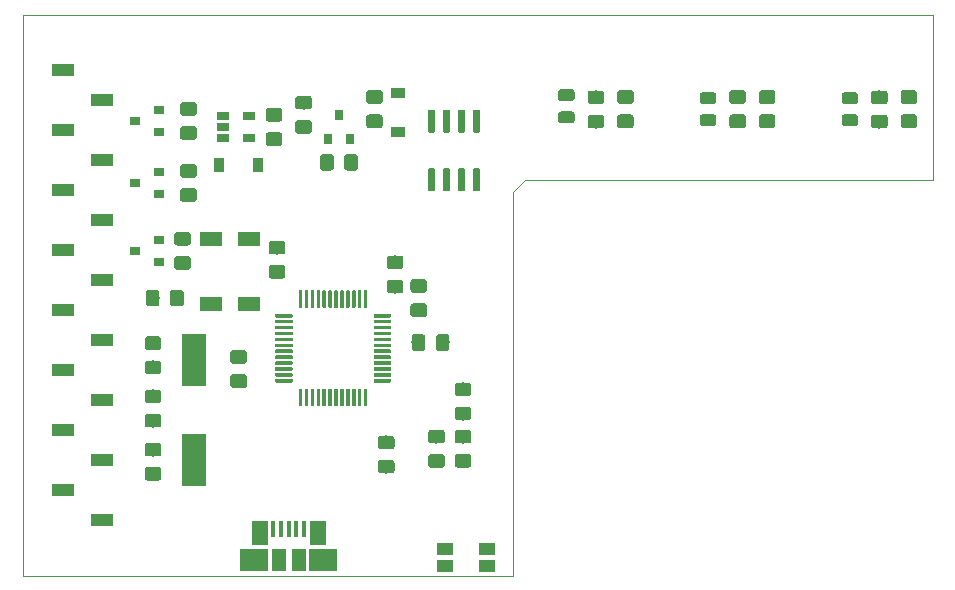
<source format=gbr>
G04 #@! TF.GenerationSoftware,KiCad,Pcbnew,(5.1.2)-2*
G04 #@! TF.CreationDate,2019-11-30T13:10:44+01:00*
G04 #@! TF.ProjectId,bikehub,62696b65-6875-4622-9e6b-696361645f70,rev?*
G04 #@! TF.SameCoordinates,Original*
G04 #@! TF.FileFunction,Paste,Top*
G04 #@! TF.FilePolarity,Positive*
%FSLAX46Y46*%
G04 Gerber Fmt 4.6, Leading zero omitted, Abs format (unit mm)*
G04 Created by KiCad (PCBNEW (5.1.2)-2) date 2019-11-30 13:10:44*
%MOMM*%
%LPD*%
G04 APERTURE LIST*
%ADD10C,0.050000*%
%ADD11R,1.400000X1.050000*%
%ADD12C,0.150000*%
%ADD13C,0.300000*%
%ADD14R,2.000000X4.500000*%
%ADD15C,1.150000*%
%ADD16R,1.900000X1.300000*%
%ADD17C,0.600000*%
%ADD18R,0.800000X0.900000*%
%ADD19R,1.060000X0.650000*%
%ADD20R,0.900000X0.800000*%
%ADD21R,1.175000X1.900000*%
%ADD22R,2.375000X1.900000*%
%ADD23R,1.475000X2.100000*%
%ADD24R,0.450000X1.380000*%
%ADD25C,0.975000*%
%ADD26R,1.200000X0.900000*%
%ADD27R,0.900000X1.200000*%
%ADD28R,1.900000X1.000000*%
G04 APERTURE END LIST*
D10*
X125500000Y-52000000D02*
X48500000Y-52000000D01*
X125500000Y-66000000D02*
X125500000Y-52000000D01*
X91000000Y-66000000D02*
X125500000Y-66000000D01*
X90000000Y-67000000D02*
X91000000Y-66000000D01*
X90000000Y-99500000D02*
X90000000Y-67000000D01*
X48500000Y-99500000D02*
X90000000Y-99500000D01*
X48500000Y-52000000D02*
X48500000Y-99500000D01*
D11*
G04 #@! TO.C,SW1*
X84200000Y-98720000D03*
X87800000Y-98720000D03*
X84200000Y-97280000D03*
X87800000Y-97280000D03*
G04 #@! TD*
D12*
G04 #@! TO.C,U1*
G36*
X72082351Y-75350361D02*
G01*
X72089632Y-75351441D01*
X72096771Y-75353229D01*
X72103701Y-75355709D01*
X72110355Y-75358856D01*
X72116668Y-75362640D01*
X72122579Y-75367024D01*
X72128033Y-75371967D01*
X72132976Y-75377421D01*
X72137360Y-75383332D01*
X72141144Y-75389645D01*
X72144291Y-75396299D01*
X72146771Y-75403229D01*
X72148559Y-75410368D01*
X72149639Y-75417649D01*
X72150000Y-75425000D01*
X72150000Y-76750000D01*
X72149639Y-76757351D01*
X72148559Y-76764632D01*
X72146771Y-76771771D01*
X72144291Y-76778701D01*
X72141144Y-76785355D01*
X72137360Y-76791668D01*
X72132976Y-76797579D01*
X72128033Y-76803033D01*
X72122579Y-76807976D01*
X72116668Y-76812360D01*
X72110355Y-76816144D01*
X72103701Y-76819291D01*
X72096771Y-76821771D01*
X72089632Y-76823559D01*
X72082351Y-76824639D01*
X72075000Y-76825000D01*
X71925000Y-76825000D01*
X71917649Y-76824639D01*
X71910368Y-76823559D01*
X71903229Y-76821771D01*
X71896299Y-76819291D01*
X71889645Y-76816144D01*
X71883332Y-76812360D01*
X71877421Y-76807976D01*
X71871967Y-76803033D01*
X71867024Y-76797579D01*
X71862640Y-76791668D01*
X71858856Y-76785355D01*
X71855709Y-76778701D01*
X71853229Y-76771771D01*
X71851441Y-76764632D01*
X71850361Y-76757351D01*
X71850000Y-76750000D01*
X71850000Y-75425000D01*
X71850361Y-75417649D01*
X71851441Y-75410368D01*
X71853229Y-75403229D01*
X71855709Y-75396299D01*
X71858856Y-75389645D01*
X71862640Y-75383332D01*
X71867024Y-75377421D01*
X71871967Y-75371967D01*
X71877421Y-75367024D01*
X71883332Y-75362640D01*
X71889645Y-75358856D01*
X71896299Y-75355709D01*
X71903229Y-75353229D01*
X71910368Y-75351441D01*
X71917649Y-75350361D01*
X71925000Y-75350000D01*
X72075000Y-75350000D01*
X72082351Y-75350361D01*
X72082351Y-75350361D01*
G37*
D13*
X72000000Y-76087500D03*
D12*
G36*
X72582351Y-75350361D02*
G01*
X72589632Y-75351441D01*
X72596771Y-75353229D01*
X72603701Y-75355709D01*
X72610355Y-75358856D01*
X72616668Y-75362640D01*
X72622579Y-75367024D01*
X72628033Y-75371967D01*
X72632976Y-75377421D01*
X72637360Y-75383332D01*
X72641144Y-75389645D01*
X72644291Y-75396299D01*
X72646771Y-75403229D01*
X72648559Y-75410368D01*
X72649639Y-75417649D01*
X72650000Y-75425000D01*
X72650000Y-76750000D01*
X72649639Y-76757351D01*
X72648559Y-76764632D01*
X72646771Y-76771771D01*
X72644291Y-76778701D01*
X72641144Y-76785355D01*
X72637360Y-76791668D01*
X72632976Y-76797579D01*
X72628033Y-76803033D01*
X72622579Y-76807976D01*
X72616668Y-76812360D01*
X72610355Y-76816144D01*
X72603701Y-76819291D01*
X72596771Y-76821771D01*
X72589632Y-76823559D01*
X72582351Y-76824639D01*
X72575000Y-76825000D01*
X72425000Y-76825000D01*
X72417649Y-76824639D01*
X72410368Y-76823559D01*
X72403229Y-76821771D01*
X72396299Y-76819291D01*
X72389645Y-76816144D01*
X72383332Y-76812360D01*
X72377421Y-76807976D01*
X72371967Y-76803033D01*
X72367024Y-76797579D01*
X72362640Y-76791668D01*
X72358856Y-76785355D01*
X72355709Y-76778701D01*
X72353229Y-76771771D01*
X72351441Y-76764632D01*
X72350361Y-76757351D01*
X72350000Y-76750000D01*
X72350000Y-75425000D01*
X72350361Y-75417649D01*
X72351441Y-75410368D01*
X72353229Y-75403229D01*
X72355709Y-75396299D01*
X72358856Y-75389645D01*
X72362640Y-75383332D01*
X72367024Y-75377421D01*
X72371967Y-75371967D01*
X72377421Y-75367024D01*
X72383332Y-75362640D01*
X72389645Y-75358856D01*
X72396299Y-75355709D01*
X72403229Y-75353229D01*
X72410368Y-75351441D01*
X72417649Y-75350361D01*
X72425000Y-75350000D01*
X72575000Y-75350000D01*
X72582351Y-75350361D01*
X72582351Y-75350361D01*
G37*
D13*
X72500000Y-76087500D03*
D12*
G36*
X73082351Y-75350361D02*
G01*
X73089632Y-75351441D01*
X73096771Y-75353229D01*
X73103701Y-75355709D01*
X73110355Y-75358856D01*
X73116668Y-75362640D01*
X73122579Y-75367024D01*
X73128033Y-75371967D01*
X73132976Y-75377421D01*
X73137360Y-75383332D01*
X73141144Y-75389645D01*
X73144291Y-75396299D01*
X73146771Y-75403229D01*
X73148559Y-75410368D01*
X73149639Y-75417649D01*
X73150000Y-75425000D01*
X73150000Y-76750000D01*
X73149639Y-76757351D01*
X73148559Y-76764632D01*
X73146771Y-76771771D01*
X73144291Y-76778701D01*
X73141144Y-76785355D01*
X73137360Y-76791668D01*
X73132976Y-76797579D01*
X73128033Y-76803033D01*
X73122579Y-76807976D01*
X73116668Y-76812360D01*
X73110355Y-76816144D01*
X73103701Y-76819291D01*
X73096771Y-76821771D01*
X73089632Y-76823559D01*
X73082351Y-76824639D01*
X73075000Y-76825000D01*
X72925000Y-76825000D01*
X72917649Y-76824639D01*
X72910368Y-76823559D01*
X72903229Y-76821771D01*
X72896299Y-76819291D01*
X72889645Y-76816144D01*
X72883332Y-76812360D01*
X72877421Y-76807976D01*
X72871967Y-76803033D01*
X72867024Y-76797579D01*
X72862640Y-76791668D01*
X72858856Y-76785355D01*
X72855709Y-76778701D01*
X72853229Y-76771771D01*
X72851441Y-76764632D01*
X72850361Y-76757351D01*
X72850000Y-76750000D01*
X72850000Y-75425000D01*
X72850361Y-75417649D01*
X72851441Y-75410368D01*
X72853229Y-75403229D01*
X72855709Y-75396299D01*
X72858856Y-75389645D01*
X72862640Y-75383332D01*
X72867024Y-75377421D01*
X72871967Y-75371967D01*
X72877421Y-75367024D01*
X72883332Y-75362640D01*
X72889645Y-75358856D01*
X72896299Y-75355709D01*
X72903229Y-75353229D01*
X72910368Y-75351441D01*
X72917649Y-75350361D01*
X72925000Y-75350000D01*
X73075000Y-75350000D01*
X73082351Y-75350361D01*
X73082351Y-75350361D01*
G37*
D13*
X73000000Y-76087500D03*
D12*
G36*
X73582351Y-75350361D02*
G01*
X73589632Y-75351441D01*
X73596771Y-75353229D01*
X73603701Y-75355709D01*
X73610355Y-75358856D01*
X73616668Y-75362640D01*
X73622579Y-75367024D01*
X73628033Y-75371967D01*
X73632976Y-75377421D01*
X73637360Y-75383332D01*
X73641144Y-75389645D01*
X73644291Y-75396299D01*
X73646771Y-75403229D01*
X73648559Y-75410368D01*
X73649639Y-75417649D01*
X73650000Y-75425000D01*
X73650000Y-76750000D01*
X73649639Y-76757351D01*
X73648559Y-76764632D01*
X73646771Y-76771771D01*
X73644291Y-76778701D01*
X73641144Y-76785355D01*
X73637360Y-76791668D01*
X73632976Y-76797579D01*
X73628033Y-76803033D01*
X73622579Y-76807976D01*
X73616668Y-76812360D01*
X73610355Y-76816144D01*
X73603701Y-76819291D01*
X73596771Y-76821771D01*
X73589632Y-76823559D01*
X73582351Y-76824639D01*
X73575000Y-76825000D01*
X73425000Y-76825000D01*
X73417649Y-76824639D01*
X73410368Y-76823559D01*
X73403229Y-76821771D01*
X73396299Y-76819291D01*
X73389645Y-76816144D01*
X73383332Y-76812360D01*
X73377421Y-76807976D01*
X73371967Y-76803033D01*
X73367024Y-76797579D01*
X73362640Y-76791668D01*
X73358856Y-76785355D01*
X73355709Y-76778701D01*
X73353229Y-76771771D01*
X73351441Y-76764632D01*
X73350361Y-76757351D01*
X73350000Y-76750000D01*
X73350000Y-75425000D01*
X73350361Y-75417649D01*
X73351441Y-75410368D01*
X73353229Y-75403229D01*
X73355709Y-75396299D01*
X73358856Y-75389645D01*
X73362640Y-75383332D01*
X73367024Y-75377421D01*
X73371967Y-75371967D01*
X73377421Y-75367024D01*
X73383332Y-75362640D01*
X73389645Y-75358856D01*
X73396299Y-75355709D01*
X73403229Y-75353229D01*
X73410368Y-75351441D01*
X73417649Y-75350361D01*
X73425000Y-75350000D01*
X73575000Y-75350000D01*
X73582351Y-75350361D01*
X73582351Y-75350361D01*
G37*
D13*
X73500000Y-76087500D03*
D12*
G36*
X74082351Y-75350361D02*
G01*
X74089632Y-75351441D01*
X74096771Y-75353229D01*
X74103701Y-75355709D01*
X74110355Y-75358856D01*
X74116668Y-75362640D01*
X74122579Y-75367024D01*
X74128033Y-75371967D01*
X74132976Y-75377421D01*
X74137360Y-75383332D01*
X74141144Y-75389645D01*
X74144291Y-75396299D01*
X74146771Y-75403229D01*
X74148559Y-75410368D01*
X74149639Y-75417649D01*
X74150000Y-75425000D01*
X74150000Y-76750000D01*
X74149639Y-76757351D01*
X74148559Y-76764632D01*
X74146771Y-76771771D01*
X74144291Y-76778701D01*
X74141144Y-76785355D01*
X74137360Y-76791668D01*
X74132976Y-76797579D01*
X74128033Y-76803033D01*
X74122579Y-76807976D01*
X74116668Y-76812360D01*
X74110355Y-76816144D01*
X74103701Y-76819291D01*
X74096771Y-76821771D01*
X74089632Y-76823559D01*
X74082351Y-76824639D01*
X74075000Y-76825000D01*
X73925000Y-76825000D01*
X73917649Y-76824639D01*
X73910368Y-76823559D01*
X73903229Y-76821771D01*
X73896299Y-76819291D01*
X73889645Y-76816144D01*
X73883332Y-76812360D01*
X73877421Y-76807976D01*
X73871967Y-76803033D01*
X73867024Y-76797579D01*
X73862640Y-76791668D01*
X73858856Y-76785355D01*
X73855709Y-76778701D01*
X73853229Y-76771771D01*
X73851441Y-76764632D01*
X73850361Y-76757351D01*
X73850000Y-76750000D01*
X73850000Y-75425000D01*
X73850361Y-75417649D01*
X73851441Y-75410368D01*
X73853229Y-75403229D01*
X73855709Y-75396299D01*
X73858856Y-75389645D01*
X73862640Y-75383332D01*
X73867024Y-75377421D01*
X73871967Y-75371967D01*
X73877421Y-75367024D01*
X73883332Y-75362640D01*
X73889645Y-75358856D01*
X73896299Y-75355709D01*
X73903229Y-75353229D01*
X73910368Y-75351441D01*
X73917649Y-75350361D01*
X73925000Y-75350000D01*
X74075000Y-75350000D01*
X74082351Y-75350361D01*
X74082351Y-75350361D01*
G37*
D13*
X74000000Y-76087500D03*
D12*
G36*
X74582351Y-75350361D02*
G01*
X74589632Y-75351441D01*
X74596771Y-75353229D01*
X74603701Y-75355709D01*
X74610355Y-75358856D01*
X74616668Y-75362640D01*
X74622579Y-75367024D01*
X74628033Y-75371967D01*
X74632976Y-75377421D01*
X74637360Y-75383332D01*
X74641144Y-75389645D01*
X74644291Y-75396299D01*
X74646771Y-75403229D01*
X74648559Y-75410368D01*
X74649639Y-75417649D01*
X74650000Y-75425000D01*
X74650000Y-76750000D01*
X74649639Y-76757351D01*
X74648559Y-76764632D01*
X74646771Y-76771771D01*
X74644291Y-76778701D01*
X74641144Y-76785355D01*
X74637360Y-76791668D01*
X74632976Y-76797579D01*
X74628033Y-76803033D01*
X74622579Y-76807976D01*
X74616668Y-76812360D01*
X74610355Y-76816144D01*
X74603701Y-76819291D01*
X74596771Y-76821771D01*
X74589632Y-76823559D01*
X74582351Y-76824639D01*
X74575000Y-76825000D01*
X74425000Y-76825000D01*
X74417649Y-76824639D01*
X74410368Y-76823559D01*
X74403229Y-76821771D01*
X74396299Y-76819291D01*
X74389645Y-76816144D01*
X74383332Y-76812360D01*
X74377421Y-76807976D01*
X74371967Y-76803033D01*
X74367024Y-76797579D01*
X74362640Y-76791668D01*
X74358856Y-76785355D01*
X74355709Y-76778701D01*
X74353229Y-76771771D01*
X74351441Y-76764632D01*
X74350361Y-76757351D01*
X74350000Y-76750000D01*
X74350000Y-75425000D01*
X74350361Y-75417649D01*
X74351441Y-75410368D01*
X74353229Y-75403229D01*
X74355709Y-75396299D01*
X74358856Y-75389645D01*
X74362640Y-75383332D01*
X74367024Y-75377421D01*
X74371967Y-75371967D01*
X74377421Y-75367024D01*
X74383332Y-75362640D01*
X74389645Y-75358856D01*
X74396299Y-75355709D01*
X74403229Y-75353229D01*
X74410368Y-75351441D01*
X74417649Y-75350361D01*
X74425000Y-75350000D01*
X74575000Y-75350000D01*
X74582351Y-75350361D01*
X74582351Y-75350361D01*
G37*
D13*
X74500000Y-76087500D03*
D12*
G36*
X75082351Y-75350361D02*
G01*
X75089632Y-75351441D01*
X75096771Y-75353229D01*
X75103701Y-75355709D01*
X75110355Y-75358856D01*
X75116668Y-75362640D01*
X75122579Y-75367024D01*
X75128033Y-75371967D01*
X75132976Y-75377421D01*
X75137360Y-75383332D01*
X75141144Y-75389645D01*
X75144291Y-75396299D01*
X75146771Y-75403229D01*
X75148559Y-75410368D01*
X75149639Y-75417649D01*
X75150000Y-75425000D01*
X75150000Y-76750000D01*
X75149639Y-76757351D01*
X75148559Y-76764632D01*
X75146771Y-76771771D01*
X75144291Y-76778701D01*
X75141144Y-76785355D01*
X75137360Y-76791668D01*
X75132976Y-76797579D01*
X75128033Y-76803033D01*
X75122579Y-76807976D01*
X75116668Y-76812360D01*
X75110355Y-76816144D01*
X75103701Y-76819291D01*
X75096771Y-76821771D01*
X75089632Y-76823559D01*
X75082351Y-76824639D01*
X75075000Y-76825000D01*
X74925000Y-76825000D01*
X74917649Y-76824639D01*
X74910368Y-76823559D01*
X74903229Y-76821771D01*
X74896299Y-76819291D01*
X74889645Y-76816144D01*
X74883332Y-76812360D01*
X74877421Y-76807976D01*
X74871967Y-76803033D01*
X74867024Y-76797579D01*
X74862640Y-76791668D01*
X74858856Y-76785355D01*
X74855709Y-76778701D01*
X74853229Y-76771771D01*
X74851441Y-76764632D01*
X74850361Y-76757351D01*
X74850000Y-76750000D01*
X74850000Y-75425000D01*
X74850361Y-75417649D01*
X74851441Y-75410368D01*
X74853229Y-75403229D01*
X74855709Y-75396299D01*
X74858856Y-75389645D01*
X74862640Y-75383332D01*
X74867024Y-75377421D01*
X74871967Y-75371967D01*
X74877421Y-75367024D01*
X74883332Y-75362640D01*
X74889645Y-75358856D01*
X74896299Y-75355709D01*
X74903229Y-75353229D01*
X74910368Y-75351441D01*
X74917649Y-75350361D01*
X74925000Y-75350000D01*
X75075000Y-75350000D01*
X75082351Y-75350361D01*
X75082351Y-75350361D01*
G37*
D13*
X75000000Y-76087500D03*
D12*
G36*
X75582351Y-75350361D02*
G01*
X75589632Y-75351441D01*
X75596771Y-75353229D01*
X75603701Y-75355709D01*
X75610355Y-75358856D01*
X75616668Y-75362640D01*
X75622579Y-75367024D01*
X75628033Y-75371967D01*
X75632976Y-75377421D01*
X75637360Y-75383332D01*
X75641144Y-75389645D01*
X75644291Y-75396299D01*
X75646771Y-75403229D01*
X75648559Y-75410368D01*
X75649639Y-75417649D01*
X75650000Y-75425000D01*
X75650000Y-76750000D01*
X75649639Y-76757351D01*
X75648559Y-76764632D01*
X75646771Y-76771771D01*
X75644291Y-76778701D01*
X75641144Y-76785355D01*
X75637360Y-76791668D01*
X75632976Y-76797579D01*
X75628033Y-76803033D01*
X75622579Y-76807976D01*
X75616668Y-76812360D01*
X75610355Y-76816144D01*
X75603701Y-76819291D01*
X75596771Y-76821771D01*
X75589632Y-76823559D01*
X75582351Y-76824639D01*
X75575000Y-76825000D01*
X75425000Y-76825000D01*
X75417649Y-76824639D01*
X75410368Y-76823559D01*
X75403229Y-76821771D01*
X75396299Y-76819291D01*
X75389645Y-76816144D01*
X75383332Y-76812360D01*
X75377421Y-76807976D01*
X75371967Y-76803033D01*
X75367024Y-76797579D01*
X75362640Y-76791668D01*
X75358856Y-76785355D01*
X75355709Y-76778701D01*
X75353229Y-76771771D01*
X75351441Y-76764632D01*
X75350361Y-76757351D01*
X75350000Y-76750000D01*
X75350000Y-75425000D01*
X75350361Y-75417649D01*
X75351441Y-75410368D01*
X75353229Y-75403229D01*
X75355709Y-75396299D01*
X75358856Y-75389645D01*
X75362640Y-75383332D01*
X75367024Y-75377421D01*
X75371967Y-75371967D01*
X75377421Y-75367024D01*
X75383332Y-75362640D01*
X75389645Y-75358856D01*
X75396299Y-75355709D01*
X75403229Y-75353229D01*
X75410368Y-75351441D01*
X75417649Y-75350361D01*
X75425000Y-75350000D01*
X75575000Y-75350000D01*
X75582351Y-75350361D01*
X75582351Y-75350361D01*
G37*
D13*
X75500000Y-76087500D03*
D12*
G36*
X76082351Y-75350361D02*
G01*
X76089632Y-75351441D01*
X76096771Y-75353229D01*
X76103701Y-75355709D01*
X76110355Y-75358856D01*
X76116668Y-75362640D01*
X76122579Y-75367024D01*
X76128033Y-75371967D01*
X76132976Y-75377421D01*
X76137360Y-75383332D01*
X76141144Y-75389645D01*
X76144291Y-75396299D01*
X76146771Y-75403229D01*
X76148559Y-75410368D01*
X76149639Y-75417649D01*
X76150000Y-75425000D01*
X76150000Y-76750000D01*
X76149639Y-76757351D01*
X76148559Y-76764632D01*
X76146771Y-76771771D01*
X76144291Y-76778701D01*
X76141144Y-76785355D01*
X76137360Y-76791668D01*
X76132976Y-76797579D01*
X76128033Y-76803033D01*
X76122579Y-76807976D01*
X76116668Y-76812360D01*
X76110355Y-76816144D01*
X76103701Y-76819291D01*
X76096771Y-76821771D01*
X76089632Y-76823559D01*
X76082351Y-76824639D01*
X76075000Y-76825000D01*
X75925000Y-76825000D01*
X75917649Y-76824639D01*
X75910368Y-76823559D01*
X75903229Y-76821771D01*
X75896299Y-76819291D01*
X75889645Y-76816144D01*
X75883332Y-76812360D01*
X75877421Y-76807976D01*
X75871967Y-76803033D01*
X75867024Y-76797579D01*
X75862640Y-76791668D01*
X75858856Y-76785355D01*
X75855709Y-76778701D01*
X75853229Y-76771771D01*
X75851441Y-76764632D01*
X75850361Y-76757351D01*
X75850000Y-76750000D01*
X75850000Y-75425000D01*
X75850361Y-75417649D01*
X75851441Y-75410368D01*
X75853229Y-75403229D01*
X75855709Y-75396299D01*
X75858856Y-75389645D01*
X75862640Y-75383332D01*
X75867024Y-75377421D01*
X75871967Y-75371967D01*
X75877421Y-75367024D01*
X75883332Y-75362640D01*
X75889645Y-75358856D01*
X75896299Y-75355709D01*
X75903229Y-75353229D01*
X75910368Y-75351441D01*
X75917649Y-75350361D01*
X75925000Y-75350000D01*
X76075000Y-75350000D01*
X76082351Y-75350361D01*
X76082351Y-75350361D01*
G37*
D13*
X76000000Y-76087500D03*
D12*
G36*
X76582351Y-75350361D02*
G01*
X76589632Y-75351441D01*
X76596771Y-75353229D01*
X76603701Y-75355709D01*
X76610355Y-75358856D01*
X76616668Y-75362640D01*
X76622579Y-75367024D01*
X76628033Y-75371967D01*
X76632976Y-75377421D01*
X76637360Y-75383332D01*
X76641144Y-75389645D01*
X76644291Y-75396299D01*
X76646771Y-75403229D01*
X76648559Y-75410368D01*
X76649639Y-75417649D01*
X76650000Y-75425000D01*
X76650000Y-76750000D01*
X76649639Y-76757351D01*
X76648559Y-76764632D01*
X76646771Y-76771771D01*
X76644291Y-76778701D01*
X76641144Y-76785355D01*
X76637360Y-76791668D01*
X76632976Y-76797579D01*
X76628033Y-76803033D01*
X76622579Y-76807976D01*
X76616668Y-76812360D01*
X76610355Y-76816144D01*
X76603701Y-76819291D01*
X76596771Y-76821771D01*
X76589632Y-76823559D01*
X76582351Y-76824639D01*
X76575000Y-76825000D01*
X76425000Y-76825000D01*
X76417649Y-76824639D01*
X76410368Y-76823559D01*
X76403229Y-76821771D01*
X76396299Y-76819291D01*
X76389645Y-76816144D01*
X76383332Y-76812360D01*
X76377421Y-76807976D01*
X76371967Y-76803033D01*
X76367024Y-76797579D01*
X76362640Y-76791668D01*
X76358856Y-76785355D01*
X76355709Y-76778701D01*
X76353229Y-76771771D01*
X76351441Y-76764632D01*
X76350361Y-76757351D01*
X76350000Y-76750000D01*
X76350000Y-75425000D01*
X76350361Y-75417649D01*
X76351441Y-75410368D01*
X76353229Y-75403229D01*
X76355709Y-75396299D01*
X76358856Y-75389645D01*
X76362640Y-75383332D01*
X76367024Y-75377421D01*
X76371967Y-75371967D01*
X76377421Y-75367024D01*
X76383332Y-75362640D01*
X76389645Y-75358856D01*
X76396299Y-75355709D01*
X76403229Y-75353229D01*
X76410368Y-75351441D01*
X76417649Y-75350361D01*
X76425000Y-75350000D01*
X76575000Y-75350000D01*
X76582351Y-75350361D01*
X76582351Y-75350361D01*
G37*
D13*
X76500000Y-76087500D03*
D12*
G36*
X77082351Y-75350361D02*
G01*
X77089632Y-75351441D01*
X77096771Y-75353229D01*
X77103701Y-75355709D01*
X77110355Y-75358856D01*
X77116668Y-75362640D01*
X77122579Y-75367024D01*
X77128033Y-75371967D01*
X77132976Y-75377421D01*
X77137360Y-75383332D01*
X77141144Y-75389645D01*
X77144291Y-75396299D01*
X77146771Y-75403229D01*
X77148559Y-75410368D01*
X77149639Y-75417649D01*
X77150000Y-75425000D01*
X77150000Y-76750000D01*
X77149639Y-76757351D01*
X77148559Y-76764632D01*
X77146771Y-76771771D01*
X77144291Y-76778701D01*
X77141144Y-76785355D01*
X77137360Y-76791668D01*
X77132976Y-76797579D01*
X77128033Y-76803033D01*
X77122579Y-76807976D01*
X77116668Y-76812360D01*
X77110355Y-76816144D01*
X77103701Y-76819291D01*
X77096771Y-76821771D01*
X77089632Y-76823559D01*
X77082351Y-76824639D01*
X77075000Y-76825000D01*
X76925000Y-76825000D01*
X76917649Y-76824639D01*
X76910368Y-76823559D01*
X76903229Y-76821771D01*
X76896299Y-76819291D01*
X76889645Y-76816144D01*
X76883332Y-76812360D01*
X76877421Y-76807976D01*
X76871967Y-76803033D01*
X76867024Y-76797579D01*
X76862640Y-76791668D01*
X76858856Y-76785355D01*
X76855709Y-76778701D01*
X76853229Y-76771771D01*
X76851441Y-76764632D01*
X76850361Y-76757351D01*
X76850000Y-76750000D01*
X76850000Y-75425000D01*
X76850361Y-75417649D01*
X76851441Y-75410368D01*
X76853229Y-75403229D01*
X76855709Y-75396299D01*
X76858856Y-75389645D01*
X76862640Y-75383332D01*
X76867024Y-75377421D01*
X76871967Y-75371967D01*
X76877421Y-75367024D01*
X76883332Y-75362640D01*
X76889645Y-75358856D01*
X76896299Y-75355709D01*
X76903229Y-75353229D01*
X76910368Y-75351441D01*
X76917649Y-75350361D01*
X76925000Y-75350000D01*
X77075000Y-75350000D01*
X77082351Y-75350361D01*
X77082351Y-75350361D01*
G37*
D13*
X77000000Y-76087500D03*
D12*
G36*
X77582351Y-75350361D02*
G01*
X77589632Y-75351441D01*
X77596771Y-75353229D01*
X77603701Y-75355709D01*
X77610355Y-75358856D01*
X77616668Y-75362640D01*
X77622579Y-75367024D01*
X77628033Y-75371967D01*
X77632976Y-75377421D01*
X77637360Y-75383332D01*
X77641144Y-75389645D01*
X77644291Y-75396299D01*
X77646771Y-75403229D01*
X77648559Y-75410368D01*
X77649639Y-75417649D01*
X77650000Y-75425000D01*
X77650000Y-76750000D01*
X77649639Y-76757351D01*
X77648559Y-76764632D01*
X77646771Y-76771771D01*
X77644291Y-76778701D01*
X77641144Y-76785355D01*
X77637360Y-76791668D01*
X77632976Y-76797579D01*
X77628033Y-76803033D01*
X77622579Y-76807976D01*
X77616668Y-76812360D01*
X77610355Y-76816144D01*
X77603701Y-76819291D01*
X77596771Y-76821771D01*
X77589632Y-76823559D01*
X77582351Y-76824639D01*
X77575000Y-76825000D01*
X77425000Y-76825000D01*
X77417649Y-76824639D01*
X77410368Y-76823559D01*
X77403229Y-76821771D01*
X77396299Y-76819291D01*
X77389645Y-76816144D01*
X77383332Y-76812360D01*
X77377421Y-76807976D01*
X77371967Y-76803033D01*
X77367024Y-76797579D01*
X77362640Y-76791668D01*
X77358856Y-76785355D01*
X77355709Y-76778701D01*
X77353229Y-76771771D01*
X77351441Y-76764632D01*
X77350361Y-76757351D01*
X77350000Y-76750000D01*
X77350000Y-75425000D01*
X77350361Y-75417649D01*
X77351441Y-75410368D01*
X77353229Y-75403229D01*
X77355709Y-75396299D01*
X77358856Y-75389645D01*
X77362640Y-75383332D01*
X77367024Y-75377421D01*
X77371967Y-75371967D01*
X77377421Y-75367024D01*
X77383332Y-75362640D01*
X77389645Y-75358856D01*
X77396299Y-75355709D01*
X77403229Y-75353229D01*
X77410368Y-75351441D01*
X77417649Y-75350361D01*
X77425000Y-75350000D01*
X77575000Y-75350000D01*
X77582351Y-75350361D01*
X77582351Y-75350361D01*
G37*
D13*
X77500000Y-76087500D03*
D12*
G36*
X79582351Y-77350361D02*
G01*
X79589632Y-77351441D01*
X79596771Y-77353229D01*
X79603701Y-77355709D01*
X79610355Y-77358856D01*
X79616668Y-77362640D01*
X79622579Y-77367024D01*
X79628033Y-77371967D01*
X79632976Y-77377421D01*
X79637360Y-77383332D01*
X79641144Y-77389645D01*
X79644291Y-77396299D01*
X79646771Y-77403229D01*
X79648559Y-77410368D01*
X79649639Y-77417649D01*
X79650000Y-77425000D01*
X79650000Y-77575000D01*
X79649639Y-77582351D01*
X79648559Y-77589632D01*
X79646771Y-77596771D01*
X79644291Y-77603701D01*
X79641144Y-77610355D01*
X79637360Y-77616668D01*
X79632976Y-77622579D01*
X79628033Y-77628033D01*
X79622579Y-77632976D01*
X79616668Y-77637360D01*
X79610355Y-77641144D01*
X79603701Y-77644291D01*
X79596771Y-77646771D01*
X79589632Y-77648559D01*
X79582351Y-77649639D01*
X79575000Y-77650000D01*
X78250000Y-77650000D01*
X78242649Y-77649639D01*
X78235368Y-77648559D01*
X78228229Y-77646771D01*
X78221299Y-77644291D01*
X78214645Y-77641144D01*
X78208332Y-77637360D01*
X78202421Y-77632976D01*
X78196967Y-77628033D01*
X78192024Y-77622579D01*
X78187640Y-77616668D01*
X78183856Y-77610355D01*
X78180709Y-77603701D01*
X78178229Y-77596771D01*
X78176441Y-77589632D01*
X78175361Y-77582351D01*
X78175000Y-77575000D01*
X78175000Y-77425000D01*
X78175361Y-77417649D01*
X78176441Y-77410368D01*
X78178229Y-77403229D01*
X78180709Y-77396299D01*
X78183856Y-77389645D01*
X78187640Y-77383332D01*
X78192024Y-77377421D01*
X78196967Y-77371967D01*
X78202421Y-77367024D01*
X78208332Y-77362640D01*
X78214645Y-77358856D01*
X78221299Y-77355709D01*
X78228229Y-77353229D01*
X78235368Y-77351441D01*
X78242649Y-77350361D01*
X78250000Y-77350000D01*
X79575000Y-77350000D01*
X79582351Y-77350361D01*
X79582351Y-77350361D01*
G37*
D13*
X78912500Y-77500000D03*
D12*
G36*
X79582351Y-77850361D02*
G01*
X79589632Y-77851441D01*
X79596771Y-77853229D01*
X79603701Y-77855709D01*
X79610355Y-77858856D01*
X79616668Y-77862640D01*
X79622579Y-77867024D01*
X79628033Y-77871967D01*
X79632976Y-77877421D01*
X79637360Y-77883332D01*
X79641144Y-77889645D01*
X79644291Y-77896299D01*
X79646771Y-77903229D01*
X79648559Y-77910368D01*
X79649639Y-77917649D01*
X79650000Y-77925000D01*
X79650000Y-78075000D01*
X79649639Y-78082351D01*
X79648559Y-78089632D01*
X79646771Y-78096771D01*
X79644291Y-78103701D01*
X79641144Y-78110355D01*
X79637360Y-78116668D01*
X79632976Y-78122579D01*
X79628033Y-78128033D01*
X79622579Y-78132976D01*
X79616668Y-78137360D01*
X79610355Y-78141144D01*
X79603701Y-78144291D01*
X79596771Y-78146771D01*
X79589632Y-78148559D01*
X79582351Y-78149639D01*
X79575000Y-78150000D01*
X78250000Y-78150000D01*
X78242649Y-78149639D01*
X78235368Y-78148559D01*
X78228229Y-78146771D01*
X78221299Y-78144291D01*
X78214645Y-78141144D01*
X78208332Y-78137360D01*
X78202421Y-78132976D01*
X78196967Y-78128033D01*
X78192024Y-78122579D01*
X78187640Y-78116668D01*
X78183856Y-78110355D01*
X78180709Y-78103701D01*
X78178229Y-78096771D01*
X78176441Y-78089632D01*
X78175361Y-78082351D01*
X78175000Y-78075000D01*
X78175000Y-77925000D01*
X78175361Y-77917649D01*
X78176441Y-77910368D01*
X78178229Y-77903229D01*
X78180709Y-77896299D01*
X78183856Y-77889645D01*
X78187640Y-77883332D01*
X78192024Y-77877421D01*
X78196967Y-77871967D01*
X78202421Y-77867024D01*
X78208332Y-77862640D01*
X78214645Y-77858856D01*
X78221299Y-77855709D01*
X78228229Y-77853229D01*
X78235368Y-77851441D01*
X78242649Y-77850361D01*
X78250000Y-77850000D01*
X79575000Y-77850000D01*
X79582351Y-77850361D01*
X79582351Y-77850361D01*
G37*
D13*
X78912500Y-78000000D03*
D12*
G36*
X79582351Y-78350361D02*
G01*
X79589632Y-78351441D01*
X79596771Y-78353229D01*
X79603701Y-78355709D01*
X79610355Y-78358856D01*
X79616668Y-78362640D01*
X79622579Y-78367024D01*
X79628033Y-78371967D01*
X79632976Y-78377421D01*
X79637360Y-78383332D01*
X79641144Y-78389645D01*
X79644291Y-78396299D01*
X79646771Y-78403229D01*
X79648559Y-78410368D01*
X79649639Y-78417649D01*
X79650000Y-78425000D01*
X79650000Y-78575000D01*
X79649639Y-78582351D01*
X79648559Y-78589632D01*
X79646771Y-78596771D01*
X79644291Y-78603701D01*
X79641144Y-78610355D01*
X79637360Y-78616668D01*
X79632976Y-78622579D01*
X79628033Y-78628033D01*
X79622579Y-78632976D01*
X79616668Y-78637360D01*
X79610355Y-78641144D01*
X79603701Y-78644291D01*
X79596771Y-78646771D01*
X79589632Y-78648559D01*
X79582351Y-78649639D01*
X79575000Y-78650000D01*
X78250000Y-78650000D01*
X78242649Y-78649639D01*
X78235368Y-78648559D01*
X78228229Y-78646771D01*
X78221299Y-78644291D01*
X78214645Y-78641144D01*
X78208332Y-78637360D01*
X78202421Y-78632976D01*
X78196967Y-78628033D01*
X78192024Y-78622579D01*
X78187640Y-78616668D01*
X78183856Y-78610355D01*
X78180709Y-78603701D01*
X78178229Y-78596771D01*
X78176441Y-78589632D01*
X78175361Y-78582351D01*
X78175000Y-78575000D01*
X78175000Y-78425000D01*
X78175361Y-78417649D01*
X78176441Y-78410368D01*
X78178229Y-78403229D01*
X78180709Y-78396299D01*
X78183856Y-78389645D01*
X78187640Y-78383332D01*
X78192024Y-78377421D01*
X78196967Y-78371967D01*
X78202421Y-78367024D01*
X78208332Y-78362640D01*
X78214645Y-78358856D01*
X78221299Y-78355709D01*
X78228229Y-78353229D01*
X78235368Y-78351441D01*
X78242649Y-78350361D01*
X78250000Y-78350000D01*
X79575000Y-78350000D01*
X79582351Y-78350361D01*
X79582351Y-78350361D01*
G37*
D13*
X78912500Y-78500000D03*
D12*
G36*
X79582351Y-78850361D02*
G01*
X79589632Y-78851441D01*
X79596771Y-78853229D01*
X79603701Y-78855709D01*
X79610355Y-78858856D01*
X79616668Y-78862640D01*
X79622579Y-78867024D01*
X79628033Y-78871967D01*
X79632976Y-78877421D01*
X79637360Y-78883332D01*
X79641144Y-78889645D01*
X79644291Y-78896299D01*
X79646771Y-78903229D01*
X79648559Y-78910368D01*
X79649639Y-78917649D01*
X79650000Y-78925000D01*
X79650000Y-79075000D01*
X79649639Y-79082351D01*
X79648559Y-79089632D01*
X79646771Y-79096771D01*
X79644291Y-79103701D01*
X79641144Y-79110355D01*
X79637360Y-79116668D01*
X79632976Y-79122579D01*
X79628033Y-79128033D01*
X79622579Y-79132976D01*
X79616668Y-79137360D01*
X79610355Y-79141144D01*
X79603701Y-79144291D01*
X79596771Y-79146771D01*
X79589632Y-79148559D01*
X79582351Y-79149639D01*
X79575000Y-79150000D01*
X78250000Y-79150000D01*
X78242649Y-79149639D01*
X78235368Y-79148559D01*
X78228229Y-79146771D01*
X78221299Y-79144291D01*
X78214645Y-79141144D01*
X78208332Y-79137360D01*
X78202421Y-79132976D01*
X78196967Y-79128033D01*
X78192024Y-79122579D01*
X78187640Y-79116668D01*
X78183856Y-79110355D01*
X78180709Y-79103701D01*
X78178229Y-79096771D01*
X78176441Y-79089632D01*
X78175361Y-79082351D01*
X78175000Y-79075000D01*
X78175000Y-78925000D01*
X78175361Y-78917649D01*
X78176441Y-78910368D01*
X78178229Y-78903229D01*
X78180709Y-78896299D01*
X78183856Y-78889645D01*
X78187640Y-78883332D01*
X78192024Y-78877421D01*
X78196967Y-78871967D01*
X78202421Y-78867024D01*
X78208332Y-78862640D01*
X78214645Y-78858856D01*
X78221299Y-78855709D01*
X78228229Y-78853229D01*
X78235368Y-78851441D01*
X78242649Y-78850361D01*
X78250000Y-78850000D01*
X79575000Y-78850000D01*
X79582351Y-78850361D01*
X79582351Y-78850361D01*
G37*
D13*
X78912500Y-79000000D03*
D12*
G36*
X79582351Y-79350361D02*
G01*
X79589632Y-79351441D01*
X79596771Y-79353229D01*
X79603701Y-79355709D01*
X79610355Y-79358856D01*
X79616668Y-79362640D01*
X79622579Y-79367024D01*
X79628033Y-79371967D01*
X79632976Y-79377421D01*
X79637360Y-79383332D01*
X79641144Y-79389645D01*
X79644291Y-79396299D01*
X79646771Y-79403229D01*
X79648559Y-79410368D01*
X79649639Y-79417649D01*
X79650000Y-79425000D01*
X79650000Y-79575000D01*
X79649639Y-79582351D01*
X79648559Y-79589632D01*
X79646771Y-79596771D01*
X79644291Y-79603701D01*
X79641144Y-79610355D01*
X79637360Y-79616668D01*
X79632976Y-79622579D01*
X79628033Y-79628033D01*
X79622579Y-79632976D01*
X79616668Y-79637360D01*
X79610355Y-79641144D01*
X79603701Y-79644291D01*
X79596771Y-79646771D01*
X79589632Y-79648559D01*
X79582351Y-79649639D01*
X79575000Y-79650000D01*
X78250000Y-79650000D01*
X78242649Y-79649639D01*
X78235368Y-79648559D01*
X78228229Y-79646771D01*
X78221299Y-79644291D01*
X78214645Y-79641144D01*
X78208332Y-79637360D01*
X78202421Y-79632976D01*
X78196967Y-79628033D01*
X78192024Y-79622579D01*
X78187640Y-79616668D01*
X78183856Y-79610355D01*
X78180709Y-79603701D01*
X78178229Y-79596771D01*
X78176441Y-79589632D01*
X78175361Y-79582351D01*
X78175000Y-79575000D01*
X78175000Y-79425000D01*
X78175361Y-79417649D01*
X78176441Y-79410368D01*
X78178229Y-79403229D01*
X78180709Y-79396299D01*
X78183856Y-79389645D01*
X78187640Y-79383332D01*
X78192024Y-79377421D01*
X78196967Y-79371967D01*
X78202421Y-79367024D01*
X78208332Y-79362640D01*
X78214645Y-79358856D01*
X78221299Y-79355709D01*
X78228229Y-79353229D01*
X78235368Y-79351441D01*
X78242649Y-79350361D01*
X78250000Y-79350000D01*
X79575000Y-79350000D01*
X79582351Y-79350361D01*
X79582351Y-79350361D01*
G37*
D13*
X78912500Y-79500000D03*
D12*
G36*
X79582351Y-79850361D02*
G01*
X79589632Y-79851441D01*
X79596771Y-79853229D01*
X79603701Y-79855709D01*
X79610355Y-79858856D01*
X79616668Y-79862640D01*
X79622579Y-79867024D01*
X79628033Y-79871967D01*
X79632976Y-79877421D01*
X79637360Y-79883332D01*
X79641144Y-79889645D01*
X79644291Y-79896299D01*
X79646771Y-79903229D01*
X79648559Y-79910368D01*
X79649639Y-79917649D01*
X79650000Y-79925000D01*
X79650000Y-80075000D01*
X79649639Y-80082351D01*
X79648559Y-80089632D01*
X79646771Y-80096771D01*
X79644291Y-80103701D01*
X79641144Y-80110355D01*
X79637360Y-80116668D01*
X79632976Y-80122579D01*
X79628033Y-80128033D01*
X79622579Y-80132976D01*
X79616668Y-80137360D01*
X79610355Y-80141144D01*
X79603701Y-80144291D01*
X79596771Y-80146771D01*
X79589632Y-80148559D01*
X79582351Y-80149639D01*
X79575000Y-80150000D01*
X78250000Y-80150000D01*
X78242649Y-80149639D01*
X78235368Y-80148559D01*
X78228229Y-80146771D01*
X78221299Y-80144291D01*
X78214645Y-80141144D01*
X78208332Y-80137360D01*
X78202421Y-80132976D01*
X78196967Y-80128033D01*
X78192024Y-80122579D01*
X78187640Y-80116668D01*
X78183856Y-80110355D01*
X78180709Y-80103701D01*
X78178229Y-80096771D01*
X78176441Y-80089632D01*
X78175361Y-80082351D01*
X78175000Y-80075000D01*
X78175000Y-79925000D01*
X78175361Y-79917649D01*
X78176441Y-79910368D01*
X78178229Y-79903229D01*
X78180709Y-79896299D01*
X78183856Y-79889645D01*
X78187640Y-79883332D01*
X78192024Y-79877421D01*
X78196967Y-79871967D01*
X78202421Y-79867024D01*
X78208332Y-79862640D01*
X78214645Y-79858856D01*
X78221299Y-79855709D01*
X78228229Y-79853229D01*
X78235368Y-79851441D01*
X78242649Y-79850361D01*
X78250000Y-79850000D01*
X79575000Y-79850000D01*
X79582351Y-79850361D01*
X79582351Y-79850361D01*
G37*
D13*
X78912500Y-80000000D03*
D12*
G36*
X79582351Y-80350361D02*
G01*
X79589632Y-80351441D01*
X79596771Y-80353229D01*
X79603701Y-80355709D01*
X79610355Y-80358856D01*
X79616668Y-80362640D01*
X79622579Y-80367024D01*
X79628033Y-80371967D01*
X79632976Y-80377421D01*
X79637360Y-80383332D01*
X79641144Y-80389645D01*
X79644291Y-80396299D01*
X79646771Y-80403229D01*
X79648559Y-80410368D01*
X79649639Y-80417649D01*
X79650000Y-80425000D01*
X79650000Y-80575000D01*
X79649639Y-80582351D01*
X79648559Y-80589632D01*
X79646771Y-80596771D01*
X79644291Y-80603701D01*
X79641144Y-80610355D01*
X79637360Y-80616668D01*
X79632976Y-80622579D01*
X79628033Y-80628033D01*
X79622579Y-80632976D01*
X79616668Y-80637360D01*
X79610355Y-80641144D01*
X79603701Y-80644291D01*
X79596771Y-80646771D01*
X79589632Y-80648559D01*
X79582351Y-80649639D01*
X79575000Y-80650000D01*
X78250000Y-80650000D01*
X78242649Y-80649639D01*
X78235368Y-80648559D01*
X78228229Y-80646771D01*
X78221299Y-80644291D01*
X78214645Y-80641144D01*
X78208332Y-80637360D01*
X78202421Y-80632976D01*
X78196967Y-80628033D01*
X78192024Y-80622579D01*
X78187640Y-80616668D01*
X78183856Y-80610355D01*
X78180709Y-80603701D01*
X78178229Y-80596771D01*
X78176441Y-80589632D01*
X78175361Y-80582351D01*
X78175000Y-80575000D01*
X78175000Y-80425000D01*
X78175361Y-80417649D01*
X78176441Y-80410368D01*
X78178229Y-80403229D01*
X78180709Y-80396299D01*
X78183856Y-80389645D01*
X78187640Y-80383332D01*
X78192024Y-80377421D01*
X78196967Y-80371967D01*
X78202421Y-80367024D01*
X78208332Y-80362640D01*
X78214645Y-80358856D01*
X78221299Y-80355709D01*
X78228229Y-80353229D01*
X78235368Y-80351441D01*
X78242649Y-80350361D01*
X78250000Y-80350000D01*
X79575000Y-80350000D01*
X79582351Y-80350361D01*
X79582351Y-80350361D01*
G37*
D13*
X78912500Y-80500000D03*
D12*
G36*
X79582351Y-80850361D02*
G01*
X79589632Y-80851441D01*
X79596771Y-80853229D01*
X79603701Y-80855709D01*
X79610355Y-80858856D01*
X79616668Y-80862640D01*
X79622579Y-80867024D01*
X79628033Y-80871967D01*
X79632976Y-80877421D01*
X79637360Y-80883332D01*
X79641144Y-80889645D01*
X79644291Y-80896299D01*
X79646771Y-80903229D01*
X79648559Y-80910368D01*
X79649639Y-80917649D01*
X79650000Y-80925000D01*
X79650000Y-81075000D01*
X79649639Y-81082351D01*
X79648559Y-81089632D01*
X79646771Y-81096771D01*
X79644291Y-81103701D01*
X79641144Y-81110355D01*
X79637360Y-81116668D01*
X79632976Y-81122579D01*
X79628033Y-81128033D01*
X79622579Y-81132976D01*
X79616668Y-81137360D01*
X79610355Y-81141144D01*
X79603701Y-81144291D01*
X79596771Y-81146771D01*
X79589632Y-81148559D01*
X79582351Y-81149639D01*
X79575000Y-81150000D01*
X78250000Y-81150000D01*
X78242649Y-81149639D01*
X78235368Y-81148559D01*
X78228229Y-81146771D01*
X78221299Y-81144291D01*
X78214645Y-81141144D01*
X78208332Y-81137360D01*
X78202421Y-81132976D01*
X78196967Y-81128033D01*
X78192024Y-81122579D01*
X78187640Y-81116668D01*
X78183856Y-81110355D01*
X78180709Y-81103701D01*
X78178229Y-81096771D01*
X78176441Y-81089632D01*
X78175361Y-81082351D01*
X78175000Y-81075000D01*
X78175000Y-80925000D01*
X78175361Y-80917649D01*
X78176441Y-80910368D01*
X78178229Y-80903229D01*
X78180709Y-80896299D01*
X78183856Y-80889645D01*
X78187640Y-80883332D01*
X78192024Y-80877421D01*
X78196967Y-80871967D01*
X78202421Y-80867024D01*
X78208332Y-80862640D01*
X78214645Y-80858856D01*
X78221299Y-80855709D01*
X78228229Y-80853229D01*
X78235368Y-80851441D01*
X78242649Y-80850361D01*
X78250000Y-80850000D01*
X79575000Y-80850000D01*
X79582351Y-80850361D01*
X79582351Y-80850361D01*
G37*
D13*
X78912500Y-81000000D03*
D12*
G36*
X79582351Y-81350361D02*
G01*
X79589632Y-81351441D01*
X79596771Y-81353229D01*
X79603701Y-81355709D01*
X79610355Y-81358856D01*
X79616668Y-81362640D01*
X79622579Y-81367024D01*
X79628033Y-81371967D01*
X79632976Y-81377421D01*
X79637360Y-81383332D01*
X79641144Y-81389645D01*
X79644291Y-81396299D01*
X79646771Y-81403229D01*
X79648559Y-81410368D01*
X79649639Y-81417649D01*
X79650000Y-81425000D01*
X79650000Y-81575000D01*
X79649639Y-81582351D01*
X79648559Y-81589632D01*
X79646771Y-81596771D01*
X79644291Y-81603701D01*
X79641144Y-81610355D01*
X79637360Y-81616668D01*
X79632976Y-81622579D01*
X79628033Y-81628033D01*
X79622579Y-81632976D01*
X79616668Y-81637360D01*
X79610355Y-81641144D01*
X79603701Y-81644291D01*
X79596771Y-81646771D01*
X79589632Y-81648559D01*
X79582351Y-81649639D01*
X79575000Y-81650000D01*
X78250000Y-81650000D01*
X78242649Y-81649639D01*
X78235368Y-81648559D01*
X78228229Y-81646771D01*
X78221299Y-81644291D01*
X78214645Y-81641144D01*
X78208332Y-81637360D01*
X78202421Y-81632976D01*
X78196967Y-81628033D01*
X78192024Y-81622579D01*
X78187640Y-81616668D01*
X78183856Y-81610355D01*
X78180709Y-81603701D01*
X78178229Y-81596771D01*
X78176441Y-81589632D01*
X78175361Y-81582351D01*
X78175000Y-81575000D01*
X78175000Y-81425000D01*
X78175361Y-81417649D01*
X78176441Y-81410368D01*
X78178229Y-81403229D01*
X78180709Y-81396299D01*
X78183856Y-81389645D01*
X78187640Y-81383332D01*
X78192024Y-81377421D01*
X78196967Y-81371967D01*
X78202421Y-81367024D01*
X78208332Y-81362640D01*
X78214645Y-81358856D01*
X78221299Y-81355709D01*
X78228229Y-81353229D01*
X78235368Y-81351441D01*
X78242649Y-81350361D01*
X78250000Y-81350000D01*
X79575000Y-81350000D01*
X79582351Y-81350361D01*
X79582351Y-81350361D01*
G37*
D13*
X78912500Y-81500000D03*
D12*
G36*
X79582351Y-81850361D02*
G01*
X79589632Y-81851441D01*
X79596771Y-81853229D01*
X79603701Y-81855709D01*
X79610355Y-81858856D01*
X79616668Y-81862640D01*
X79622579Y-81867024D01*
X79628033Y-81871967D01*
X79632976Y-81877421D01*
X79637360Y-81883332D01*
X79641144Y-81889645D01*
X79644291Y-81896299D01*
X79646771Y-81903229D01*
X79648559Y-81910368D01*
X79649639Y-81917649D01*
X79650000Y-81925000D01*
X79650000Y-82075000D01*
X79649639Y-82082351D01*
X79648559Y-82089632D01*
X79646771Y-82096771D01*
X79644291Y-82103701D01*
X79641144Y-82110355D01*
X79637360Y-82116668D01*
X79632976Y-82122579D01*
X79628033Y-82128033D01*
X79622579Y-82132976D01*
X79616668Y-82137360D01*
X79610355Y-82141144D01*
X79603701Y-82144291D01*
X79596771Y-82146771D01*
X79589632Y-82148559D01*
X79582351Y-82149639D01*
X79575000Y-82150000D01*
X78250000Y-82150000D01*
X78242649Y-82149639D01*
X78235368Y-82148559D01*
X78228229Y-82146771D01*
X78221299Y-82144291D01*
X78214645Y-82141144D01*
X78208332Y-82137360D01*
X78202421Y-82132976D01*
X78196967Y-82128033D01*
X78192024Y-82122579D01*
X78187640Y-82116668D01*
X78183856Y-82110355D01*
X78180709Y-82103701D01*
X78178229Y-82096771D01*
X78176441Y-82089632D01*
X78175361Y-82082351D01*
X78175000Y-82075000D01*
X78175000Y-81925000D01*
X78175361Y-81917649D01*
X78176441Y-81910368D01*
X78178229Y-81903229D01*
X78180709Y-81896299D01*
X78183856Y-81889645D01*
X78187640Y-81883332D01*
X78192024Y-81877421D01*
X78196967Y-81871967D01*
X78202421Y-81867024D01*
X78208332Y-81862640D01*
X78214645Y-81858856D01*
X78221299Y-81855709D01*
X78228229Y-81853229D01*
X78235368Y-81851441D01*
X78242649Y-81850361D01*
X78250000Y-81850000D01*
X79575000Y-81850000D01*
X79582351Y-81850361D01*
X79582351Y-81850361D01*
G37*
D13*
X78912500Y-82000000D03*
D12*
G36*
X79582351Y-82350361D02*
G01*
X79589632Y-82351441D01*
X79596771Y-82353229D01*
X79603701Y-82355709D01*
X79610355Y-82358856D01*
X79616668Y-82362640D01*
X79622579Y-82367024D01*
X79628033Y-82371967D01*
X79632976Y-82377421D01*
X79637360Y-82383332D01*
X79641144Y-82389645D01*
X79644291Y-82396299D01*
X79646771Y-82403229D01*
X79648559Y-82410368D01*
X79649639Y-82417649D01*
X79650000Y-82425000D01*
X79650000Y-82575000D01*
X79649639Y-82582351D01*
X79648559Y-82589632D01*
X79646771Y-82596771D01*
X79644291Y-82603701D01*
X79641144Y-82610355D01*
X79637360Y-82616668D01*
X79632976Y-82622579D01*
X79628033Y-82628033D01*
X79622579Y-82632976D01*
X79616668Y-82637360D01*
X79610355Y-82641144D01*
X79603701Y-82644291D01*
X79596771Y-82646771D01*
X79589632Y-82648559D01*
X79582351Y-82649639D01*
X79575000Y-82650000D01*
X78250000Y-82650000D01*
X78242649Y-82649639D01*
X78235368Y-82648559D01*
X78228229Y-82646771D01*
X78221299Y-82644291D01*
X78214645Y-82641144D01*
X78208332Y-82637360D01*
X78202421Y-82632976D01*
X78196967Y-82628033D01*
X78192024Y-82622579D01*
X78187640Y-82616668D01*
X78183856Y-82610355D01*
X78180709Y-82603701D01*
X78178229Y-82596771D01*
X78176441Y-82589632D01*
X78175361Y-82582351D01*
X78175000Y-82575000D01*
X78175000Y-82425000D01*
X78175361Y-82417649D01*
X78176441Y-82410368D01*
X78178229Y-82403229D01*
X78180709Y-82396299D01*
X78183856Y-82389645D01*
X78187640Y-82383332D01*
X78192024Y-82377421D01*
X78196967Y-82371967D01*
X78202421Y-82367024D01*
X78208332Y-82362640D01*
X78214645Y-82358856D01*
X78221299Y-82355709D01*
X78228229Y-82353229D01*
X78235368Y-82351441D01*
X78242649Y-82350361D01*
X78250000Y-82350000D01*
X79575000Y-82350000D01*
X79582351Y-82350361D01*
X79582351Y-82350361D01*
G37*
D13*
X78912500Y-82500000D03*
D12*
G36*
X79582351Y-82850361D02*
G01*
X79589632Y-82851441D01*
X79596771Y-82853229D01*
X79603701Y-82855709D01*
X79610355Y-82858856D01*
X79616668Y-82862640D01*
X79622579Y-82867024D01*
X79628033Y-82871967D01*
X79632976Y-82877421D01*
X79637360Y-82883332D01*
X79641144Y-82889645D01*
X79644291Y-82896299D01*
X79646771Y-82903229D01*
X79648559Y-82910368D01*
X79649639Y-82917649D01*
X79650000Y-82925000D01*
X79650000Y-83075000D01*
X79649639Y-83082351D01*
X79648559Y-83089632D01*
X79646771Y-83096771D01*
X79644291Y-83103701D01*
X79641144Y-83110355D01*
X79637360Y-83116668D01*
X79632976Y-83122579D01*
X79628033Y-83128033D01*
X79622579Y-83132976D01*
X79616668Y-83137360D01*
X79610355Y-83141144D01*
X79603701Y-83144291D01*
X79596771Y-83146771D01*
X79589632Y-83148559D01*
X79582351Y-83149639D01*
X79575000Y-83150000D01*
X78250000Y-83150000D01*
X78242649Y-83149639D01*
X78235368Y-83148559D01*
X78228229Y-83146771D01*
X78221299Y-83144291D01*
X78214645Y-83141144D01*
X78208332Y-83137360D01*
X78202421Y-83132976D01*
X78196967Y-83128033D01*
X78192024Y-83122579D01*
X78187640Y-83116668D01*
X78183856Y-83110355D01*
X78180709Y-83103701D01*
X78178229Y-83096771D01*
X78176441Y-83089632D01*
X78175361Y-83082351D01*
X78175000Y-83075000D01*
X78175000Y-82925000D01*
X78175361Y-82917649D01*
X78176441Y-82910368D01*
X78178229Y-82903229D01*
X78180709Y-82896299D01*
X78183856Y-82889645D01*
X78187640Y-82883332D01*
X78192024Y-82877421D01*
X78196967Y-82871967D01*
X78202421Y-82867024D01*
X78208332Y-82862640D01*
X78214645Y-82858856D01*
X78221299Y-82855709D01*
X78228229Y-82853229D01*
X78235368Y-82851441D01*
X78242649Y-82850361D01*
X78250000Y-82850000D01*
X79575000Y-82850000D01*
X79582351Y-82850361D01*
X79582351Y-82850361D01*
G37*
D13*
X78912500Y-83000000D03*
D12*
G36*
X77582351Y-83675361D02*
G01*
X77589632Y-83676441D01*
X77596771Y-83678229D01*
X77603701Y-83680709D01*
X77610355Y-83683856D01*
X77616668Y-83687640D01*
X77622579Y-83692024D01*
X77628033Y-83696967D01*
X77632976Y-83702421D01*
X77637360Y-83708332D01*
X77641144Y-83714645D01*
X77644291Y-83721299D01*
X77646771Y-83728229D01*
X77648559Y-83735368D01*
X77649639Y-83742649D01*
X77650000Y-83750000D01*
X77650000Y-85075000D01*
X77649639Y-85082351D01*
X77648559Y-85089632D01*
X77646771Y-85096771D01*
X77644291Y-85103701D01*
X77641144Y-85110355D01*
X77637360Y-85116668D01*
X77632976Y-85122579D01*
X77628033Y-85128033D01*
X77622579Y-85132976D01*
X77616668Y-85137360D01*
X77610355Y-85141144D01*
X77603701Y-85144291D01*
X77596771Y-85146771D01*
X77589632Y-85148559D01*
X77582351Y-85149639D01*
X77575000Y-85150000D01*
X77425000Y-85150000D01*
X77417649Y-85149639D01*
X77410368Y-85148559D01*
X77403229Y-85146771D01*
X77396299Y-85144291D01*
X77389645Y-85141144D01*
X77383332Y-85137360D01*
X77377421Y-85132976D01*
X77371967Y-85128033D01*
X77367024Y-85122579D01*
X77362640Y-85116668D01*
X77358856Y-85110355D01*
X77355709Y-85103701D01*
X77353229Y-85096771D01*
X77351441Y-85089632D01*
X77350361Y-85082351D01*
X77350000Y-85075000D01*
X77350000Y-83750000D01*
X77350361Y-83742649D01*
X77351441Y-83735368D01*
X77353229Y-83728229D01*
X77355709Y-83721299D01*
X77358856Y-83714645D01*
X77362640Y-83708332D01*
X77367024Y-83702421D01*
X77371967Y-83696967D01*
X77377421Y-83692024D01*
X77383332Y-83687640D01*
X77389645Y-83683856D01*
X77396299Y-83680709D01*
X77403229Y-83678229D01*
X77410368Y-83676441D01*
X77417649Y-83675361D01*
X77425000Y-83675000D01*
X77575000Y-83675000D01*
X77582351Y-83675361D01*
X77582351Y-83675361D01*
G37*
D13*
X77500000Y-84412500D03*
D12*
G36*
X77082351Y-83675361D02*
G01*
X77089632Y-83676441D01*
X77096771Y-83678229D01*
X77103701Y-83680709D01*
X77110355Y-83683856D01*
X77116668Y-83687640D01*
X77122579Y-83692024D01*
X77128033Y-83696967D01*
X77132976Y-83702421D01*
X77137360Y-83708332D01*
X77141144Y-83714645D01*
X77144291Y-83721299D01*
X77146771Y-83728229D01*
X77148559Y-83735368D01*
X77149639Y-83742649D01*
X77150000Y-83750000D01*
X77150000Y-85075000D01*
X77149639Y-85082351D01*
X77148559Y-85089632D01*
X77146771Y-85096771D01*
X77144291Y-85103701D01*
X77141144Y-85110355D01*
X77137360Y-85116668D01*
X77132976Y-85122579D01*
X77128033Y-85128033D01*
X77122579Y-85132976D01*
X77116668Y-85137360D01*
X77110355Y-85141144D01*
X77103701Y-85144291D01*
X77096771Y-85146771D01*
X77089632Y-85148559D01*
X77082351Y-85149639D01*
X77075000Y-85150000D01*
X76925000Y-85150000D01*
X76917649Y-85149639D01*
X76910368Y-85148559D01*
X76903229Y-85146771D01*
X76896299Y-85144291D01*
X76889645Y-85141144D01*
X76883332Y-85137360D01*
X76877421Y-85132976D01*
X76871967Y-85128033D01*
X76867024Y-85122579D01*
X76862640Y-85116668D01*
X76858856Y-85110355D01*
X76855709Y-85103701D01*
X76853229Y-85096771D01*
X76851441Y-85089632D01*
X76850361Y-85082351D01*
X76850000Y-85075000D01*
X76850000Y-83750000D01*
X76850361Y-83742649D01*
X76851441Y-83735368D01*
X76853229Y-83728229D01*
X76855709Y-83721299D01*
X76858856Y-83714645D01*
X76862640Y-83708332D01*
X76867024Y-83702421D01*
X76871967Y-83696967D01*
X76877421Y-83692024D01*
X76883332Y-83687640D01*
X76889645Y-83683856D01*
X76896299Y-83680709D01*
X76903229Y-83678229D01*
X76910368Y-83676441D01*
X76917649Y-83675361D01*
X76925000Y-83675000D01*
X77075000Y-83675000D01*
X77082351Y-83675361D01*
X77082351Y-83675361D01*
G37*
D13*
X77000000Y-84412500D03*
D12*
G36*
X76582351Y-83675361D02*
G01*
X76589632Y-83676441D01*
X76596771Y-83678229D01*
X76603701Y-83680709D01*
X76610355Y-83683856D01*
X76616668Y-83687640D01*
X76622579Y-83692024D01*
X76628033Y-83696967D01*
X76632976Y-83702421D01*
X76637360Y-83708332D01*
X76641144Y-83714645D01*
X76644291Y-83721299D01*
X76646771Y-83728229D01*
X76648559Y-83735368D01*
X76649639Y-83742649D01*
X76650000Y-83750000D01*
X76650000Y-85075000D01*
X76649639Y-85082351D01*
X76648559Y-85089632D01*
X76646771Y-85096771D01*
X76644291Y-85103701D01*
X76641144Y-85110355D01*
X76637360Y-85116668D01*
X76632976Y-85122579D01*
X76628033Y-85128033D01*
X76622579Y-85132976D01*
X76616668Y-85137360D01*
X76610355Y-85141144D01*
X76603701Y-85144291D01*
X76596771Y-85146771D01*
X76589632Y-85148559D01*
X76582351Y-85149639D01*
X76575000Y-85150000D01*
X76425000Y-85150000D01*
X76417649Y-85149639D01*
X76410368Y-85148559D01*
X76403229Y-85146771D01*
X76396299Y-85144291D01*
X76389645Y-85141144D01*
X76383332Y-85137360D01*
X76377421Y-85132976D01*
X76371967Y-85128033D01*
X76367024Y-85122579D01*
X76362640Y-85116668D01*
X76358856Y-85110355D01*
X76355709Y-85103701D01*
X76353229Y-85096771D01*
X76351441Y-85089632D01*
X76350361Y-85082351D01*
X76350000Y-85075000D01*
X76350000Y-83750000D01*
X76350361Y-83742649D01*
X76351441Y-83735368D01*
X76353229Y-83728229D01*
X76355709Y-83721299D01*
X76358856Y-83714645D01*
X76362640Y-83708332D01*
X76367024Y-83702421D01*
X76371967Y-83696967D01*
X76377421Y-83692024D01*
X76383332Y-83687640D01*
X76389645Y-83683856D01*
X76396299Y-83680709D01*
X76403229Y-83678229D01*
X76410368Y-83676441D01*
X76417649Y-83675361D01*
X76425000Y-83675000D01*
X76575000Y-83675000D01*
X76582351Y-83675361D01*
X76582351Y-83675361D01*
G37*
D13*
X76500000Y-84412500D03*
D12*
G36*
X76082351Y-83675361D02*
G01*
X76089632Y-83676441D01*
X76096771Y-83678229D01*
X76103701Y-83680709D01*
X76110355Y-83683856D01*
X76116668Y-83687640D01*
X76122579Y-83692024D01*
X76128033Y-83696967D01*
X76132976Y-83702421D01*
X76137360Y-83708332D01*
X76141144Y-83714645D01*
X76144291Y-83721299D01*
X76146771Y-83728229D01*
X76148559Y-83735368D01*
X76149639Y-83742649D01*
X76150000Y-83750000D01*
X76150000Y-85075000D01*
X76149639Y-85082351D01*
X76148559Y-85089632D01*
X76146771Y-85096771D01*
X76144291Y-85103701D01*
X76141144Y-85110355D01*
X76137360Y-85116668D01*
X76132976Y-85122579D01*
X76128033Y-85128033D01*
X76122579Y-85132976D01*
X76116668Y-85137360D01*
X76110355Y-85141144D01*
X76103701Y-85144291D01*
X76096771Y-85146771D01*
X76089632Y-85148559D01*
X76082351Y-85149639D01*
X76075000Y-85150000D01*
X75925000Y-85150000D01*
X75917649Y-85149639D01*
X75910368Y-85148559D01*
X75903229Y-85146771D01*
X75896299Y-85144291D01*
X75889645Y-85141144D01*
X75883332Y-85137360D01*
X75877421Y-85132976D01*
X75871967Y-85128033D01*
X75867024Y-85122579D01*
X75862640Y-85116668D01*
X75858856Y-85110355D01*
X75855709Y-85103701D01*
X75853229Y-85096771D01*
X75851441Y-85089632D01*
X75850361Y-85082351D01*
X75850000Y-85075000D01*
X75850000Y-83750000D01*
X75850361Y-83742649D01*
X75851441Y-83735368D01*
X75853229Y-83728229D01*
X75855709Y-83721299D01*
X75858856Y-83714645D01*
X75862640Y-83708332D01*
X75867024Y-83702421D01*
X75871967Y-83696967D01*
X75877421Y-83692024D01*
X75883332Y-83687640D01*
X75889645Y-83683856D01*
X75896299Y-83680709D01*
X75903229Y-83678229D01*
X75910368Y-83676441D01*
X75917649Y-83675361D01*
X75925000Y-83675000D01*
X76075000Y-83675000D01*
X76082351Y-83675361D01*
X76082351Y-83675361D01*
G37*
D13*
X76000000Y-84412500D03*
D12*
G36*
X75582351Y-83675361D02*
G01*
X75589632Y-83676441D01*
X75596771Y-83678229D01*
X75603701Y-83680709D01*
X75610355Y-83683856D01*
X75616668Y-83687640D01*
X75622579Y-83692024D01*
X75628033Y-83696967D01*
X75632976Y-83702421D01*
X75637360Y-83708332D01*
X75641144Y-83714645D01*
X75644291Y-83721299D01*
X75646771Y-83728229D01*
X75648559Y-83735368D01*
X75649639Y-83742649D01*
X75650000Y-83750000D01*
X75650000Y-85075000D01*
X75649639Y-85082351D01*
X75648559Y-85089632D01*
X75646771Y-85096771D01*
X75644291Y-85103701D01*
X75641144Y-85110355D01*
X75637360Y-85116668D01*
X75632976Y-85122579D01*
X75628033Y-85128033D01*
X75622579Y-85132976D01*
X75616668Y-85137360D01*
X75610355Y-85141144D01*
X75603701Y-85144291D01*
X75596771Y-85146771D01*
X75589632Y-85148559D01*
X75582351Y-85149639D01*
X75575000Y-85150000D01*
X75425000Y-85150000D01*
X75417649Y-85149639D01*
X75410368Y-85148559D01*
X75403229Y-85146771D01*
X75396299Y-85144291D01*
X75389645Y-85141144D01*
X75383332Y-85137360D01*
X75377421Y-85132976D01*
X75371967Y-85128033D01*
X75367024Y-85122579D01*
X75362640Y-85116668D01*
X75358856Y-85110355D01*
X75355709Y-85103701D01*
X75353229Y-85096771D01*
X75351441Y-85089632D01*
X75350361Y-85082351D01*
X75350000Y-85075000D01*
X75350000Y-83750000D01*
X75350361Y-83742649D01*
X75351441Y-83735368D01*
X75353229Y-83728229D01*
X75355709Y-83721299D01*
X75358856Y-83714645D01*
X75362640Y-83708332D01*
X75367024Y-83702421D01*
X75371967Y-83696967D01*
X75377421Y-83692024D01*
X75383332Y-83687640D01*
X75389645Y-83683856D01*
X75396299Y-83680709D01*
X75403229Y-83678229D01*
X75410368Y-83676441D01*
X75417649Y-83675361D01*
X75425000Y-83675000D01*
X75575000Y-83675000D01*
X75582351Y-83675361D01*
X75582351Y-83675361D01*
G37*
D13*
X75500000Y-84412500D03*
D12*
G36*
X75082351Y-83675361D02*
G01*
X75089632Y-83676441D01*
X75096771Y-83678229D01*
X75103701Y-83680709D01*
X75110355Y-83683856D01*
X75116668Y-83687640D01*
X75122579Y-83692024D01*
X75128033Y-83696967D01*
X75132976Y-83702421D01*
X75137360Y-83708332D01*
X75141144Y-83714645D01*
X75144291Y-83721299D01*
X75146771Y-83728229D01*
X75148559Y-83735368D01*
X75149639Y-83742649D01*
X75150000Y-83750000D01*
X75150000Y-85075000D01*
X75149639Y-85082351D01*
X75148559Y-85089632D01*
X75146771Y-85096771D01*
X75144291Y-85103701D01*
X75141144Y-85110355D01*
X75137360Y-85116668D01*
X75132976Y-85122579D01*
X75128033Y-85128033D01*
X75122579Y-85132976D01*
X75116668Y-85137360D01*
X75110355Y-85141144D01*
X75103701Y-85144291D01*
X75096771Y-85146771D01*
X75089632Y-85148559D01*
X75082351Y-85149639D01*
X75075000Y-85150000D01*
X74925000Y-85150000D01*
X74917649Y-85149639D01*
X74910368Y-85148559D01*
X74903229Y-85146771D01*
X74896299Y-85144291D01*
X74889645Y-85141144D01*
X74883332Y-85137360D01*
X74877421Y-85132976D01*
X74871967Y-85128033D01*
X74867024Y-85122579D01*
X74862640Y-85116668D01*
X74858856Y-85110355D01*
X74855709Y-85103701D01*
X74853229Y-85096771D01*
X74851441Y-85089632D01*
X74850361Y-85082351D01*
X74850000Y-85075000D01*
X74850000Y-83750000D01*
X74850361Y-83742649D01*
X74851441Y-83735368D01*
X74853229Y-83728229D01*
X74855709Y-83721299D01*
X74858856Y-83714645D01*
X74862640Y-83708332D01*
X74867024Y-83702421D01*
X74871967Y-83696967D01*
X74877421Y-83692024D01*
X74883332Y-83687640D01*
X74889645Y-83683856D01*
X74896299Y-83680709D01*
X74903229Y-83678229D01*
X74910368Y-83676441D01*
X74917649Y-83675361D01*
X74925000Y-83675000D01*
X75075000Y-83675000D01*
X75082351Y-83675361D01*
X75082351Y-83675361D01*
G37*
D13*
X75000000Y-84412500D03*
D12*
G36*
X74582351Y-83675361D02*
G01*
X74589632Y-83676441D01*
X74596771Y-83678229D01*
X74603701Y-83680709D01*
X74610355Y-83683856D01*
X74616668Y-83687640D01*
X74622579Y-83692024D01*
X74628033Y-83696967D01*
X74632976Y-83702421D01*
X74637360Y-83708332D01*
X74641144Y-83714645D01*
X74644291Y-83721299D01*
X74646771Y-83728229D01*
X74648559Y-83735368D01*
X74649639Y-83742649D01*
X74650000Y-83750000D01*
X74650000Y-85075000D01*
X74649639Y-85082351D01*
X74648559Y-85089632D01*
X74646771Y-85096771D01*
X74644291Y-85103701D01*
X74641144Y-85110355D01*
X74637360Y-85116668D01*
X74632976Y-85122579D01*
X74628033Y-85128033D01*
X74622579Y-85132976D01*
X74616668Y-85137360D01*
X74610355Y-85141144D01*
X74603701Y-85144291D01*
X74596771Y-85146771D01*
X74589632Y-85148559D01*
X74582351Y-85149639D01*
X74575000Y-85150000D01*
X74425000Y-85150000D01*
X74417649Y-85149639D01*
X74410368Y-85148559D01*
X74403229Y-85146771D01*
X74396299Y-85144291D01*
X74389645Y-85141144D01*
X74383332Y-85137360D01*
X74377421Y-85132976D01*
X74371967Y-85128033D01*
X74367024Y-85122579D01*
X74362640Y-85116668D01*
X74358856Y-85110355D01*
X74355709Y-85103701D01*
X74353229Y-85096771D01*
X74351441Y-85089632D01*
X74350361Y-85082351D01*
X74350000Y-85075000D01*
X74350000Y-83750000D01*
X74350361Y-83742649D01*
X74351441Y-83735368D01*
X74353229Y-83728229D01*
X74355709Y-83721299D01*
X74358856Y-83714645D01*
X74362640Y-83708332D01*
X74367024Y-83702421D01*
X74371967Y-83696967D01*
X74377421Y-83692024D01*
X74383332Y-83687640D01*
X74389645Y-83683856D01*
X74396299Y-83680709D01*
X74403229Y-83678229D01*
X74410368Y-83676441D01*
X74417649Y-83675361D01*
X74425000Y-83675000D01*
X74575000Y-83675000D01*
X74582351Y-83675361D01*
X74582351Y-83675361D01*
G37*
D13*
X74500000Y-84412500D03*
D12*
G36*
X74082351Y-83675361D02*
G01*
X74089632Y-83676441D01*
X74096771Y-83678229D01*
X74103701Y-83680709D01*
X74110355Y-83683856D01*
X74116668Y-83687640D01*
X74122579Y-83692024D01*
X74128033Y-83696967D01*
X74132976Y-83702421D01*
X74137360Y-83708332D01*
X74141144Y-83714645D01*
X74144291Y-83721299D01*
X74146771Y-83728229D01*
X74148559Y-83735368D01*
X74149639Y-83742649D01*
X74150000Y-83750000D01*
X74150000Y-85075000D01*
X74149639Y-85082351D01*
X74148559Y-85089632D01*
X74146771Y-85096771D01*
X74144291Y-85103701D01*
X74141144Y-85110355D01*
X74137360Y-85116668D01*
X74132976Y-85122579D01*
X74128033Y-85128033D01*
X74122579Y-85132976D01*
X74116668Y-85137360D01*
X74110355Y-85141144D01*
X74103701Y-85144291D01*
X74096771Y-85146771D01*
X74089632Y-85148559D01*
X74082351Y-85149639D01*
X74075000Y-85150000D01*
X73925000Y-85150000D01*
X73917649Y-85149639D01*
X73910368Y-85148559D01*
X73903229Y-85146771D01*
X73896299Y-85144291D01*
X73889645Y-85141144D01*
X73883332Y-85137360D01*
X73877421Y-85132976D01*
X73871967Y-85128033D01*
X73867024Y-85122579D01*
X73862640Y-85116668D01*
X73858856Y-85110355D01*
X73855709Y-85103701D01*
X73853229Y-85096771D01*
X73851441Y-85089632D01*
X73850361Y-85082351D01*
X73850000Y-85075000D01*
X73850000Y-83750000D01*
X73850361Y-83742649D01*
X73851441Y-83735368D01*
X73853229Y-83728229D01*
X73855709Y-83721299D01*
X73858856Y-83714645D01*
X73862640Y-83708332D01*
X73867024Y-83702421D01*
X73871967Y-83696967D01*
X73877421Y-83692024D01*
X73883332Y-83687640D01*
X73889645Y-83683856D01*
X73896299Y-83680709D01*
X73903229Y-83678229D01*
X73910368Y-83676441D01*
X73917649Y-83675361D01*
X73925000Y-83675000D01*
X74075000Y-83675000D01*
X74082351Y-83675361D01*
X74082351Y-83675361D01*
G37*
D13*
X74000000Y-84412500D03*
D12*
G36*
X73582351Y-83675361D02*
G01*
X73589632Y-83676441D01*
X73596771Y-83678229D01*
X73603701Y-83680709D01*
X73610355Y-83683856D01*
X73616668Y-83687640D01*
X73622579Y-83692024D01*
X73628033Y-83696967D01*
X73632976Y-83702421D01*
X73637360Y-83708332D01*
X73641144Y-83714645D01*
X73644291Y-83721299D01*
X73646771Y-83728229D01*
X73648559Y-83735368D01*
X73649639Y-83742649D01*
X73650000Y-83750000D01*
X73650000Y-85075000D01*
X73649639Y-85082351D01*
X73648559Y-85089632D01*
X73646771Y-85096771D01*
X73644291Y-85103701D01*
X73641144Y-85110355D01*
X73637360Y-85116668D01*
X73632976Y-85122579D01*
X73628033Y-85128033D01*
X73622579Y-85132976D01*
X73616668Y-85137360D01*
X73610355Y-85141144D01*
X73603701Y-85144291D01*
X73596771Y-85146771D01*
X73589632Y-85148559D01*
X73582351Y-85149639D01*
X73575000Y-85150000D01*
X73425000Y-85150000D01*
X73417649Y-85149639D01*
X73410368Y-85148559D01*
X73403229Y-85146771D01*
X73396299Y-85144291D01*
X73389645Y-85141144D01*
X73383332Y-85137360D01*
X73377421Y-85132976D01*
X73371967Y-85128033D01*
X73367024Y-85122579D01*
X73362640Y-85116668D01*
X73358856Y-85110355D01*
X73355709Y-85103701D01*
X73353229Y-85096771D01*
X73351441Y-85089632D01*
X73350361Y-85082351D01*
X73350000Y-85075000D01*
X73350000Y-83750000D01*
X73350361Y-83742649D01*
X73351441Y-83735368D01*
X73353229Y-83728229D01*
X73355709Y-83721299D01*
X73358856Y-83714645D01*
X73362640Y-83708332D01*
X73367024Y-83702421D01*
X73371967Y-83696967D01*
X73377421Y-83692024D01*
X73383332Y-83687640D01*
X73389645Y-83683856D01*
X73396299Y-83680709D01*
X73403229Y-83678229D01*
X73410368Y-83676441D01*
X73417649Y-83675361D01*
X73425000Y-83675000D01*
X73575000Y-83675000D01*
X73582351Y-83675361D01*
X73582351Y-83675361D01*
G37*
D13*
X73500000Y-84412500D03*
D12*
G36*
X73082351Y-83675361D02*
G01*
X73089632Y-83676441D01*
X73096771Y-83678229D01*
X73103701Y-83680709D01*
X73110355Y-83683856D01*
X73116668Y-83687640D01*
X73122579Y-83692024D01*
X73128033Y-83696967D01*
X73132976Y-83702421D01*
X73137360Y-83708332D01*
X73141144Y-83714645D01*
X73144291Y-83721299D01*
X73146771Y-83728229D01*
X73148559Y-83735368D01*
X73149639Y-83742649D01*
X73150000Y-83750000D01*
X73150000Y-85075000D01*
X73149639Y-85082351D01*
X73148559Y-85089632D01*
X73146771Y-85096771D01*
X73144291Y-85103701D01*
X73141144Y-85110355D01*
X73137360Y-85116668D01*
X73132976Y-85122579D01*
X73128033Y-85128033D01*
X73122579Y-85132976D01*
X73116668Y-85137360D01*
X73110355Y-85141144D01*
X73103701Y-85144291D01*
X73096771Y-85146771D01*
X73089632Y-85148559D01*
X73082351Y-85149639D01*
X73075000Y-85150000D01*
X72925000Y-85150000D01*
X72917649Y-85149639D01*
X72910368Y-85148559D01*
X72903229Y-85146771D01*
X72896299Y-85144291D01*
X72889645Y-85141144D01*
X72883332Y-85137360D01*
X72877421Y-85132976D01*
X72871967Y-85128033D01*
X72867024Y-85122579D01*
X72862640Y-85116668D01*
X72858856Y-85110355D01*
X72855709Y-85103701D01*
X72853229Y-85096771D01*
X72851441Y-85089632D01*
X72850361Y-85082351D01*
X72850000Y-85075000D01*
X72850000Y-83750000D01*
X72850361Y-83742649D01*
X72851441Y-83735368D01*
X72853229Y-83728229D01*
X72855709Y-83721299D01*
X72858856Y-83714645D01*
X72862640Y-83708332D01*
X72867024Y-83702421D01*
X72871967Y-83696967D01*
X72877421Y-83692024D01*
X72883332Y-83687640D01*
X72889645Y-83683856D01*
X72896299Y-83680709D01*
X72903229Y-83678229D01*
X72910368Y-83676441D01*
X72917649Y-83675361D01*
X72925000Y-83675000D01*
X73075000Y-83675000D01*
X73082351Y-83675361D01*
X73082351Y-83675361D01*
G37*
D13*
X73000000Y-84412500D03*
D12*
G36*
X72582351Y-83675361D02*
G01*
X72589632Y-83676441D01*
X72596771Y-83678229D01*
X72603701Y-83680709D01*
X72610355Y-83683856D01*
X72616668Y-83687640D01*
X72622579Y-83692024D01*
X72628033Y-83696967D01*
X72632976Y-83702421D01*
X72637360Y-83708332D01*
X72641144Y-83714645D01*
X72644291Y-83721299D01*
X72646771Y-83728229D01*
X72648559Y-83735368D01*
X72649639Y-83742649D01*
X72650000Y-83750000D01*
X72650000Y-85075000D01*
X72649639Y-85082351D01*
X72648559Y-85089632D01*
X72646771Y-85096771D01*
X72644291Y-85103701D01*
X72641144Y-85110355D01*
X72637360Y-85116668D01*
X72632976Y-85122579D01*
X72628033Y-85128033D01*
X72622579Y-85132976D01*
X72616668Y-85137360D01*
X72610355Y-85141144D01*
X72603701Y-85144291D01*
X72596771Y-85146771D01*
X72589632Y-85148559D01*
X72582351Y-85149639D01*
X72575000Y-85150000D01*
X72425000Y-85150000D01*
X72417649Y-85149639D01*
X72410368Y-85148559D01*
X72403229Y-85146771D01*
X72396299Y-85144291D01*
X72389645Y-85141144D01*
X72383332Y-85137360D01*
X72377421Y-85132976D01*
X72371967Y-85128033D01*
X72367024Y-85122579D01*
X72362640Y-85116668D01*
X72358856Y-85110355D01*
X72355709Y-85103701D01*
X72353229Y-85096771D01*
X72351441Y-85089632D01*
X72350361Y-85082351D01*
X72350000Y-85075000D01*
X72350000Y-83750000D01*
X72350361Y-83742649D01*
X72351441Y-83735368D01*
X72353229Y-83728229D01*
X72355709Y-83721299D01*
X72358856Y-83714645D01*
X72362640Y-83708332D01*
X72367024Y-83702421D01*
X72371967Y-83696967D01*
X72377421Y-83692024D01*
X72383332Y-83687640D01*
X72389645Y-83683856D01*
X72396299Y-83680709D01*
X72403229Y-83678229D01*
X72410368Y-83676441D01*
X72417649Y-83675361D01*
X72425000Y-83675000D01*
X72575000Y-83675000D01*
X72582351Y-83675361D01*
X72582351Y-83675361D01*
G37*
D13*
X72500000Y-84412500D03*
D12*
G36*
X72082351Y-83675361D02*
G01*
X72089632Y-83676441D01*
X72096771Y-83678229D01*
X72103701Y-83680709D01*
X72110355Y-83683856D01*
X72116668Y-83687640D01*
X72122579Y-83692024D01*
X72128033Y-83696967D01*
X72132976Y-83702421D01*
X72137360Y-83708332D01*
X72141144Y-83714645D01*
X72144291Y-83721299D01*
X72146771Y-83728229D01*
X72148559Y-83735368D01*
X72149639Y-83742649D01*
X72150000Y-83750000D01*
X72150000Y-85075000D01*
X72149639Y-85082351D01*
X72148559Y-85089632D01*
X72146771Y-85096771D01*
X72144291Y-85103701D01*
X72141144Y-85110355D01*
X72137360Y-85116668D01*
X72132976Y-85122579D01*
X72128033Y-85128033D01*
X72122579Y-85132976D01*
X72116668Y-85137360D01*
X72110355Y-85141144D01*
X72103701Y-85144291D01*
X72096771Y-85146771D01*
X72089632Y-85148559D01*
X72082351Y-85149639D01*
X72075000Y-85150000D01*
X71925000Y-85150000D01*
X71917649Y-85149639D01*
X71910368Y-85148559D01*
X71903229Y-85146771D01*
X71896299Y-85144291D01*
X71889645Y-85141144D01*
X71883332Y-85137360D01*
X71877421Y-85132976D01*
X71871967Y-85128033D01*
X71867024Y-85122579D01*
X71862640Y-85116668D01*
X71858856Y-85110355D01*
X71855709Y-85103701D01*
X71853229Y-85096771D01*
X71851441Y-85089632D01*
X71850361Y-85082351D01*
X71850000Y-85075000D01*
X71850000Y-83750000D01*
X71850361Y-83742649D01*
X71851441Y-83735368D01*
X71853229Y-83728229D01*
X71855709Y-83721299D01*
X71858856Y-83714645D01*
X71862640Y-83708332D01*
X71867024Y-83702421D01*
X71871967Y-83696967D01*
X71877421Y-83692024D01*
X71883332Y-83687640D01*
X71889645Y-83683856D01*
X71896299Y-83680709D01*
X71903229Y-83678229D01*
X71910368Y-83676441D01*
X71917649Y-83675361D01*
X71925000Y-83675000D01*
X72075000Y-83675000D01*
X72082351Y-83675361D01*
X72082351Y-83675361D01*
G37*
D13*
X72000000Y-84412500D03*
D12*
G36*
X71257351Y-82850361D02*
G01*
X71264632Y-82851441D01*
X71271771Y-82853229D01*
X71278701Y-82855709D01*
X71285355Y-82858856D01*
X71291668Y-82862640D01*
X71297579Y-82867024D01*
X71303033Y-82871967D01*
X71307976Y-82877421D01*
X71312360Y-82883332D01*
X71316144Y-82889645D01*
X71319291Y-82896299D01*
X71321771Y-82903229D01*
X71323559Y-82910368D01*
X71324639Y-82917649D01*
X71325000Y-82925000D01*
X71325000Y-83075000D01*
X71324639Y-83082351D01*
X71323559Y-83089632D01*
X71321771Y-83096771D01*
X71319291Y-83103701D01*
X71316144Y-83110355D01*
X71312360Y-83116668D01*
X71307976Y-83122579D01*
X71303033Y-83128033D01*
X71297579Y-83132976D01*
X71291668Y-83137360D01*
X71285355Y-83141144D01*
X71278701Y-83144291D01*
X71271771Y-83146771D01*
X71264632Y-83148559D01*
X71257351Y-83149639D01*
X71250000Y-83150000D01*
X69925000Y-83150000D01*
X69917649Y-83149639D01*
X69910368Y-83148559D01*
X69903229Y-83146771D01*
X69896299Y-83144291D01*
X69889645Y-83141144D01*
X69883332Y-83137360D01*
X69877421Y-83132976D01*
X69871967Y-83128033D01*
X69867024Y-83122579D01*
X69862640Y-83116668D01*
X69858856Y-83110355D01*
X69855709Y-83103701D01*
X69853229Y-83096771D01*
X69851441Y-83089632D01*
X69850361Y-83082351D01*
X69850000Y-83075000D01*
X69850000Y-82925000D01*
X69850361Y-82917649D01*
X69851441Y-82910368D01*
X69853229Y-82903229D01*
X69855709Y-82896299D01*
X69858856Y-82889645D01*
X69862640Y-82883332D01*
X69867024Y-82877421D01*
X69871967Y-82871967D01*
X69877421Y-82867024D01*
X69883332Y-82862640D01*
X69889645Y-82858856D01*
X69896299Y-82855709D01*
X69903229Y-82853229D01*
X69910368Y-82851441D01*
X69917649Y-82850361D01*
X69925000Y-82850000D01*
X71250000Y-82850000D01*
X71257351Y-82850361D01*
X71257351Y-82850361D01*
G37*
D13*
X70587500Y-83000000D03*
D12*
G36*
X71257351Y-82350361D02*
G01*
X71264632Y-82351441D01*
X71271771Y-82353229D01*
X71278701Y-82355709D01*
X71285355Y-82358856D01*
X71291668Y-82362640D01*
X71297579Y-82367024D01*
X71303033Y-82371967D01*
X71307976Y-82377421D01*
X71312360Y-82383332D01*
X71316144Y-82389645D01*
X71319291Y-82396299D01*
X71321771Y-82403229D01*
X71323559Y-82410368D01*
X71324639Y-82417649D01*
X71325000Y-82425000D01*
X71325000Y-82575000D01*
X71324639Y-82582351D01*
X71323559Y-82589632D01*
X71321771Y-82596771D01*
X71319291Y-82603701D01*
X71316144Y-82610355D01*
X71312360Y-82616668D01*
X71307976Y-82622579D01*
X71303033Y-82628033D01*
X71297579Y-82632976D01*
X71291668Y-82637360D01*
X71285355Y-82641144D01*
X71278701Y-82644291D01*
X71271771Y-82646771D01*
X71264632Y-82648559D01*
X71257351Y-82649639D01*
X71250000Y-82650000D01*
X69925000Y-82650000D01*
X69917649Y-82649639D01*
X69910368Y-82648559D01*
X69903229Y-82646771D01*
X69896299Y-82644291D01*
X69889645Y-82641144D01*
X69883332Y-82637360D01*
X69877421Y-82632976D01*
X69871967Y-82628033D01*
X69867024Y-82622579D01*
X69862640Y-82616668D01*
X69858856Y-82610355D01*
X69855709Y-82603701D01*
X69853229Y-82596771D01*
X69851441Y-82589632D01*
X69850361Y-82582351D01*
X69850000Y-82575000D01*
X69850000Y-82425000D01*
X69850361Y-82417649D01*
X69851441Y-82410368D01*
X69853229Y-82403229D01*
X69855709Y-82396299D01*
X69858856Y-82389645D01*
X69862640Y-82383332D01*
X69867024Y-82377421D01*
X69871967Y-82371967D01*
X69877421Y-82367024D01*
X69883332Y-82362640D01*
X69889645Y-82358856D01*
X69896299Y-82355709D01*
X69903229Y-82353229D01*
X69910368Y-82351441D01*
X69917649Y-82350361D01*
X69925000Y-82350000D01*
X71250000Y-82350000D01*
X71257351Y-82350361D01*
X71257351Y-82350361D01*
G37*
D13*
X70587500Y-82500000D03*
D12*
G36*
X71257351Y-81850361D02*
G01*
X71264632Y-81851441D01*
X71271771Y-81853229D01*
X71278701Y-81855709D01*
X71285355Y-81858856D01*
X71291668Y-81862640D01*
X71297579Y-81867024D01*
X71303033Y-81871967D01*
X71307976Y-81877421D01*
X71312360Y-81883332D01*
X71316144Y-81889645D01*
X71319291Y-81896299D01*
X71321771Y-81903229D01*
X71323559Y-81910368D01*
X71324639Y-81917649D01*
X71325000Y-81925000D01*
X71325000Y-82075000D01*
X71324639Y-82082351D01*
X71323559Y-82089632D01*
X71321771Y-82096771D01*
X71319291Y-82103701D01*
X71316144Y-82110355D01*
X71312360Y-82116668D01*
X71307976Y-82122579D01*
X71303033Y-82128033D01*
X71297579Y-82132976D01*
X71291668Y-82137360D01*
X71285355Y-82141144D01*
X71278701Y-82144291D01*
X71271771Y-82146771D01*
X71264632Y-82148559D01*
X71257351Y-82149639D01*
X71250000Y-82150000D01*
X69925000Y-82150000D01*
X69917649Y-82149639D01*
X69910368Y-82148559D01*
X69903229Y-82146771D01*
X69896299Y-82144291D01*
X69889645Y-82141144D01*
X69883332Y-82137360D01*
X69877421Y-82132976D01*
X69871967Y-82128033D01*
X69867024Y-82122579D01*
X69862640Y-82116668D01*
X69858856Y-82110355D01*
X69855709Y-82103701D01*
X69853229Y-82096771D01*
X69851441Y-82089632D01*
X69850361Y-82082351D01*
X69850000Y-82075000D01*
X69850000Y-81925000D01*
X69850361Y-81917649D01*
X69851441Y-81910368D01*
X69853229Y-81903229D01*
X69855709Y-81896299D01*
X69858856Y-81889645D01*
X69862640Y-81883332D01*
X69867024Y-81877421D01*
X69871967Y-81871967D01*
X69877421Y-81867024D01*
X69883332Y-81862640D01*
X69889645Y-81858856D01*
X69896299Y-81855709D01*
X69903229Y-81853229D01*
X69910368Y-81851441D01*
X69917649Y-81850361D01*
X69925000Y-81850000D01*
X71250000Y-81850000D01*
X71257351Y-81850361D01*
X71257351Y-81850361D01*
G37*
D13*
X70587500Y-82000000D03*
D12*
G36*
X71257351Y-81350361D02*
G01*
X71264632Y-81351441D01*
X71271771Y-81353229D01*
X71278701Y-81355709D01*
X71285355Y-81358856D01*
X71291668Y-81362640D01*
X71297579Y-81367024D01*
X71303033Y-81371967D01*
X71307976Y-81377421D01*
X71312360Y-81383332D01*
X71316144Y-81389645D01*
X71319291Y-81396299D01*
X71321771Y-81403229D01*
X71323559Y-81410368D01*
X71324639Y-81417649D01*
X71325000Y-81425000D01*
X71325000Y-81575000D01*
X71324639Y-81582351D01*
X71323559Y-81589632D01*
X71321771Y-81596771D01*
X71319291Y-81603701D01*
X71316144Y-81610355D01*
X71312360Y-81616668D01*
X71307976Y-81622579D01*
X71303033Y-81628033D01*
X71297579Y-81632976D01*
X71291668Y-81637360D01*
X71285355Y-81641144D01*
X71278701Y-81644291D01*
X71271771Y-81646771D01*
X71264632Y-81648559D01*
X71257351Y-81649639D01*
X71250000Y-81650000D01*
X69925000Y-81650000D01*
X69917649Y-81649639D01*
X69910368Y-81648559D01*
X69903229Y-81646771D01*
X69896299Y-81644291D01*
X69889645Y-81641144D01*
X69883332Y-81637360D01*
X69877421Y-81632976D01*
X69871967Y-81628033D01*
X69867024Y-81622579D01*
X69862640Y-81616668D01*
X69858856Y-81610355D01*
X69855709Y-81603701D01*
X69853229Y-81596771D01*
X69851441Y-81589632D01*
X69850361Y-81582351D01*
X69850000Y-81575000D01*
X69850000Y-81425000D01*
X69850361Y-81417649D01*
X69851441Y-81410368D01*
X69853229Y-81403229D01*
X69855709Y-81396299D01*
X69858856Y-81389645D01*
X69862640Y-81383332D01*
X69867024Y-81377421D01*
X69871967Y-81371967D01*
X69877421Y-81367024D01*
X69883332Y-81362640D01*
X69889645Y-81358856D01*
X69896299Y-81355709D01*
X69903229Y-81353229D01*
X69910368Y-81351441D01*
X69917649Y-81350361D01*
X69925000Y-81350000D01*
X71250000Y-81350000D01*
X71257351Y-81350361D01*
X71257351Y-81350361D01*
G37*
D13*
X70587500Y-81500000D03*
D12*
G36*
X71257351Y-80850361D02*
G01*
X71264632Y-80851441D01*
X71271771Y-80853229D01*
X71278701Y-80855709D01*
X71285355Y-80858856D01*
X71291668Y-80862640D01*
X71297579Y-80867024D01*
X71303033Y-80871967D01*
X71307976Y-80877421D01*
X71312360Y-80883332D01*
X71316144Y-80889645D01*
X71319291Y-80896299D01*
X71321771Y-80903229D01*
X71323559Y-80910368D01*
X71324639Y-80917649D01*
X71325000Y-80925000D01*
X71325000Y-81075000D01*
X71324639Y-81082351D01*
X71323559Y-81089632D01*
X71321771Y-81096771D01*
X71319291Y-81103701D01*
X71316144Y-81110355D01*
X71312360Y-81116668D01*
X71307976Y-81122579D01*
X71303033Y-81128033D01*
X71297579Y-81132976D01*
X71291668Y-81137360D01*
X71285355Y-81141144D01*
X71278701Y-81144291D01*
X71271771Y-81146771D01*
X71264632Y-81148559D01*
X71257351Y-81149639D01*
X71250000Y-81150000D01*
X69925000Y-81150000D01*
X69917649Y-81149639D01*
X69910368Y-81148559D01*
X69903229Y-81146771D01*
X69896299Y-81144291D01*
X69889645Y-81141144D01*
X69883332Y-81137360D01*
X69877421Y-81132976D01*
X69871967Y-81128033D01*
X69867024Y-81122579D01*
X69862640Y-81116668D01*
X69858856Y-81110355D01*
X69855709Y-81103701D01*
X69853229Y-81096771D01*
X69851441Y-81089632D01*
X69850361Y-81082351D01*
X69850000Y-81075000D01*
X69850000Y-80925000D01*
X69850361Y-80917649D01*
X69851441Y-80910368D01*
X69853229Y-80903229D01*
X69855709Y-80896299D01*
X69858856Y-80889645D01*
X69862640Y-80883332D01*
X69867024Y-80877421D01*
X69871967Y-80871967D01*
X69877421Y-80867024D01*
X69883332Y-80862640D01*
X69889645Y-80858856D01*
X69896299Y-80855709D01*
X69903229Y-80853229D01*
X69910368Y-80851441D01*
X69917649Y-80850361D01*
X69925000Y-80850000D01*
X71250000Y-80850000D01*
X71257351Y-80850361D01*
X71257351Y-80850361D01*
G37*
D13*
X70587500Y-81000000D03*
D12*
G36*
X71257351Y-80350361D02*
G01*
X71264632Y-80351441D01*
X71271771Y-80353229D01*
X71278701Y-80355709D01*
X71285355Y-80358856D01*
X71291668Y-80362640D01*
X71297579Y-80367024D01*
X71303033Y-80371967D01*
X71307976Y-80377421D01*
X71312360Y-80383332D01*
X71316144Y-80389645D01*
X71319291Y-80396299D01*
X71321771Y-80403229D01*
X71323559Y-80410368D01*
X71324639Y-80417649D01*
X71325000Y-80425000D01*
X71325000Y-80575000D01*
X71324639Y-80582351D01*
X71323559Y-80589632D01*
X71321771Y-80596771D01*
X71319291Y-80603701D01*
X71316144Y-80610355D01*
X71312360Y-80616668D01*
X71307976Y-80622579D01*
X71303033Y-80628033D01*
X71297579Y-80632976D01*
X71291668Y-80637360D01*
X71285355Y-80641144D01*
X71278701Y-80644291D01*
X71271771Y-80646771D01*
X71264632Y-80648559D01*
X71257351Y-80649639D01*
X71250000Y-80650000D01*
X69925000Y-80650000D01*
X69917649Y-80649639D01*
X69910368Y-80648559D01*
X69903229Y-80646771D01*
X69896299Y-80644291D01*
X69889645Y-80641144D01*
X69883332Y-80637360D01*
X69877421Y-80632976D01*
X69871967Y-80628033D01*
X69867024Y-80622579D01*
X69862640Y-80616668D01*
X69858856Y-80610355D01*
X69855709Y-80603701D01*
X69853229Y-80596771D01*
X69851441Y-80589632D01*
X69850361Y-80582351D01*
X69850000Y-80575000D01*
X69850000Y-80425000D01*
X69850361Y-80417649D01*
X69851441Y-80410368D01*
X69853229Y-80403229D01*
X69855709Y-80396299D01*
X69858856Y-80389645D01*
X69862640Y-80383332D01*
X69867024Y-80377421D01*
X69871967Y-80371967D01*
X69877421Y-80367024D01*
X69883332Y-80362640D01*
X69889645Y-80358856D01*
X69896299Y-80355709D01*
X69903229Y-80353229D01*
X69910368Y-80351441D01*
X69917649Y-80350361D01*
X69925000Y-80350000D01*
X71250000Y-80350000D01*
X71257351Y-80350361D01*
X71257351Y-80350361D01*
G37*
D13*
X70587500Y-80500000D03*
D12*
G36*
X71257351Y-79850361D02*
G01*
X71264632Y-79851441D01*
X71271771Y-79853229D01*
X71278701Y-79855709D01*
X71285355Y-79858856D01*
X71291668Y-79862640D01*
X71297579Y-79867024D01*
X71303033Y-79871967D01*
X71307976Y-79877421D01*
X71312360Y-79883332D01*
X71316144Y-79889645D01*
X71319291Y-79896299D01*
X71321771Y-79903229D01*
X71323559Y-79910368D01*
X71324639Y-79917649D01*
X71325000Y-79925000D01*
X71325000Y-80075000D01*
X71324639Y-80082351D01*
X71323559Y-80089632D01*
X71321771Y-80096771D01*
X71319291Y-80103701D01*
X71316144Y-80110355D01*
X71312360Y-80116668D01*
X71307976Y-80122579D01*
X71303033Y-80128033D01*
X71297579Y-80132976D01*
X71291668Y-80137360D01*
X71285355Y-80141144D01*
X71278701Y-80144291D01*
X71271771Y-80146771D01*
X71264632Y-80148559D01*
X71257351Y-80149639D01*
X71250000Y-80150000D01*
X69925000Y-80150000D01*
X69917649Y-80149639D01*
X69910368Y-80148559D01*
X69903229Y-80146771D01*
X69896299Y-80144291D01*
X69889645Y-80141144D01*
X69883332Y-80137360D01*
X69877421Y-80132976D01*
X69871967Y-80128033D01*
X69867024Y-80122579D01*
X69862640Y-80116668D01*
X69858856Y-80110355D01*
X69855709Y-80103701D01*
X69853229Y-80096771D01*
X69851441Y-80089632D01*
X69850361Y-80082351D01*
X69850000Y-80075000D01*
X69850000Y-79925000D01*
X69850361Y-79917649D01*
X69851441Y-79910368D01*
X69853229Y-79903229D01*
X69855709Y-79896299D01*
X69858856Y-79889645D01*
X69862640Y-79883332D01*
X69867024Y-79877421D01*
X69871967Y-79871967D01*
X69877421Y-79867024D01*
X69883332Y-79862640D01*
X69889645Y-79858856D01*
X69896299Y-79855709D01*
X69903229Y-79853229D01*
X69910368Y-79851441D01*
X69917649Y-79850361D01*
X69925000Y-79850000D01*
X71250000Y-79850000D01*
X71257351Y-79850361D01*
X71257351Y-79850361D01*
G37*
D13*
X70587500Y-80000000D03*
D12*
G36*
X71257351Y-79350361D02*
G01*
X71264632Y-79351441D01*
X71271771Y-79353229D01*
X71278701Y-79355709D01*
X71285355Y-79358856D01*
X71291668Y-79362640D01*
X71297579Y-79367024D01*
X71303033Y-79371967D01*
X71307976Y-79377421D01*
X71312360Y-79383332D01*
X71316144Y-79389645D01*
X71319291Y-79396299D01*
X71321771Y-79403229D01*
X71323559Y-79410368D01*
X71324639Y-79417649D01*
X71325000Y-79425000D01*
X71325000Y-79575000D01*
X71324639Y-79582351D01*
X71323559Y-79589632D01*
X71321771Y-79596771D01*
X71319291Y-79603701D01*
X71316144Y-79610355D01*
X71312360Y-79616668D01*
X71307976Y-79622579D01*
X71303033Y-79628033D01*
X71297579Y-79632976D01*
X71291668Y-79637360D01*
X71285355Y-79641144D01*
X71278701Y-79644291D01*
X71271771Y-79646771D01*
X71264632Y-79648559D01*
X71257351Y-79649639D01*
X71250000Y-79650000D01*
X69925000Y-79650000D01*
X69917649Y-79649639D01*
X69910368Y-79648559D01*
X69903229Y-79646771D01*
X69896299Y-79644291D01*
X69889645Y-79641144D01*
X69883332Y-79637360D01*
X69877421Y-79632976D01*
X69871967Y-79628033D01*
X69867024Y-79622579D01*
X69862640Y-79616668D01*
X69858856Y-79610355D01*
X69855709Y-79603701D01*
X69853229Y-79596771D01*
X69851441Y-79589632D01*
X69850361Y-79582351D01*
X69850000Y-79575000D01*
X69850000Y-79425000D01*
X69850361Y-79417649D01*
X69851441Y-79410368D01*
X69853229Y-79403229D01*
X69855709Y-79396299D01*
X69858856Y-79389645D01*
X69862640Y-79383332D01*
X69867024Y-79377421D01*
X69871967Y-79371967D01*
X69877421Y-79367024D01*
X69883332Y-79362640D01*
X69889645Y-79358856D01*
X69896299Y-79355709D01*
X69903229Y-79353229D01*
X69910368Y-79351441D01*
X69917649Y-79350361D01*
X69925000Y-79350000D01*
X71250000Y-79350000D01*
X71257351Y-79350361D01*
X71257351Y-79350361D01*
G37*
D13*
X70587500Y-79500000D03*
D12*
G36*
X71257351Y-78850361D02*
G01*
X71264632Y-78851441D01*
X71271771Y-78853229D01*
X71278701Y-78855709D01*
X71285355Y-78858856D01*
X71291668Y-78862640D01*
X71297579Y-78867024D01*
X71303033Y-78871967D01*
X71307976Y-78877421D01*
X71312360Y-78883332D01*
X71316144Y-78889645D01*
X71319291Y-78896299D01*
X71321771Y-78903229D01*
X71323559Y-78910368D01*
X71324639Y-78917649D01*
X71325000Y-78925000D01*
X71325000Y-79075000D01*
X71324639Y-79082351D01*
X71323559Y-79089632D01*
X71321771Y-79096771D01*
X71319291Y-79103701D01*
X71316144Y-79110355D01*
X71312360Y-79116668D01*
X71307976Y-79122579D01*
X71303033Y-79128033D01*
X71297579Y-79132976D01*
X71291668Y-79137360D01*
X71285355Y-79141144D01*
X71278701Y-79144291D01*
X71271771Y-79146771D01*
X71264632Y-79148559D01*
X71257351Y-79149639D01*
X71250000Y-79150000D01*
X69925000Y-79150000D01*
X69917649Y-79149639D01*
X69910368Y-79148559D01*
X69903229Y-79146771D01*
X69896299Y-79144291D01*
X69889645Y-79141144D01*
X69883332Y-79137360D01*
X69877421Y-79132976D01*
X69871967Y-79128033D01*
X69867024Y-79122579D01*
X69862640Y-79116668D01*
X69858856Y-79110355D01*
X69855709Y-79103701D01*
X69853229Y-79096771D01*
X69851441Y-79089632D01*
X69850361Y-79082351D01*
X69850000Y-79075000D01*
X69850000Y-78925000D01*
X69850361Y-78917649D01*
X69851441Y-78910368D01*
X69853229Y-78903229D01*
X69855709Y-78896299D01*
X69858856Y-78889645D01*
X69862640Y-78883332D01*
X69867024Y-78877421D01*
X69871967Y-78871967D01*
X69877421Y-78867024D01*
X69883332Y-78862640D01*
X69889645Y-78858856D01*
X69896299Y-78855709D01*
X69903229Y-78853229D01*
X69910368Y-78851441D01*
X69917649Y-78850361D01*
X69925000Y-78850000D01*
X71250000Y-78850000D01*
X71257351Y-78850361D01*
X71257351Y-78850361D01*
G37*
D13*
X70587500Y-79000000D03*
D12*
G36*
X71257351Y-78350361D02*
G01*
X71264632Y-78351441D01*
X71271771Y-78353229D01*
X71278701Y-78355709D01*
X71285355Y-78358856D01*
X71291668Y-78362640D01*
X71297579Y-78367024D01*
X71303033Y-78371967D01*
X71307976Y-78377421D01*
X71312360Y-78383332D01*
X71316144Y-78389645D01*
X71319291Y-78396299D01*
X71321771Y-78403229D01*
X71323559Y-78410368D01*
X71324639Y-78417649D01*
X71325000Y-78425000D01*
X71325000Y-78575000D01*
X71324639Y-78582351D01*
X71323559Y-78589632D01*
X71321771Y-78596771D01*
X71319291Y-78603701D01*
X71316144Y-78610355D01*
X71312360Y-78616668D01*
X71307976Y-78622579D01*
X71303033Y-78628033D01*
X71297579Y-78632976D01*
X71291668Y-78637360D01*
X71285355Y-78641144D01*
X71278701Y-78644291D01*
X71271771Y-78646771D01*
X71264632Y-78648559D01*
X71257351Y-78649639D01*
X71250000Y-78650000D01*
X69925000Y-78650000D01*
X69917649Y-78649639D01*
X69910368Y-78648559D01*
X69903229Y-78646771D01*
X69896299Y-78644291D01*
X69889645Y-78641144D01*
X69883332Y-78637360D01*
X69877421Y-78632976D01*
X69871967Y-78628033D01*
X69867024Y-78622579D01*
X69862640Y-78616668D01*
X69858856Y-78610355D01*
X69855709Y-78603701D01*
X69853229Y-78596771D01*
X69851441Y-78589632D01*
X69850361Y-78582351D01*
X69850000Y-78575000D01*
X69850000Y-78425000D01*
X69850361Y-78417649D01*
X69851441Y-78410368D01*
X69853229Y-78403229D01*
X69855709Y-78396299D01*
X69858856Y-78389645D01*
X69862640Y-78383332D01*
X69867024Y-78377421D01*
X69871967Y-78371967D01*
X69877421Y-78367024D01*
X69883332Y-78362640D01*
X69889645Y-78358856D01*
X69896299Y-78355709D01*
X69903229Y-78353229D01*
X69910368Y-78351441D01*
X69917649Y-78350361D01*
X69925000Y-78350000D01*
X71250000Y-78350000D01*
X71257351Y-78350361D01*
X71257351Y-78350361D01*
G37*
D13*
X70587500Y-78500000D03*
D12*
G36*
X71257351Y-77850361D02*
G01*
X71264632Y-77851441D01*
X71271771Y-77853229D01*
X71278701Y-77855709D01*
X71285355Y-77858856D01*
X71291668Y-77862640D01*
X71297579Y-77867024D01*
X71303033Y-77871967D01*
X71307976Y-77877421D01*
X71312360Y-77883332D01*
X71316144Y-77889645D01*
X71319291Y-77896299D01*
X71321771Y-77903229D01*
X71323559Y-77910368D01*
X71324639Y-77917649D01*
X71325000Y-77925000D01*
X71325000Y-78075000D01*
X71324639Y-78082351D01*
X71323559Y-78089632D01*
X71321771Y-78096771D01*
X71319291Y-78103701D01*
X71316144Y-78110355D01*
X71312360Y-78116668D01*
X71307976Y-78122579D01*
X71303033Y-78128033D01*
X71297579Y-78132976D01*
X71291668Y-78137360D01*
X71285355Y-78141144D01*
X71278701Y-78144291D01*
X71271771Y-78146771D01*
X71264632Y-78148559D01*
X71257351Y-78149639D01*
X71250000Y-78150000D01*
X69925000Y-78150000D01*
X69917649Y-78149639D01*
X69910368Y-78148559D01*
X69903229Y-78146771D01*
X69896299Y-78144291D01*
X69889645Y-78141144D01*
X69883332Y-78137360D01*
X69877421Y-78132976D01*
X69871967Y-78128033D01*
X69867024Y-78122579D01*
X69862640Y-78116668D01*
X69858856Y-78110355D01*
X69855709Y-78103701D01*
X69853229Y-78096771D01*
X69851441Y-78089632D01*
X69850361Y-78082351D01*
X69850000Y-78075000D01*
X69850000Y-77925000D01*
X69850361Y-77917649D01*
X69851441Y-77910368D01*
X69853229Y-77903229D01*
X69855709Y-77896299D01*
X69858856Y-77889645D01*
X69862640Y-77883332D01*
X69867024Y-77877421D01*
X69871967Y-77871967D01*
X69877421Y-77867024D01*
X69883332Y-77862640D01*
X69889645Y-77858856D01*
X69896299Y-77855709D01*
X69903229Y-77853229D01*
X69910368Y-77851441D01*
X69917649Y-77850361D01*
X69925000Y-77850000D01*
X71250000Y-77850000D01*
X71257351Y-77850361D01*
X71257351Y-77850361D01*
G37*
D13*
X70587500Y-78000000D03*
D12*
G36*
X71257351Y-77350361D02*
G01*
X71264632Y-77351441D01*
X71271771Y-77353229D01*
X71278701Y-77355709D01*
X71285355Y-77358856D01*
X71291668Y-77362640D01*
X71297579Y-77367024D01*
X71303033Y-77371967D01*
X71307976Y-77377421D01*
X71312360Y-77383332D01*
X71316144Y-77389645D01*
X71319291Y-77396299D01*
X71321771Y-77403229D01*
X71323559Y-77410368D01*
X71324639Y-77417649D01*
X71325000Y-77425000D01*
X71325000Y-77575000D01*
X71324639Y-77582351D01*
X71323559Y-77589632D01*
X71321771Y-77596771D01*
X71319291Y-77603701D01*
X71316144Y-77610355D01*
X71312360Y-77616668D01*
X71307976Y-77622579D01*
X71303033Y-77628033D01*
X71297579Y-77632976D01*
X71291668Y-77637360D01*
X71285355Y-77641144D01*
X71278701Y-77644291D01*
X71271771Y-77646771D01*
X71264632Y-77648559D01*
X71257351Y-77649639D01*
X71250000Y-77650000D01*
X69925000Y-77650000D01*
X69917649Y-77649639D01*
X69910368Y-77648559D01*
X69903229Y-77646771D01*
X69896299Y-77644291D01*
X69889645Y-77641144D01*
X69883332Y-77637360D01*
X69877421Y-77632976D01*
X69871967Y-77628033D01*
X69867024Y-77622579D01*
X69862640Y-77616668D01*
X69858856Y-77610355D01*
X69855709Y-77603701D01*
X69853229Y-77596771D01*
X69851441Y-77589632D01*
X69850361Y-77582351D01*
X69850000Y-77575000D01*
X69850000Y-77425000D01*
X69850361Y-77417649D01*
X69851441Y-77410368D01*
X69853229Y-77403229D01*
X69855709Y-77396299D01*
X69858856Y-77389645D01*
X69862640Y-77383332D01*
X69867024Y-77377421D01*
X69871967Y-77371967D01*
X69877421Y-77367024D01*
X69883332Y-77362640D01*
X69889645Y-77358856D01*
X69896299Y-77355709D01*
X69903229Y-77353229D01*
X69910368Y-77351441D01*
X69917649Y-77350361D01*
X69925000Y-77350000D01*
X71250000Y-77350000D01*
X71257351Y-77350361D01*
X71257351Y-77350361D01*
G37*
D13*
X70587500Y-77500000D03*
G04 #@! TD*
D14*
G04 #@! TO.C,Y1*
X63000000Y-89700000D03*
X63000000Y-81200000D03*
G04 #@! TD*
D12*
G04 #@! TO.C,C2*
G36*
X59974505Y-90301204D02*
G01*
X59998773Y-90304804D01*
X60022572Y-90310765D01*
X60045671Y-90319030D01*
X60067850Y-90329520D01*
X60088893Y-90342132D01*
X60108599Y-90356747D01*
X60126777Y-90373223D01*
X60143253Y-90391401D01*
X60157868Y-90411107D01*
X60170480Y-90432150D01*
X60180970Y-90454329D01*
X60189235Y-90477428D01*
X60195196Y-90501227D01*
X60198796Y-90525495D01*
X60200000Y-90549999D01*
X60200000Y-91200001D01*
X60198796Y-91224505D01*
X60195196Y-91248773D01*
X60189235Y-91272572D01*
X60180970Y-91295671D01*
X60170480Y-91317850D01*
X60157868Y-91338893D01*
X60143253Y-91358599D01*
X60126777Y-91376777D01*
X60108599Y-91393253D01*
X60088893Y-91407868D01*
X60067850Y-91420480D01*
X60045671Y-91430970D01*
X60022572Y-91439235D01*
X59998773Y-91445196D01*
X59974505Y-91448796D01*
X59950001Y-91450000D01*
X59049999Y-91450000D01*
X59025495Y-91448796D01*
X59001227Y-91445196D01*
X58977428Y-91439235D01*
X58954329Y-91430970D01*
X58932150Y-91420480D01*
X58911107Y-91407868D01*
X58891401Y-91393253D01*
X58873223Y-91376777D01*
X58856747Y-91358599D01*
X58842132Y-91338893D01*
X58829520Y-91317850D01*
X58819030Y-91295671D01*
X58810765Y-91272572D01*
X58804804Y-91248773D01*
X58801204Y-91224505D01*
X58800000Y-91200001D01*
X58800000Y-90549999D01*
X58801204Y-90525495D01*
X58804804Y-90501227D01*
X58810765Y-90477428D01*
X58819030Y-90454329D01*
X58829520Y-90432150D01*
X58842132Y-90411107D01*
X58856747Y-90391401D01*
X58873223Y-90373223D01*
X58891401Y-90356747D01*
X58911107Y-90342132D01*
X58932150Y-90329520D01*
X58954329Y-90319030D01*
X58977428Y-90310765D01*
X59001227Y-90304804D01*
X59025495Y-90301204D01*
X59049999Y-90300000D01*
X59950001Y-90300000D01*
X59974505Y-90301204D01*
X59974505Y-90301204D01*
G37*
D15*
X59500000Y-90875000D03*
D12*
G36*
X59974505Y-88251204D02*
G01*
X59998773Y-88254804D01*
X60022572Y-88260765D01*
X60045671Y-88269030D01*
X60067850Y-88279520D01*
X60088893Y-88292132D01*
X60108599Y-88306747D01*
X60126777Y-88323223D01*
X60143253Y-88341401D01*
X60157868Y-88361107D01*
X60170480Y-88382150D01*
X60180970Y-88404329D01*
X60189235Y-88427428D01*
X60195196Y-88451227D01*
X60198796Y-88475495D01*
X60200000Y-88499999D01*
X60200000Y-89150001D01*
X60198796Y-89174505D01*
X60195196Y-89198773D01*
X60189235Y-89222572D01*
X60180970Y-89245671D01*
X60170480Y-89267850D01*
X60157868Y-89288893D01*
X60143253Y-89308599D01*
X60126777Y-89326777D01*
X60108599Y-89343253D01*
X60088893Y-89357868D01*
X60067850Y-89370480D01*
X60045671Y-89380970D01*
X60022572Y-89389235D01*
X59998773Y-89395196D01*
X59974505Y-89398796D01*
X59950001Y-89400000D01*
X59049999Y-89400000D01*
X59025495Y-89398796D01*
X59001227Y-89395196D01*
X58977428Y-89389235D01*
X58954329Y-89380970D01*
X58932150Y-89370480D01*
X58911107Y-89357868D01*
X58891401Y-89343253D01*
X58873223Y-89326777D01*
X58856747Y-89308599D01*
X58842132Y-89288893D01*
X58829520Y-89267850D01*
X58819030Y-89245671D01*
X58810765Y-89222572D01*
X58804804Y-89198773D01*
X58801204Y-89174505D01*
X58800000Y-89150001D01*
X58800000Y-88499999D01*
X58801204Y-88475495D01*
X58804804Y-88451227D01*
X58810765Y-88427428D01*
X58819030Y-88404329D01*
X58829520Y-88382150D01*
X58842132Y-88361107D01*
X58856747Y-88341401D01*
X58873223Y-88323223D01*
X58891401Y-88306747D01*
X58911107Y-88292132D01*
X58932150Y-88279520D01*
X58954329Y-88269030D01*
X58977428Y-88260765D01*
X59001227Y-88254804D01*
X59025495Y-88251204D01*
X59049999Y-88250000D01*
X59950001Y-88250000D01*
X59974505Y-88251204D01*
X59974505Y-88251204D01*
G37*
D15*
X59500000Y-88825000D03*
G04 #@! TD*
D16*
G04 #@! TO.C,Y2*
X64400000Y-76500000D03*
X64400000Y-71000000D03*
X67600000Y-71000000D03*
X67600000Y-76500000D03*
G04 #@! TD*
D12*
G04 #@! TO.C,U4*
G36*
X83259703Y-60050722D02*
G01*
X83274264Y-60052882D01*
X83288543Y-60056459D01*
X83302403Y-60061418D01*
X83315710Y-60067712D01*
X83328336Y-60075280D01*
X83340159Y-60084048D01*
X83351066Y-60093934D01*
X83360952Y-60104841D01*
X83369720Y-60116664D01*
X83377288Y-60129290D01*
X83383582Y-60142597D01*
X83388541Y-60156457D01*
X83392118Y-60170736D01*
X83394278Y-60185297D01*
X83395000Y-60200000D01*
X83395000Y-61850000D01*
X83394278Y-61864703D01*
X83392118Y-61879264D01*
X83388541Y-61893543D01*
X83383582Y-61907403D01*
X83377288Y-61920710D01*
X83369720Y-61933336D01*
X83360952Y-61945159D01*
X83351066Y-61956066D01*
X83340159Y-61965952D01*
X83328336Y-61974720D01*
X83315710Y-61982288D01*
X83302403Y-61988582D01*
X83288543Y-61993541D01*
X83274264Y-61997118D01*
X83259703Y-61999278D01*
X83245000Y-62000000D01*
X82945000Y-62000000D01*
X82930297Y-61999278D01*
X82915736Y-61997118D01*
X82901457Y-61993541D01*
X82887597Y-61988582D01*
X82874290Y-61982288D01*
X82861664Y-61974720D01*
X82849841Y-61965952D01*
X82838934Y-61956066D01*
X82829048Y-61945159D01*
X82820280Y-61933336D01*
X82812712Y-61920710D01*
X82806418Y-61907403D01*
X82801459Y-61893543D01*
X82797882Y-61879264D01*
X82795722Y-61864703D01*
X82795000Y-61850000D01*
X82795000Y-60200000D01*
X82795722Y-60185297D01*
X82797882Y-60170736D01*
X82801459Y-60156457D01*
X82806418Y-60142597D01*
X82812712Y-60129290D01*
X82820280Y-60116664D01*
X82829048Y-60104841D01*
X82838934Y-60093934D01*
X82849841Y-60084048D01*
X82861664Y-60075280D01*
X82874290Y-60067712D01*
X82887597Y-60061418D01*
X82901457Y-60056459D01*
X82915736Y-60052882D01*
X82930297Y-60050722D01*
X82945000Y-60050000D01*
X83245000Y-60050000D01*
X83259703Y-60050722D01*
X83259703Y-60050722D01*
G37*
D17*
X83095000Y-61025000D03*
D12*
G36*
X84529703Y-60050722D02*
G01*
X84544264Y-60052882D01*
X84558543Y-60056459D01*
X84572403Y-60061418D01*
X84585710Y-60067712D01*
X84598336Y-60075280D01*
X84610159Y-60084048D01*
X84621066Y-60093934D01*
X84630952Y-60104841D01*
X84639720Y-60116664D01*
X84647288Y-60129290D01*
X84653582Y-60142597D01*
X84658541Y-60156457D01*
X84662118Y-60170736D01*
X84664278Y-60185297D01*
X84665000Y-60200000D01*
X84665000Y-61850000D01*
X84664278Y-61864703D01*
X84662118Y-61879264D01*
X84658541Y-61893543D01*
X84653582Y-61907403D01*
X84647288Y-61920710D01*
X84639720Y-61933336D01*
X84630952Y-61945159D01*
X84621066Y-61956066D01*
X84610159Y-61965952D01*
X84598336Y-61974720D01*
X84585710Y-61982288D01*
X84572403Y-61988582D01*
X84558543Y-61993541D01*
X84544264Y-61997118D01*
X84529703Y-61999278D01*
X84515000Y-62000000D01*
X84215000Y-62000000D01*
X84200297Y-61999278D01*
X84185736Y-61997118D01*
X84171457Y-61993541D01*
X84157597Y-61988582D01*
X84144290Y-61982288D01*
X84131664Y-61974720D01*
X84119841Y-61965952D01*
X84108934Y-61956066D01*
X84099048Y-61945159D01*
X84090280Y-61933336D01*
X84082712Y-61920710D01*
X84076418Y-61907403D01*
X84071459Y-61893543D01*
X84067882Y-61879264D01*
X84065722Y-61864703D01*
X84065000Y-61850000D01*
X84065000Y-60200000D01*
X84065722Y-60185297D01*
X84067882Y-60170736D01*
X84071459Y-60156457D01*
X84076418Y-60142597D01*
X84082712Y-60129290D01*
X84090280Y-60116664D01*
X84099048Y-60104841D01*
X84108934Y-60093934D01*
X84119841Y-60084048D01*
X84131664Y-60075280D01*
X84144290Y-60067712D01*
X84157597Y-60061418D01*
X84171457Y-60056459D01*
X84185736Y-60052882D01*
X84200297Y-60050722D01*
X84215000Y-60050000D01*
X84515000Y-60050000D01*
X84529703Y-60050722D01*
X84529703Y-60050722D01*
G37*
D17*
X84365000Y-61025000D03*
D12*
G36*
X85799703Y-60050722D02*
G01*
X85814264Y-60052882D01*
X85828543Y-60056459D01*
X85842403Y-60061418D01*
X85855710Y-60067712D01*
X85868336Y-60075280D01*
X85880159Y-60084048D01*
X85891066Y-60093934D01*
X85900952Y-60104841D01*
X85909720Y-60116664D01*
X85917288Y-60129290D01*
X85923582Y-60142597D01*
X85928541Y-60156457D01*
X85932118Y-60170736D01*
X85934278Y-60185297D01*
X85935000Y-60200000D01*
X85935000Y-61850000D01*
X85934278Y-61864703D01*
X85932118Y-61879264D01*
X85928541Y-61893543D01*
X85923582Y-61907403D01*
X85917288Y-61920710D01*
X85909720Y-61933336D01*
X85900952Y-61945159D01*
X85891066Y-61956066D01*
X85880159Y-61965952D01*
X85868336Y-61974720D01*
X85855710Y-61982288D01*
X85842403Y-61988582D01*
X85828543Y-61993541D01*
X85814264Y-61997118D01*
X85799703Y-61999278D01*
X85785000Y-62000000D01*
X85485000Y-62000000D01*
X85470297Y-61999278D01*
X85455736Y-61997118D01*
X85441457Y-61993541D01*
X85427597Y-61988582D01*
X85414290Y-61982288D01*
X85401664Y-61974720D01*
X85389841Y-61965952D01*
X85378934Y-61956066D01*
X85369048Y-61945159D01*
X85360280Y-61933336D01*
X85352712Y-61920710D01*
X85346418Y-61907403D01*
X85341459Y-61893543D01*
X85337882Y-61879264D01*
X85335722Y-61864703D01*
X85335000Y-61850000D01*
X85335000Y-60200000D01*
X85335722Y-60185297D01*
X85337882Y-60170736D01*
X85341459Y-60156457D01*
X85346418Y-60142597D01*
X85352712Y-60129290D01*
X85360280Y-60116664D01*
X85369048Y-60104841D01*
X85378934Y-60093934D01*
X85389841Y-60084048D01*
X85401664Y-60075280D01*
X85414290Y-60067712D01*
X85427597Y-60061418D01*
X85441457Y-60056459D01*
X85455736Y-60052882D01*
X85470297Y-60050722D01*
X85485000Y-60050000D01*
X85785000Y-60050000D01*
X85799703Y-60050722D01*
X85799703Y-60050722D01*
G37*
D17*
X85635000Y-61025000D03*
D12*
G36*
X87069703Y-60050722D02*
G01*
X87084264Y-60052882D01*
X87098543Y-60056459D01*
X87112403Y-60061418D01*
X87125710Y-60067712D01*
X87138336Y-60075280D01*
X87150159Y-60084048D01*
X87161066Y-60093934D01*
X87170952Y-60104841D01*
X87179720Y-60116664D01*
X87187288Y-60129290D01*
X87193582Y-60142597D01*
X87198541Y-60156457D01*
X87202118Y-60170736D01*
X87204278Y-60185297D01*
X87205000Y-60200000D01*
X87205000Y-61850000D01*
X87204278Y-61864703D01*
X87202118Y-61879264D01*
X87198541Y-61893543D01*
X87193582Y-61907403D01*
X87187288Y-61920710D01*
X87179720Y-61933336D01*
X87170952Y-61945159D01*
X87161066Y-61956066D01*
X87150159Y-61965952D01*
X87138336Y-61974720D01*
X87125710Y-61982288D01*
X87112403Y-61988582D01*
X87098543Y-61993541D01*
X87084264Y-61997118D01*
X87069703Y-61999278D01*
X87055000Y-62000000D01*
X86755000Y-62000000D01*
X86740297Y-61999278D01*
X86725736Y-61997118D01*
X86711457Y-61993541D01*
X86697597Y-61988582D01*
X86684290Y-61982288D01*
X86671664Y-61974720D01*
X86659841Y-61965952D01*
X86648934Y-61956066D01*
X86639048Y-61945159D01*
X86630280Y-61933336D01*
X86622712Y-61920710D01*
X86616418Y-61907403D01*
X86611459Y-61893543D01*
X86607882Y-61879264D01*
X86605722Y-61864703D01*
X86605000Y-61850000D01*
X86605000Y-60200000D01*
X86605722Y-60185297D01*
X86607882Y-60170736D01*
X86611459Y-60156457D01*
X86616418Y-60142597D01*
X86622712Y-60129290D01*
X86630280Y-60116664D01*
X86639048Y-60104841D01*
X86648934Y-60093934D01*
X86659841Y-60084048D01*
X86671664Y-60075280D01*
X86684290Y-60067712D01*
X86697597Y-60061418D01*
X86711457Y-60056459D01*
X86725736Y-60052882D01*
X86740297Y-60050722D01*
X86755000Y-60050000D01*
X87055000Y-60050000D01*
X87069703Y-60050722D01*
X87069703Y-60050722D01*
G37*
D17*
X86905000Y-61025000D03*
D12*
G36*
X87069703Y-65000722D02*
G01*
X87084264Y-65002882D01*
X87098543Y-65006459D01*
X87112403Y-65011418D01*
X87125710Y-65017712D01*
X87138336Y-65025280D01*
X87150159Y-65034048D01*
X87161066Y-65043934D01*
X87170952Y-65054841D01*
X87179720Y-65066664D01*
X87187288Y-65079290D01*
X87193582Y-65092597D01*
X87198541Y-65106457D01*
X87202118Y-65120736D01*
X87204278Y-65135297D01*
X87205000Y-65150000D01*
X87205000Y-66800000D01*
X87204278Y-66814703D01*
X87202118Y-66829264D01*
X87198541Y-66843543D01*
X87193582Y-66857403D01*
X87187288Y-66870710D01*
X87179720Y-66883336D01*
X87170952Y-66895159D01*
X87161066Y-66906066D01*
X87150159Y-66915952D01*
X87138336Y-66924720D01*
X87125710Y-66932288D01*
X87112403Y-66938582D01*
X87098543Y-66943541D01*
X87084264Y-66947118D01*
X87069703Y-66949278D01*
X87055000Y-66950000D01*
X86755000Y-66950000D01*
X86740297Y-66949278D01*
X86725736Y-66947118D01*
X86711457Y-66943541D01*
X86697597Y-66938582D01*
X86684290Y-66932288D01*
X86671664Y-66924720D01*
X86659841Y-66915952D01*
X86648934Y-66906066D01*
X86639048Y-66895159D01*
X86630280Y-66883336D01*
X86622712Y-66870710D01*
X86616418Y-66857403D01*
X86611459Y-66843543D01*
X86607882Y-66829264D01*
X86605722Y-66814703D01*
X86605000Y-66800000D01*
X86605000Y-65150000D01*
X86605722Y-65135297D01*
X86607882Y-65120736D01*
X86611459Y-65106457D01*
X86616418Y-65092597D01*
X86622712Y-65079290D01*
X86630280Y-65066664D01*
X86639048Y-65054841D01*
X86648934Y-65043934D01*
X86659841Y-65034048D01*
X86671664Y-65025280D01*
X86684290Y-65017712D01*
X86697597Y-65011418D01*
X86711457Y-65006459D01*
X86725736Y-65002882D01*
X86740297Y-65000722D01*
X86755000Y-65000000D01*
X87055000Y-65000000D01*
X87069703Y-65000722D01*
X87069703Y-65000722D01*
G37*
D17*
X86905000Y-65975000D03*
D12*
G36*
X85799703Y-65000722D02*
G01*
X85814264Y-65002882D01*
X85828543Y-65006459D01*
X85842403Y-65011418D01*
X85855710Y-65017712D01*
X85868336Y-65025280D01*
X85880159Y-65034048D01*
X85891066Y-65043934D01*
X85900952Y-65054841D01*
X85909720Y-65066664D01*
X85917288Y-65079290D01*
X85923582Y-65092597D01*
X85928541Y-65106457D01*
X85932118Y-65120736D01*
X85934278Y-65135297D01*
X85935000Y-65150000D01*
X85935000Y-66800000D01*
X85934278Y-66814703D01*
X85932118Y-66829264D01*
X85928541Y-66843543D01*
X85923582Y-66857403D01*
X85917288Y-66870710D01*
X85909720Y-66883336D01*
X85900952Y-66895159D01*
X85891066Y-66906066D01*
X85880159Y-66915952D01*
X85868336Y-66924720D01*
X85855710Y-66932288D01*
X85842403Y-66938582D01*
X85828543Y-66943541D01*
X85814264Y-66947118D01*
X85799703Y-66949278D01*
X85785000Y-66950000D01*
X85485000Y-66950000D01*
X85470297Y-66949278D01*
X85455736Y-66947118D01*
X85441457Y-66943541D01*
X85427597Y-66938582D01*
X85414290Y-66932288D01*
X85401664Y-66924720D01*
X85389841Y-66915952D01*
X85378934Y-66906066D01*
X85369048Y-66895159D01*
X85360280Y-66883336D01*
X85352712Y-66870710D01*
X85346418Y-66857403D01*
X85341459Y-66843543D01*
X85337882Y-66829264D01*
X85335722Y-66814703D01*
X85335000Y-66800000D01*
X85335000Y-65150000D01*
X85335722Y-65135297D01*
X85337882Y-65120736D01*
X85341459Y-65106457D01*
X85346418Y-65092597D01*
X85352712Y-65079290D01*
X85360280Y-65066664D01*
X85369048Y-65054841D01*
X85378934Y-65043934D01*
X85389841Y-65034048D01*
X85401664Y-65025280D01*
X85414290Y-65017712D01*
X85427597Y-65011418D01*
X85441457Y-65006459D01*
X85455736Y-65002882D01*
X85470297Y-65000722D01*
X85485000Y-65000000D01*
X85785000Y-65000000D01*
X85799703Y-65000722D01*
X85799703Y-65000722D01*
G37*
D17*
X85635000Y-65975000D03*
D12*
G36*
X84529703Y-65000722D02*
G01*
X84544264Y-65002882D01*
X84558543Y-65006459D01*
X84572403Y-65011418D01*
X84585710Y-65017712D01*
X84598336Y-65025280D01*
X84610159Y-65034048D01*
X84621066Y-65043934D01*
X84630952Y-65054841D01*
X84639720Y-65066664D01*
X84647288Y-65079290D01*
X84653582Y-65092597D01*
X84658541Y-65106457D01*
X84662118Y-65120736D01*
X84664278Y-65135297D01*
X84665000Y-65150000D01*
X84665000Y-66800000D01*
X84664278Y-66814703D01*
X84662118Y-66829264D01*
X84658541Y-66843543D01*
X84653582Y-66857403D01*
X84647288Y-66870710D01*
X84639720Y-66883336D01*
X84630952Y-66895159D01*
X84621066Y-66906066D01*
X84610159Y-66915952D01*
X84598336Y-66924720D01*
X84585710Y-66932288D01*
X84572403Y-66938582D01*
X84558543Y-66943541D01*
X84544264Y-66947118D01*
X84529703Y-66949278D01*
X84515000Y-66950000D01*
X84215000Y-66950000D01*
X84200297Y-66949278D01*
X84185736Y-66947118D01*
X84171457Y-66943541D01*
X84157597Y-66938582D01*
X84144290Y-66932288D01*
X84131664Y-66924720D01*
X84119841Y-66915952D01*
X84108934Y-66906066D01*
X84099048Y-66895159D01*
X84090280Y-66883336D01*
X84082712Y-66870710D01*
X84076418Y-66857403D01*
X84071459Y-66843543D01*
X84067882Y-66829264D01*
X84065722Y-66814703D01*
X84065000Y-66800000D01*
X84065000Y-65150000D01*
X84065722Y-65135297D01*
X84067882Y-65120736D01*
X84071459Y-65106457D01*
X84076418Y-65092597D01*
X84082712Y-65079290D01*
X84090280Y-65066664D01*
X84099048Y-65054841D01*
X84108934Y-65043934D01*
X84119841Y-65034048D01*
X84131664Y-65025280D01*
X84144290Y-65017712D01*
X84157597Y-65011418D01*
X84171457Y-65006459D01*
X84185736Y-65002882D01*
X84200297Y-65000722D01*
X84215000Y-65000000D01*
X84515000Y-65000000D01*
X84529703Y-65000722D01*
X84529703Y-65000722D01*
G37*
D17*
X84365000Y-65975000D03*
D12*
G36*
X83259703Y-65000722D02*
G01*
X83274264Y-65002882D01*
X83288543Y-65006459D01*
X83302403Y-65011418D01*
X83315710Y-65017712D01*
X83328336Y-65025280D01*
X83340159Y-65034048D01*
X83351066Y-65043934D01*
X83360952Y-65054841D01*
X83369720Y-65066664D01*
X83377288Y-65079290D01*
X83383582Y-65092597D01*
X83388541Y-65106457D01*
X83392118Y-65120736D01*
X83394278Y-65135297D01*
X83395000Y-65150000D01*
X83395000Y-66800000D01*
X83394278Y-66814703D01*
X83392118Y-66829264D01*
X83388541Y-66843543D01*
X83383582Y-66857403D01*
X83377288Y-66870710D01*
X83369720Y-66883336D01*
X83360952Y-66895159D01*
X83351066Y-66906066D01*
X83340159Y-66915952D01*
X83328336Y-66924720D01*
X83315710Y-66932288D01*
X83302403Y-66938582D01*
X83288543Y-66943541D01*
X83274264Y-66947118D01*
X83259703Y-66949278D01*
X83245000Y-66950000D01*
X82945000Y-66950000D01*
X82930297Y-66949278D01*
X82915736Y-66947118D01*
X82901457Y-66943541D01*
X82887597Y-66938582D01*
X82874290Y-66932288D01*
X82861664Y-66924720D01*
X82849841Y-66915952D01*
X82838934Y-66906066D01*
X82829048Y-66895159D01*
X82820280Y-66883336D01*
X82812712Y-66870710D01*
X82806418Y-66857403D01*
X82801459Y-66843543D01*
X82797882Y-66829264D01*
X82795722Y-66814703D01*
X82795000Y-66800000D01*
X82795000Y-65150000D01*
X82795722Y-65135297D01*
X82797882Y-65120736D01*
X82801459Y-65106457D01*
X82806418Y-65092597D01*
X82812712Y-65079290D01*
X82820280Y-65066664D01*
X82829048Y-65054841D01*
X82838934Y-65043934D01*
X82849841Y-65034048D01*
X82861664Y-65025280D01*
X82874290Y-65017712D01*
X82887597Y-65011418D01*
X82901457Y-65006459D01*
X82915736Y-65002882D01*
X82930297Y-65000722D01*
X82945000Y-65000000D01*
X83245000Y-65000000D01*
X83259703Y-65000722D01*
X83259703Y-65000722D01*
G37*
D17*
X83095000Y-65975000D03*
G04 #@! TD*
D18*
G04 #@! TO.C,U3*
X75250000Y-60500000D03*
X76200000Y-62500000D03*
X74300000Y-62500000D03*
G04 #@! TD*
D19*
G04 #@! TO.C,U2*
X67600000Y-60550000D03*
X67600000Y-62450000D03*
X65400000Y-62450000D03*
X65400000Y-61500000D03*
X65400000Y-60550000D03*
G04 #@! TD*
D12*
G04 #@! TO.C,R17*
G36*
X62974505Y-61451204D02*
G01*
X62998773Y-61454804D01*
X63022572Y-61460765D01*
X63045671Y-61469030D01*
X63067850Y-61479520D01*
X63088893Y-61492132D01*
X63108599Y-61506747D01*
X63126777Y-61523223D01*
X63143253Y-61541401D01*
X63157868Y-61561107D01*
X63170480Y-61582150D01*
X63180970Y-61604329D01*
X63189235Y-61627428D01*
X63195196Y-61651227D01*
X63198796Y-61675495D01*
X63200000Y-61699999D01*
X63200000Y-62350001D01*
X63198796Y-62374505D01*
X63195196Y-62398773D01*
X63189235Y-62422572D01*
X63180970Y-62445671D01*
X63170480Y-62467850D01*
X63157868Y-62488893D01*
X63143253Y-62508599D01*
X63126777Y-62526777D01*
X63108599Y-62543253D01*
X63088893Y-62557868D01*
X63067850Y-62570480D01*
X63045671Y-62580970D01*
X63022572Y-62589235D01*
X62998773Y-62595196D01*
X62974505Y-62598796D01*
X62950001Y-62600000D01*
X62049999Y-62600000D01*
X62025495Y-62598796D01*
X62001227Y-62595196D01*
X61977428Y-62589235D01*
X61954329Y-62580970D01*
X61932150Y-62570480D01*
X61911107Y-62557868D01*
X61891401Y-62543253D01*
X61873223Y-62526777D01*
X61856747Y-62508599D01*
X61842132Y-62488893D01*
X61829520Y-62467850D01*
X61819030Y-62445671D01*
X61810765Y-62422572D01*
X61804804Y-62398773D01*
X61801204Y-62374505D01*
X61800000Y-62350001D01*
X61800000Y-61699999D01*
X61801204Y-61675495D01*
X61804804Y-61651227D01*
X61810765Y-61627428D01*
X61819030Y-61604329D01*
X61829520Y-61582150D01*
X61842132Y-61561107D01*
X61856747Y-61541401D01*
X61873223Y-61523223D01*
X61891401Y-61506747D01*
X61911107Y-61492132D01*
X61932150Y-61479520D01*
X61954329Y-61469030D01*
X61977428Y-61460765D01*
X62001227Y-61454804D01*
X62025495Y-61451204D01*
X62049999Y-61450000D01*
X62950001Y-61450000D01*
X62974505Y-61451204D01*
X62974505Y-61451204D01*
G37*
D15*
X62500000Y-62025000D03*
D12*
G36*
X62974505Y-59401204D02*
G01*
X62998773Y-59404804D01*
X63022572Y-59410765D01*
X63045671Y-59419030D01*
X63067850Y-59429520D01*
X63088893Y-59442132D01*
X63108599Y-59456747D01*
X63126777Y-59473223D01*
X63143253Y-59491401D01*
X63157868Y-59511107D01*
X63170480Y-59532150D01*
X63180970Y-59554329D01*
X63189235Y-59577428D01*
X63195196Y-59601227D01*
X63198796Y-59625495D01*
X63200000Y-59649999D01*
X63200000Y-60300001D01*
X63198796Y-60324505D01*
X63195196Y-60348773D01*
X63189235Y-60372572D01*
X63180970Y-60395671D01*
X63170480Y-60417850D01*
X63157868Y-60438893D01*
X63143253Y-60458599D01*
X63126777Y-60476777D01*
X63108599Y-60493253D01*
X63088893Y-60507868D01*
X63067850Y-60520480D01*
X63045671Y-60530970D01*
X63022572Y-60539235D01*
X62998773Y-60545196D01*
X62974505Y-60548796D01*
X62950001Y-60550000D01*
X62049999Y-60550000D01*
X62025495Y-60548796D01*
X62001227Y-60545196D01*
X61977428Y-60539235D01*
X61954329Y-60530970D01*
X61932150Y-60520480D01*
X61911107Y-60507868D01*
X61891401Y-60493253D01*
X61873223Y-60476777D01*
X61856747Y-60458599D01*
X61842132Y-60438893D01*
X61829520Y-60417850D01*
X61819030Y-60395671D01*
X61810765Y-60372572D01*
X61804804Y-60348773D01*
X61801204Y-60324505D01*
X61800000Y-60300001D01*
X61800000Y-59649999D01*
X61801204Y-59625495D01*
X61804804Y-59601227D01*
X61810765Y-59577428D01*
X61819030Y-59554329D01*
X61829520Y-59532150D01*
X61842132Y-59511107D01*
X61856747Y-59491401D01*
X61873223Y-59473223D01*
X61891401Y-59456747D01*
X61911107Y-59442132D01*
X61932150Y-59429520D01*
X61954329Y-59419030D01*
X61977428Y-59410765D01*
X62001227Y-59404804D01*
X62025495Y-59401204D01*
X62049999Y-59400000D01*
X62950001Y-59400000D01*
X62974505Y-59401204D01*
X62974505Y-59401204D01*
G37*
D15*
X62500000Y-59975000D03*
G04 #@! TD*
D12*
G04 #@! TO.C,R16*
G36*
X62474505Y-72451204D02*
G01*
X62498773Y-72454804D01*
X62522572Y-72460765D01*
X62545671Y-72469030D01*
X62567850Y-72479520D01*
X62588893Y-72492132D01*
X62608599Y-72506747D01*
X62626777Y-72523223D01*
X62643253Y-72541401D01*
X62657868Y-72561107D01*
X62670480Y-72582150D01*
X62680970Y-72604329D01*
X62689235Y-72627428D01*
X62695196Y-72651227D01*
X62698796Y-72675495D01*
X62700000Y-72699999D01*
X62700000Y-73350001D01*
X62698796Y-73374505D01*
X62695196Y-73398773D01*
X62689235Y-73422572D01*
X62680970Y-73445671D01*
X62670480Y-73467850D01*
X62657868Y-73488893D01*
X62643253Y-73508599D01*
X62626777Y-73526777D01*
X62608599Y-73543253D01*
X62588893Y-73557868D01*
X62567850Y-73570480D01*
X62545671Y-73580970D01*
X62522572Y-73589235D01*
X62498773Y-73595196D01*
X62474505Y-73598796D01*
X62450001Y-73600000D01*
X61549999Y-73600000D01*
X61525495Y-73598796D01*
X61501227Y-73595196D01*
X61477428Y-73589235D01*
X61454329Y-73580970D01*
X61432150Y-73570480D01*
X61411107Y-73557868D01*
X61391401Y-73543253D01*
X61373223Y-73526777D01*
X61356747Y-73508599D01*
X61342132Y-73488893D01*
X61329520Y-73467850D01*
X61319030Y-73445671D01*
X61310765Y-73422572D01*
X61304804Y-73398773D01*
X61301204Y-73374505D01*
X61300000Y-73350001D01*
X61300000Y-72699999D01*
X61301204Y-72675495D01*
X61304804Y-72651227D01*
X61310765Y-72627428D01*
X61319030Y-72604329D01*
X61329520Y-72582150D01*
X61342132Y-72561107D01*
X61356747Y-72541401D01*
X61373223Y-72523223D01*
X61391401Y-72506747D01*
X61411107Y-72492132D01*
X61432150Y-72479520D01*
X61454329Y-72469030D01*
X61477428Y-72460765D01*
X61501227Y-72454804D01*
X61525495Y-72451204D01*
X61549999Y-72450000D01*
X62450001Y-72450000D01*
X62474505Y-72451204D01*
X62474505Y-72451204D01*
G37*
D15*
X62000000Y-73025000D03*
D12*
G36*
X62474505Y-70401204D02*
G01*
X62498773Y-70404804D01*
X62522572Y-70410765D01*
X62545671Y-70419030D01*
X62567850Y-70429520D01*
X62588893Y-70442132D01*
X62608599Y-70456747D01*
X62626777Y-70473223D01*
X62643253Y-70491401D01*
X62657868Y-70511107D01*
X62670480Y-70532150D01*
X62680970Y-70554329D01*
X62689235Y-70577428D01*
X62695196Y-70601227D01*
X62698796Y-70625495D01*
X62700000Y-70649999D01*
X62700000Y-71300001D01*
X62698796Y-71324505D01*
X62695196Y-71348773D01*
X62689235Y-71372572D01*
X62680970Y-71395671D01*
X62670480Y-71417850D01*
X62657868Y-71438893D01*
X62643253Y-71458599D01*
X62626777Y-71476777D01*
X62608599Y-71493253D01*
X62588893Y-71507868D01*
X62567850Y-71520480D01*
X62545671Y-71530970D01*
X62522572Y-71539235D01*
X62498773Y-71545196D01*
X62474505Y-71548796D01*
X62450001Y-71550000D01*
X61549999Y-71550000D01*
X61525495Y-71548796D01*
X61501227Y-71545196D01*
X61477428Y-71539235D01*
X61454329Y-71530970D01*
X61432150Y-71520480D01*
X61411107Y-71507868D01*
X61391401Y-71493253D01*
X61373223Y-71476777D01*
X61356747Y-71458599D01*
X61342132Y-71438893D01*
X61329520Y-71417850D01*
X61319030Y-71395671D01*
X61310765Y-71372572D01*
X61304804Y-71348773D01*
X61301204Y-71324505D01*
X61300000Y-71300001D01*
X61300000Y-70649999D01*
X61301204Y-70625495D01*
X61304804Y-70601227D01*
X61310765Y-70577428D01*
X61319030Y-70554329D01*
X61329520Y-70532150D01*
X61342132Y-70511107D01*
X61356747Y-70491401D01*
X61373223Y-70473223D01*
X61391401Y-70456747D01*
X61411107Y-70442132D01*
X61432150Y-70429520D01*
X61454329Y-70419030D01*
X61477428Y-70410765D01*
X61501227Y-70404804D01*
X61525495Y-70401204D01*
X61549999Y-70400000D01*
X62450001Y-70400000D01*
X62474505Y-70401204D01*
X62474505Y-70401204D01*
G37*
D15*
X62000000Y-70975000D03*
G04 #@! TD*
D12*
G04 #@! TO.C,R15*
G36*
X62974505Y-64651204D02*
G01*
X62998773Y-64654804D01*
X63022572Y-64660765D01*
X63045671Y-64669030D01*
X63067850Y-64679520D01*
X63088893Y-64692132D01*
X63108599Y-64706747D01*
X63126777Y-64723223D01*
X63143253Y-64741401D01*
X63157868Y-64761107D01*
X63170480Y-64782150D01*
X63180970Y-64804329D01*
X63189235Y-64827428D01*
X63195196Y-64851227D01*
X63198796Y-64875495D01*
X63200000Y-64899999D01*
X63200000Y-65550001D01*
X63198796Y-65574505D01*
X63195196Y-65598773D01*
X63189235Y-65622572D01*
X63180970Y-65645671D01*
X63170480Y-65667850D01*
X63157868Y-65688893D01*
X63143253Y-65708599D01*
X63126777Y-65726777D01*
X63108599Y-65743253D01*
X63088893Y-65757868D01*
X63067850Y-65770480D01*
X63045671Y-65780970D01*
X63022572Y-65789235D01*
X62998773Y-65795196D01*
X62974505Y-65798796D01*
X62950001Y-65800000D01*
X62049999Y-65800000D01*
X62025495Y-65798796D01*
X62001227Y-65795196D01*
X61977428Y-65789235D01*
X61954329Y-65780970D01*
X61932150Y-65770480D01*
X61911107Y-65757868D01*
X61891401Y-65743253D01*
X61873223Y-65726777D01*
X61856747Y-65708599D01*
X61842132Y-65688893D01*
X61829520Y-65667850D01*
X61819030Y-65645671D01*
X61810765Y-65622572D01*
X61804804Y-65598773D01*
X61801204Y-65574505D01*
X61800000Y-65550001D01*
X61800000Y-64899999D01*
X61801204Y-64875495D01*
X61804804Y-64851227D01*
X61810765Y-64827428D01*
X61819030Y-64804329D01*
X61829520Y-64782150D01*
X61842132Y-64761107D01*
X61856747Y-64741401D01*
X61873223Y-64723223D01*
X61891401Y-64706747D01*
X61911107Y-64692132D01*
X61932150Y-64679520D01*
X61954329Y-64669030D01*
X61977428Y-64660765D01*
X62001227Y-64654804D01*
X62025495Y-64651204D01*
X62049999Y-64650000D01*
X62950001Y-64650000D01*
X62974505Y-64651204D01*
X62974505Y-64651204D01*
G37*
D15*
X62500000Y-65225000D03*
D12*
G36*
X62974505Y-66701204D02*
G01*
X62998773Y-66704804D01*
X63022572Y-66710765D01*
X63045671Y-66719030D01*
X63067850Y-66729520D01*
X63088893Y-66742132D01*
X63108599Y-66756747D01*
X63126777Y-66773223D01*
X63143253Y-66791401D01*
X63157868Y-66811107D01*
X63170480Y-66832150D01*
X63180970Y-66854329D01*
X63189235Y-66877428D01*
X63195196Y-66901227D01*
X63198796Y-66925495D01*
X63200000Y-66949999D01*
X63200000Y-67600001D01*
X63198796Y-67624505D01*
X63195196Y-67648773D01*
X63189235Y-67672572D01*
X63180970Y-67695671D01*
X63170480Y-67717850D01*
X63157868Y-67738893D01*
X63143253Y-67758599D01*
X63126777Y-67776777D01*
X63108599Y-67793253D01*
X63088893Y-67807868D01*
X63067850Y-67820480D01*
X63045671Y-67830970D01*
X63022572Y-67839235D01*
X62998773Y-67845196D01*
X62974505Y-67848796D01*
X62950001Y-67850000D01*
X62049999Y-67850000D01*
X62025495Y-67848796D01*
X62001227Y-67845196D01*
X61977428Y-67839235D01*
X61954329Y-67830970D01*
X61932150Y-67820480D01*
X61911107Y-67807868D01*
X61891401Y-67793253D01*
X61873223Y-67776777D01*
X61856747Y-67758599D01*
X61842132Y-67738893D01*
X61829520Y-67717850D01*
X61819030Y-67695671D01*
X61810765Y-67672572D01*
X61804804Y-67648773D01*
X61801204Y-67624505D01*
X61800000Y-67600001D01*
X61800000Y-66949999D01*
X61801204Y-66925495D01*
X61804804Y-66901227D01*
X61810765Y-66877428D01*
X61819030Y-66854329D01*
X61829520Y-66832150D01*
X61842132Y-66811107D01*
X61856747Y-66791401D01*
X61873223Y-66773223D01*
X61891401Y-66756747D01*
X61911107Y-66742132D01*
X61932150Y-66729520D01*
X61954329Y-66719030D01*
X61977428Y-66710765D01*
X62001227Y-66704804D01*
X62025495Y-66701204D01*
X62049999Y-66700000D01*
X62950001Y-66700000D01*
X62974505Y-66701204D01*
X62974505Y-66701204D01*
G37*
D15*
X62500000Y-67275000D03*
G04 #@! TD*
D12*
G04 #@! TO.C,R14*
G36*
X67224505Y-82451204D02*
G01*
X67248773Y-82454804D01*
X67272572Y-82460765D01*
X67295671Y-82469030D01*
X67317850Y-82479520D01*
X67338893Y-82492132D01*
X67358599Y-82506747D01*
X67376777Y-82523223D01*
X67393253Y-82541401D01*
X67407868Y-82561107D01*
X67420480Y-82582150D01*
X67430970Y-82604329D01*
X67439235Y-82627428D01*
X67445196Y-82651227D01*
X67448796Y-82675495D01*
X67450000Y-82699999D01*
X67450000Y-83350001D01*
X67448796Y-83374505D01*
X67445196Y-83398773D01*
X67439235Y-83422572D01*
X67430970Y-83445671D01*
X67420480Y-83467850D01*
X67407868Y-83488893D01*
X67393253Y-83508599D01*
X67376777Y-83526777D01*
X67358599Y-83543253D01*
X67338893Y-83557868D01*
X67317850Y-83570480D01*
X67295671Y-83580970D01*
X67272572Y-83589235D01*
X67248773Y-83595196D01*
X67224505Y-83598796D01*
X67200001Y-83600000D01*
X66299999Y-83600000D01*
X66275495Y-83598796D01*
X66251227Y-83595196D01*
X66227428Y-83589235D01*
X66204329Y-83580970D01*
X66182150Y-83570480D01*
X66161107Y-83557868D01*
X66141401Y-83543253D01*
X66123223Y-83526777D01*
X66106747Y-83508599D01*
X66092132Y-83488893D01*
X66079520Y-83467850D01*
X66069030Y-83445671D01*
X66060765Y-83422572D01*
X66054804Y-83398773D01*
X66051204Y-83374505D01*
X66050000Y-83350001D01*
X66050000Y-82699999D01*
X66051204Y-82675495D01*
X66054804Y-82651227D01*
X66060765Y-82627428D01*
X66069030Y-82604329D01*
X66079520Y-82582150D01*
X66092132Y-82561107D01*
X66106747Y-82541401D01*
X66123223Y-82523223D01*
X66141401Y-82506747D01*
X66161107Y-82492132D01*
X66182150Y-82479520D01*
X66204329Y-82469030D01*
X66227428Y-82460765D01*
X66251227Y-82454804D01*
X66275495Y-82451204D01*
X66299999Y-82450000D01*
X67200001Y-82450000D01*
X67224505Y-82451204D01*
X67224505Y-82451204D01*
G37*
D15*
X66750000Y-83025000D03*
D12*
G36*
X67224505Y-80401204D02*
G01*
X67248773Y-80404804D01*
X67272572Y-80410765D01*
X67295671Y-80419030D01*
X67317850Y-80429520D01*
X67338893Y-80442132D01*
X67358599Y-80456747D01*
X67376777Y-80473223D01*
X67393253Y-80491401D01*
X67407868Y-80511107D01*
X67420480Y-80532150D01*
X67430970Y-80554329D01*
X67439235Y-80577428D01*
X67445196Y-80601227D01*
X67448796Y-80625495D01*
X67450000Y-80649999D01*
X67450000Y-81300001D01*
X67448796Y-81324505D01*
X67445196Y-81348773D01*
X67439235Y-81372572D01*
X67430970Y-81395671D01*
X67420480Y-81417850D01*
X67407868Y-81438893D01*
X67393253Y-81458599D01*
X67376777Y-81476777D01*
X67358599Y-81493253D01*
X67338893Y-81507868D01*
X67317850Y-81520480D01*
X67295671Y-81530970D01*
X67272572Y-81539235D01*
X67248773Y-81545196D01*
X67224505Y-81548796D01*
X67200001Y-81550000D01*
X66299999Y-81550000D01*
X66275495Y-81548796D01*
X66251227Y-81545196D01*
X66227428Y-81539235D01*
X66204329Y-81530970D01*
X66182150Y-81520480D01*
X66161107Y-81507868D01*
X66141401Y-81493253D01*
X66123223Y-81476777D01*
X66106747Y-81458599D01*
X66092132Y-81438893D01*
X66079520Y-81417850D01*
X66069030Y-81395671D01*
X66060765Y-81372572D01*
X66054804Y-81348773D01*
X66051204Y-81324505D01*
X66050000Y-81300001D01*
X66050000Y-80649999D01*
X66051204Y-80625495D01*
X66054804Y-80601227D01*
X66060765Y-80577428D01*
X66069030Y-80554329D01*
X66079520Y-80532150D01*
X66092132Y-80511107D01*
X66106747Y-80491401D01*
X66123223Y-80473223D01*
X66141401Y-80456747D01*
X66161107Y-80442132D01*
X66182150Y-80429520D01*
X66204329Y-80419030D01*
X66227428Y-80410765D01*
X66251227Y-80404804D01*
X66275495Y-80401204D01*
X66299999Y-80400000D01*
X67200001Y-80400000D01*
X67224505Y-80401204D01*
X67224505Y-80401204D01*
G37*
D15*
X66750000Y-80975000D03*
G04 #@! TD*
D12*
G04 #@! TO.C,R13*
G36*
X86224505Y-85201204D02*
G01*
X86248773Y-85204804D01*
X86272572Y-85210765D01*
X86295671Y-85219030D01*
X86317850Y-85229520D01*
X86338893Y-85242132D01*
X86358599Y-85256747D01*
X86376777Y-85273223D01*
X86393253Y-85291401D01*
X86407868Y-85311107D01*
X86420480Y-85332150D01*
X86430970Y-85354329D01*
X86439235Y-85377428D01*
X86445196Y-85401227D01*
X86448796Y-85425495D01*
X86450000Y-85449999D01*
X86450000Y-86100001D01*
X86448796Y-86124505D01*
X86445196Y-86148773D01*
X86439235Y-86172572D01*
X86430970Y-86195671D01*
X86420480Y-86217850D01*
X86407868Y-86238893D01*
X86393253Y-86258599D01*
X86376777Y-86276777D01*
X86358599Y-86293253D01*
X86338893Y-86307868D01*
X86317850Y-86320480D01*
X86295671Y-86330970D01*
X86272572Y-86339235D01*
X86248773Y-86345196D01*
X86224505Y-86348796D01*
X86200001Y-86350000D01*
X85299999Y-86350000D01*
X85275495Y-86348796D01*
X85251227Y-86345196D01*
X85227428Y-86339235D01*
X85204329Y-86330970D01*
X85182150Y-86320480D01*
X85161107Y-86307868D01*
X85141401Y-86293253D01*
X85123223Y-86276777D01*
X85106747Y-86258599D01*
X85092132Y-86238893D01*
X85079520Y-86217850D01*
X85069030Y-86195671D01*
X85060765Y-86172572D01*
X85054804Y-86148773D01*
X85051204Y-86124505D01*
X85050000Y-86100001D01*
X85050000Y-85449999D01*
X85051204Y-85425495D01*
X85054804Y-85401227D01*
X85060765Y-85377428D01*
X85069030Y-85354329D01*
X85079520Y-85332150D01*
X85092132Y-85311107D01*
X85106747Y-85291401D01*
X85123223Y-85273223D01*
X85141401Y-85256747D01*
X85161107Y-85242132D01*
X85182150Y-85229520D01*
X85204329Y-85219030D01*
X85227428Y-85210765D01*
X85251227Y-85204804D01*
X85275495Y-85201204D01*
X85299999Y-85200000D01*
X86200001Y-85200000D01*
X86224505Y-85201204D01*
X86224505Y-85201204D01*
G37*
D15*
X85750000Y-85775000D03*
D12*
G36*
X86224505Y-83151204D02*
G01*
X86248773Y-83154804D01*
X86272572Y-83160765D01*
X86295671Y-83169030D01*
X86317850Y-83179520D01*
X86338893Y-83192132D01*
X86358599Y-83206747D01*
X86376777Y-83223223D01*
X86393253Y-83241401D01*
X86407868Y-83261107D01*
X86420480Y-83282150D01*
X86430970Y-83304329D01*
X86439235Y-83327428D01*
X86445196Y-83351227D01*
X86448796Y-83375495D01*
X86450000Y-83399999D01*
X86450000Y-84050001D01*
X86448796Y-84074505D01*
X86445196Y-84098773D01*
X86439235Y-84122572D01*
X86430970Y-84145671D01*
X86420480Y-84167850D01*
X86407868Y-84188893D01*
X86393253Y-84208599D01*
X86376777Y-84226777D01*
X86358599Y-84243253D01*
X86338893Y-84257868D01*
X86317850Y-84270480D01*
X86295671Y-84280970D01*
X86272572Y-84289235D01*
X86248773Y-84295196D01*
X86224505Y-84298796D01*
X86200001Y-84300000D01*
X85299999Y-84300000D01*
X85275495Y-84298796D01*
X85251227Y-84295196D01*
X85227428Y-84289235D01*
X85204329Y-84280970D01*
X85182150Y-84270480D01*
X85161107Y-84257868D01*
X85141401Y-84243253D01*
X85123223Y-84226777D01*
X85106747Y-84208599D01*
X85092132Y-84188893D01*
X85079520Y-84167850D01*
X85069030Y-84145671D01*
X85060765Y-84122572D01*
X85054804Y-84098773D01*
X85051204Y-84074505D01*
X85050000Y-84050001D01*
X85050000Y-83399999D01*
X85051204Y-83375495D01*
X85054804Y-83351227D01*
X85060765Y-83327428D01*
X85069030Y-83304329D01*
X85079520Y-83282150D01*
X85092132Y-83261107D01*
X85106747Y-83241401D01*
X85123223Y-83223223D01*
X85141401Y-83206747D01*
X85161107Y-83192132D01*
X85182150Y-83179520D01*
X85204329Y-83169030D01*
X85227428Y-83160765D01*
X85251227Y-83154804D01*
X85275495Y-83151204D01*
X85299999Y-83150000D01*
X86200001Y-83150000D01*
X86224505Y-83151204D01*
X86224505Y-83151204D01*
G37*
D15*
X85750000Y-83725000D03*
G04 #@! TD*
D12*
G04 #@! TO.C,R12*
G36*
X83974505Y-87151204D02*
G01*
X83998773Y-87154804D01*
X84022572Y-87160765D01*
X84045671Y-87169030D01*
X84067850Y-87179520D01*
X84088893Y-87192132D01*
X84108599Y-87206747D01*
X84126777Y-87223223D01*
X84143253Y-87241401D01*
X84157868Y-87261107D01*
X84170480Y-87282150D01*
X84180970Y-87304329D01*
X84189235Y-87327428D01*
X84195196Y-87351227D01*
X84198796Y-87375495D01*
X84200000Y-87399999D01*
X84200000Y-88050001D01*
X84198796Y-88074505D01*
X84195196Y-88098773D01*
X84189235Y-88122572D01*
X84180970Y-88145671D01*
X84170480Y-88167850D01*
X84157868Y-88188893D01*
X84143253Y-88208599D01*
X84126777Y-88226777D01*
X84108599Y-88243253D01*
X84088893Y-88257868D01*
X84067850Y-88270480D01*
X84045671Y-88280970D01*
X84022572Y-88289235D01*
X83998773Y-88295196D01*
X83974505Y-88298796D01*
X83950001Y-88300000D01*
X83049999Y-88300000D01*
X83025495Y-88298796D01*
X83001227Y-88295196D01*
X82977428Y-88289235D01*
X82954329Y-88280970D01*
X82932150Y-88270480D01*
X82911107Y-88257868D01*
X82891401Y-88243253D01*
X82873223Y-88226777D01*
X82856747Y-88208599D01*
X82842132Y-88188893D01*
X82829520Y-88167850D01*
X82819030Y-88145671D01*
X82810765Y-88122572D01*
X82804804Y-88098773D01*
X82801204Y-88074505D01*
X82800000Y-88050001D01*
X82800000Y-87399999D01*
X82801204Y-87375495D01*
X82804804Y-87351227D01*
X82810765Y-87327428D01*
X82819030Y-87304329D01*
X82829520Y-87282150D01*
X82842132Y-87261107D01*
X82856747Y-87241401D01*
X82873223Y-87223223D01*
X82891401Y-87206747D01*
X82911107Y-87192132D01*
X82932150Y-87179520D01*
X82954329Y-87169030D01*
X82977428Y-87160765D01*
X83001227Y-87154804D01*
X83025495Y-87151204D01*
X83049999Y-87150000D01*
X83950001Y-87150000D01*
X83974505Y-87151204D01*
X83974505Y-87151204D01*
G37*
D15*
X83500000Y-87725000D03*
D12*
G36*
X83974505Y-89201204D02*
G01*
X83998773Y-89204804D01*
X84022572Y-89210765D01*
X84045671Y-89219030D01*
X84067850Y-89229520D01*
X84088893Y-89242132D01*
X84108599Y-89256747D01*
X84126777Y-89273223D01*
X84143253Y-89291401D01*
X84157868Y-89311107D01*
X84170480Y-89332150D01*
X84180970Y-89354329D01*
X84189235Y-89377428D01*
X84195196Y-89401227D01*
X84198796Y-89425495D01*
X84200000Y-89449999D01*
X84200000Y-90100001D01*
X84198796Y-90124505D01*
X84195196Y-90148773D01*
X84189235Y-90172572D01*
X84180970Y-90195671D01*
X84170480Y-90217850D01*
X84157868Y-90238893D01*
X84143253Y-90258599D01*
X84126777Y-90276777D01*
X84108599Y-90293253D01*
X84088893Y-90307868D01*
X84067850Y-90320480D01*
X84045671Y-90330970D01*
X84022572Y-90339235D01*
X83998773Y-90345196D01*
X83974505Y-90348796D01*
X83950001Y-90350000D01*
X83049999Y-90350000D01*
X83025495Y-90348796D01*
X83001227Y-90345196D01*
X82977428Y-90339235D01*
X82954329Y-90330970D01*
X82932150Y-90320480D01*
X82911107Y-90307868D01*
X82891401Y-90293253D01*
X82873223Y-90276777D01*
X82856747Y-90258599D01*
X82842132Y-90238893D01*
X82829520Y-90217850D01*
X82819030Y-90195671D01*
X82810765Y-90172572D01*
X82804804Y-90148773D01*
X82801204Y-90124505D01*
X82800000Y-90100001D01*
X82800000Y-89449999D01*
X82801204Y-89425495D01*
X82804804Y-89401227D01*
X82810765Y-89377428D01*
X82819030Y-89354329D01*
X82829520Y-89332150D01*
X82842132Y-89311107D01*
X82856747Y-89291401D01*
X82873223Y-89273223D01*
X82891401Y-89256747D01*
X82911107Y-89242132D01*
X82932150Y-89229520D01*
X82954329Y-89219030D01*
X82977428Y-89210765D01*
X83001227Y-89204804D01*
X83025495Y-89201204D01*
X83049999Y-89200000D01*
X83950001Y-89200000D01*
X83974505Y-89201204D01*
X83974505Y-89201204D01*
G37*
D15*
X83500000Y-89775000D03*
G04 #@! TD*
D12*
G04 #@! TO.C,R11*
G36*
X59974505Y-83751204D02*
G01*
X59998773Y-83754804D01*
X60022572Y-83760765D01*
X60045671Y-83769030D01*
X60067850Y-83779520D01*
X60088893Y-83792132D01*
X60108599Y-83806747D01*
X60126777Y-83823223D01*
X60143253Y-83841401D01*
X60157868Y-83861107D01*
X60170480Y-83882150D01*
X60180970Y-83904329D01*
X60189235Y-83927428D01*
X60195196Y-83951227D01*
X60198796Y-83975495D01*
X60200000Y-83999999D01*
X60200000Y-84650001D01*
X60198796Y-84674505D01*
X60195196Y-84698773D01*
X60189235Y-84722572D01*
X60180970Y-84745671D01*
X60170480Y-84767850D01*
X60157868Y-84788893D01*
X60143253Y-84808599D01*
X60126777Y-84826777D01*
X60108599Y-84843253D01*
X60088893Y-84857868D01*
X60067850Y-84870480D01*
X60045671Y-84880970D01*
X60022572Y-84889235D01*
X59998773Y-84895196D01*
X59974505Y-84898796D01*
X59950001Y-84900000D01*
X59049999Y-84900000D01*
X59025495Y-84898796D01*
X59001227Y-84895196D01*
X58977428Y-84889235D01*
X58954329Y-84880970D01*
X58932150Y-84870480D01*
X58911107Y-84857868D01*
X58891401Y-84843253D01*
X58873223Y-84826777D01*
X58856747Y-84808599D01*
X58842132Y-84788893D01*
X58829520Y-84767850D01*
X58819030Y-84745671D01*
X58810765Y-84722572D01*
X58804804Y-84698773D01*
X58801204Y-84674505D01*
X58800000Y-84650001D01*
X58800000Y-83999999D01*
X58801204Y-83975495D01*
X58804804Y-83951227D01*
X58810765Y-83927428D01*
X58819030Y-83904329D01*
X58829520Y-83882150D01*
X58842132Y-83861107D01*
X58856747Y-83841401D01*
X58873223Y-83823223D01*
X58891401Y-83806747D01*
X58911107Y-83792132D01*
X58932150Y-83779520D01*
X58954329Y-83769030D01*
X58977428Y-83760765D01*
X59001227Y-83754804D01*
X59025495Y-83751204D01*
X59049999Y-83750000D01*
X59950001Y-83750000D01*
X59974505Y-83751204D01*
X59974505Y-83751204D01*
G37*
D15*
X59500000Y-84325000D03*
D12*
G36*
X59974505Y-85801204D02*
G01*
X59998773Y-85804804D01*
X60022572Y-85810765D01*
X60045671Y-85819030D01*
X60067850Y-85829520D01*
X60088893Y-85842132D01*
X60108599Y-85856747D01*
X60126777Y-85873223D01*
X60143253Y-85891401D01*
X60157868Y-85911107D01*
X60170480Y-85932150D01*
X60180970Y-85954329D01*
X60189235Y-85977428D01*
X60195196Y-86001227D01*
X60198796Y-86025495D01*
X60200000Y-86049999D01*
X60200000Y-86700001D01*
X60198796Y-86724505D01*
X60195196Y-86748773D01*
X60189235Y-86772572D01*
X60180970Y-86795671D01*
X60170480Y-86817850D01*
X60157868Y-86838893D01*
X60143253Y-86858599D01*
X60126777Y-86876777D01*
X60108599Y-86893253D01*
X60088893Y-86907868D01*
X60067850Y-86920480D01*
X60045671Y-86930970D01*
X60022572Y-86939235D01*
X59998773Y-86945196D01*
X59974505Y-86948796D01*
X59950001Y-86950000D01*
X59049999Y-86950000D01*
X59025495Y-86948796D01*
X59001227Y-86945196D01*
X58977428Y-86939235D01*
X58954329Y-86930970D01*
X58932150Y-86920480D01*
X58911107Y-86907868D01*
X58891401Y-86893253D01*
X58873223Y-86876777D01*
X58856747Y-86858599D01*
X58842132Y-86838893D01*
X58829520Y-86817850D01*
X58819030Y-86795671D01*
X58810765Y-86772572D01*
X58804804Y-86748773D01*
X58801204Y-86724505D01*
X58800000Y-86700001D01*
X58800000Y-86049999D01*
X58801204Y-86025495D01*
X58804804Y-86001227D01*
X58810765Y-85977428D01*
X58819030Y-85954329D01*
X58829520Y-85932150D01*
X58842132Y-85911107D01*
X58856747Y-85891401D01*
X58873223Y-85873223D01*
X58891401Y-85856747D01*
X58911107Y-85842132D01*
X58932150Y-85829520D01*
X58954329Y-85819030D01*
X58977428Y-85810765D01*
X59001227Y-85804804D01*
X59025495Y-85801204D01*
X59049999Y-85800000D01*
X59950001Y-85800000D01*
X59974505Y-85801204D01*
X59974505Y-85801204D01*
G37*
D15*
X59500000Y-86375000D03*
G04 #@! TD*
D12*
G04 #@! TO.C,R10*
G36*
X70224505Y-59901204D02*
G01*
X70248773Y-59904804D01*
X70272572Y-59910765D01*
X70295671Y-59919030D01*
X70317850Y-59929520D01*
X70338893Y-59942132D01*
X70358599Y-59956747D01*
X70376777Y-59973223D01*
X70393253Y-59991401D01*
X70407868Y-60011107D01*
X70420480Y-60032150D01*
X70430970Y-60054329D01*
X70439235Y-60077428D01*
X70445196Y-60101227D01*
X70448796Y-60125495D01*
X70450000Y-60149999D01*
X70450000Y-60800001D01*
X70448796Y-60824505D01*
X70445196Y-60848773D01*
X70439235Y-60872572D01*
X70430970Y-60895671D01*
X70420480Y-60917850D01*
X70407868Y-60938893D01*
X70393253Y-60958599D01*
X70376777Y-60976777D01*
X70358599Y-60993253D01*
X70338893Y-61007868D01*
X70317850Y-61020480D01*
X70295671Y-61030970D01*
X70272572Y-61039235D01*
X70248773Y-61045196D01*
X70224505Y-61048796D01*
X70200001Y-61050000D01*
X69299999Y-61050000D01*
X69275495Y-61048796D01*
X69251227Y-61045196D01*
X69227428Y-61039235D01*
X69204329Y-61030970D01*
X69182150Y-61020480D01*
X69161107Y-61007868D01*
X69141401Y-60993253D01*
X69123223Y-60976777D01*
X69106747Y-60958599D01*
X69092132Y-60938893D01*
X69079520Y-60917850D01*
X69069030Y-60895671D01*
X69060765Y-60872572D01*
X69054804Y-60848773D01*
X69051204Y-60824505D01*
X69050000Y-60800001D01*
X69050000Y-60149999D01*
X69051204Y-60125495D01*
X69054804Y-60101227D01*
X69060765Y-60077428D01*
X69069030Y-60054329D01*
X69079520Y-60032150D01*
X69092132Y-60011107D01*
X69106747Y-59991401D01*
X69123223Y-59973223D01*
X69141401Y-59956747D01*
X69161107Y-59942132D01*
X69182150Y-59929520D01*
X69204329Y-59919030D01*
X69227428Y-59910765D01*
X69251227Y-59904804D01*
X69275495Y-59901204D01*
X69299999Y-59900000D01*
X70200001Y-59900000D01*
X70224505Y-59901204D01*
X70224505Y-59901204D01*
G37*
D15*
X69750000Y-60475000D03*
D12*
G36*
X70224505Y-61951204D02*
G01*
X70248773Y-61954804D01*
X70272572Y-61960765D01*
X70295671Y-61969030D01*
X70317850Y-61979520D01*
X70338893Y-61992132D01*
X70358599Y-62006747D01*
X70376777Y-62023223D01*
X70393253Y-62041401D01*
X70407868Y-62061107D01*
X70420480Y-62082150D01*
X70430970Y-62104329D01*
X70439235Y-62127428D01*
X70445196Y-62151227D01*
X70448796Y-62175495D01*
X70450000Y-62199999D01*
X70450000Y-62850001D01*
X70448796Y-62874505D01*
X70445196Y-62898773D01*
X70439235Y-62922572D01*
X70430970Y-62945671D01*
X70420480Y-62967850D01*
X70407868Y-62988893D01*
X70393253Y-63008599D01*
X70376777Y-63026777D01*
X70358599Y-63043253D01*
X70338893Y-63057868D01*
X70317850Y-63070480D01*
X70295671Y-63080970D01*
X70272572Y-63089235D01*
X70248773Y-63095196D01*
X70224505Y-63098796D01*
X70200001Y-63100000D01*
X69299999Y-63100000D01*
X69275495Y-63098796D01*
X69251227Y-63095196D01*
X69227428Y-63089235D01*
X69204329Y-63080970D01*
X69182150Y-63070480D01*
X69161107Y-63057868D01*
X69141401Y-63043253D01*
X69123223Y-63026777D01*
X69106747Y-63008599D01*
X69092132Y-62988893D01*
X69079520Y-62967850D01*
X69069030Y-62945671D01*
X69060765Y-62922572D01*
X69054804Y-62898773D01*
X69051204Y-62874505D01*
X69050000Y-62850001D01*
X69050000Y-62199999D01*
X69051204Y-62175495D01*
X69054804Y-62151227D01*
X69060765Y-62127428D01*
X69069030Y-62104329D01*
X69079520Y-62082150D01*
X69092132Y-62061107D01*
X69106747Y-62041401D01*
X69123223Y-62023223D01*
X69141401Y-62006747D01*
X69161107Y-61992132D01*
X69182150Y-61979520D01*
X69204329Y-61969030D01*
X69227428Y-61960765D01*
X69251227Y-61954804D01*
X69275495Y-61951204D01*
X69299999Y-61950000D01*
X70200001Y-61950000D01*
X70224505Y-61951204D01*
X70224505Y-61951204D01*
G37*
D15*
X69750000Y-62525000D03*
G04 #@! TD*
D12*
G04 #@! TO.C,R9*
G36*
X99974505Y-60451204D02*
G01*
X99998773Y-60454804D01*
X100022572Y-60460765D01*
X100045671Y-60469030D01*
X100067850Y-60479520D01*
X100088893Y-60492132D01*
X100108599Y-60506747D01*
X100126777Y-60523223D01*
X100143253Y-60541401D01*
X100157868Y-60561107D01*
X100170480Y-60582150D01*
X100180970Y-60604329D01*
X100189235Y-60627428D01*
X100195196Y-60651227D01*
X100198796Y-60675495D01*
X100200000Y-60699999D01*
X100200000Y-61350001D01*
X100198796Y-61374505D01*
X100195196Y-61398773D01*
X100189235Y-61422572D01*
X100180970Y-61445671D01*
X100170480Y-61467850D01*
X100157868Y-61488893D01*
X100143253Y-61508599D01*
X100126777Y-61526777D01*
X100108599Y-61543253D01*
X100088893Y-61557868D01*
X100067850Y-61570480D01*
X100045671Y-61580970D01*
X100022572Y-61589235D01*
X99998773Y-61595196D01*
X99974505Y-61598796D01*
X99950001Y-61600000D01*
X99049999Y-61600000D01*
X99025495Y-61598796D01*
X99001227Y-61595196D01*
X98977428Y-61589235D01*
X98954329Y-61580970D01*
X98932150Y-61570480D01*
X98911107Y-61557868D01*
X98891401Y-61543253D01*
X98873223Y-61526777D01*
X98856747Y-61508599D01*
X98842132Y-61488893D01*
X98829520Y-61467850D01*
X98819030Y-61445671D01*
X98810765Y-61422572D01*
X98804804Y-61398773D01*
X98801204Y-61374505D01*
X98800000Y-61350001D01*
X98800000Y-60699999D01*
X98801204Y-60675495D01*
X98804804Y-60651227D01*
X98810765Y-60627428D01*
X98819030Y-60604329D01*
X98829520Y-60582150D01*
X98842132Y-60561107D01*
X98856747Y-60541401D01*
X98873223Y-60523223D01*
X98891401Y-60506747D01*
X98911107Y-60492132D01*
X98932150Y-60479520D01*
X98954329Y-60469030D01*
X98977428Y-60460765D01*
X99001227Y-60454804D01*
X99025495Y-60451204D01*
X99049999Y-60450000D01*
X99950001Y-60450000D01*
X99974505Y-60451204D01*
X99974505Y-60451204D01*
G37*
D15*
X99500000Y-61025000D03*
D12*
G36*
X99974505Y-58401204D02*
G01*
X99998773Y-58404804D01*
X100022572Y-58410765D01*
X100045671Y-58419030D01*
X100067850Y-58429520D01*
X100088893Y-58442132D01*
X100108599Y-58456747D01*
X100126777Y-58473223D01*
X100143253Y-58491401D01*
X100157868Y-58511107D01*
X100170480Y-58532150D01*
X100180970Y-58554329D01*
X100189235Y-58577428D01*
X100195196Y-58601227D01*
X100198796Y-58625495D01*
X100200000Y-58649999D01*
X100200000Y-59300001D01*
X100198796Y-59324505D01*
X100195196Y-59348773D01*
X100189235Y-59372572D01*
X100180970Y-59395671D01*
X100170480Y-59417850D01*
X100157868Y-59438893D01*
X100143253Y-59458599D01*
X100126777Y-59476777D01*
X100108599Y-59493253D01*
X100088893Y-59507868D01*
X100067850Y-59520480D01*
X100045671Y-59530970D01*
X100022572Y-59539235D01*
X99998773Y-59545196D01*
X99974505Y-59548796D01*
X99950001Y-59550000D01*
X99049999Y-59550000D01*
X99025495Y-59548796D01*
X99001227Y-59545196D01*
X98977428Y-59539235D01*
X98954329Y-59530970D01*
X98932150Y-59520480D01*
X98911107Y-59507868D01*
X98891401Y-59493253D01*
X98873223Y-59476777D01*
X98856747Y-59458599D01*
X98842132Y-59438893D01*
X98829520Y-59417850D01*
X98819030Y-59395671D01*
X98810765Y-59372572D01*
X98804804Y-59348773D01*
X98801204Y-59324505D01*
X98800000Y-59300001D01*
X98800000Y-58649999D01*
X98801204Y-58625495D01*
X98804804Y-58601227D01*
X98810765Y-58577428D01*
X98819030Y-58554329D01*
X98829520Y-58532150D01*
X98842132Y-58511107D01*
X98856747Y-58491401D01*
X98873223Y-58473223D01*
X98891401Y-58456747D01*
X98911107Y-58442132D01*
X98932150Y-58429520D01*
X98954329Y-58419030D01*
X98977428Y-58410765D01*
X99001227Y-58404804D01*
X99025495Y-58401204D01*
X99049999Y-58400000D01*
X99950001Y-58400000D01*
X99974505Y-58401204D01*
X99974505Y-58401204D01*
G37*
D15*
X99500000Y-58975000D03*
G04 #@! TD*
D12*
G04 #@! TO.C,R8*
G36*
X111974505Y-60451204D02*
G01*
X111998773Y-60454804D01*
X112022572Y-60460765D01*
X112045671Y-60469030D01*
X112067850Y-60479520D01*
X112088893Y-60492132D01*
X112108599Y-60506747D01*
X112126777Y-60523223D01*
X112143253Y-60541401D01*
X112157868Y-60561107D01*
X112170480Y-60582150D01*
X112180970Y-60604329D01*
X112189235Y-60627428D01*
X112195196Y-60651227D01*
X112198796Y-60675495D01*
X112200000Y-60699999D01*
X112200000Y-61350001D01*
X112198796Y-61374505D01*
X112195196Y-61398773D01*
X112189235Y-61422572D01*
X112180970Y-61445671D01*
X112170480Y-61467850D01*
X112157868Y-61488893D01*
X112143253Y-61508599D01*
X112126777Y-61526777D01*
X112108599Y-61543253D01*
X112088893Y-61557868D01*
X112067850Y-61570480D01*
X112045671Y-61580970D01*
X112022572Y-61589235D01*
X111998773Y-61595196D01*
X111974505Y-61598796D01*
X111950001Y-61600000D01*
X111049999Y-61600000D01*
X111025495Y-61598796D01*
X111001227Y-61595196D01*
X110977428Y-61589235D01*
X110954329Y-61580970D01*
X110932150Y-61570480D01*
X110911107Y-61557868D01*
X110891401Y-61543253D01*
X110873223Y-61526777D01*
X110856747Y-61508599D01*
X110842132Y-61488893D01*
X110829520Y-61467850D01*
X110819030Y-61445671D01*
X110810765Y-61422572D01*
X110804804Y-61398773D01*
X110801204Y-61374505D01*
X110800000Y-61350001D01*
X110800000Y-60699999D01*
X110801204Y-60675495D01*
X110804804Y-60651227D01*
X110810765Y-60627428D01*
X110819030Y-60604329D01*
X110829520Y-60582150D01*
X110842132Y-60561107D01*
X110856747Y-60541401D01*
X110873223Y-60523223D01*
X110891401Y-60506747D01*
X110911107Y-60492132D01*
X110932150Y-60479520D01*
X110954329Y-60469030D01*
X110977428Y-60460765D01*
X111001227Y-60454804D01*
X111025495Y-60451204D01*
X111049999Y-60450000D01*
X111950001Y-60450000D01*
X111974505Y-60451204D01*
X111974505Y-60451204D01*
G37*
D15*
X111500000Y-61025000D03*
D12*
G36*
X111974505Y-58401204D02*
G01*
X111998773Y-58404804D01*
X112022572Y-58410765D01*
X112045671Y-58419030D01*
X112067850Y-58429520D01*
X112088893Y-58442132D01*
X112108599Y-58456747D01*
X112126777Y-58473223D01*
X112143253Y-58491401D01*
X112157868Y-58511107D01*
X112170480Y-58532150D01*
X112180970Y-58554329D01*
X112189235Y-58577428D01*
X112195196Y-58601227D01*
X112198796Y-58625495D01*
X112200000Y-58649999D01*
X112200000Y-59300001D01*
X112198796Y-59324505D01*
X112195196Y-59348773D01*
X112189235Y-59372572D01*
X112180970Y-59395671D01*
X112170480Y-59417850D01*
X112157868Y-59438893D01*
X112143253Y-59458599D01*
X112126777Y-59476777D01*
X112108599Y-59493253D01*
X112088893Y-59507868D01*
X112067850Y-59520480D01*
X112045671Y-59530970D01*
X112022572Y-59539235D01*
X111998773Y-59545196D01*
X111974505Y-59548796D01*
X111950001Y-59550000D01*
X111049999Y-59550000D01*
X111025495Y-59548796D01*
X111001227Y-59545196D01*
X110977428Y-59539235D01*
X110954329Y-59530970D01*
X110932150Y-59520480D01*
X110911107Y-59507868D01*
X110891401Y-59493253D01*
X110873223Y-59476777D01*
X110856747Y-59458599D01*
X110842132Y-59438893D01*
X110829520Y-59417850D01*
X110819030Y-59395671D01*
X110810765Y-59372572D01*
X110804804Y-59348773D01*
X110801204Y-59324505D01*
X110800000Y-59300001D01*
X110800000Y-58649999D01*
X110801204Y-58625495D01*
X110804804Y-58601227D01*
X110810765Y-58577428D01*
X110819030Y-58554329D01*
X110829520Y-58532150D01*
X110842132Y-58511107D01*
X110856747Y-58491401D01*
X110873223Y-58473223D01*
X110891401Y-58456747D01*
X110911107Y-58442132D01*
X110932150Y-58429520D01*
X110954329Y-58419030D01*
X110977428Y-58410765D01*
X111001227Y-58404804D01*
X111025495Y-58401204D01*
X111049999Y-58400000D01*
X111950001Y-58400000D01*
X111974505Y-58401204D01*
X111974505Y-58401204D01*
G37*
D15*
X111500000Y-58975000D03*
G04 #@! TD*
D12*
G04 #@! TO.C,R7*
G36*
X123974505Y-60451204D02*
G01*
X123998773Y-60454804D01*
X124022572Y-60460765D01*
X124045671Y-60469030D01*
X124067850Y-60479520D01*
X124088893Y-60492132D01*
X124108599Y-60506747D01*
X124126777Y-60523223D01*
X124143253Y-60541401D01*
X124157868Y-60561107D01*
X124170480Y-60582150D01*
X124180970Y-60604329D01*
X124189235Y-60627428D01*
X124195196Y-60651227D01*
X124198796Y-60675495D01*
X124200000Y-60699999D01*
X124200000Y-61350001D01*
X124198796Y-61374505D01*
X124195196Y-61398773D01*
X124189235Y-61422572D01*
X124180970Y-61445671D01*
X124170480Y-61467850D01*
X124157868Y-61488893D01*
X124143253Y-61508599D01*
X124126777Y-61526777D01*
X124108599Y-61543253D01*
X124088893Y-61557868D01*
X124067850Y-61570480D01*
X124045671Y-61580970D01*
X124022572Y-61589235D01*
X123998773Y-61595196D01*
X123974505Y-61598796D01*
X123950001Y-61600000D01*
X123049999Y-61600000D01*
X123025495Y-61598796D01*
X123001227Y-61595196D01*
X122977428Y-61589235D01*
X122954329Y-61580970D01*
X122932150Y-61570480D01*
X122911107Y-61557868D01*
X122891401Y-61543253D01*
X122873223Y-61526777D01*
X122856747Y-61508599D01*
X122842132Y-61488893D01*
X122829520Y-61467850D01*
X122819030Y-61445671D01*
X122810765Y-61422572D01*
X122804804Y-61398773D01*
X122801204Y-61374505D01*
X122800000Y-61350001D01*
X122800000Y-60699999D01*
X122801204Y-60675495D01*
X122804804Y-60651227D01*
X122810765Y-60627428D01*
X122819030Y-60604329D01*
X122829520Y-60582150D01*
X122842132Y-60561107D01*
X122856747Y-60541401D01*
X122873223Y-60523223D01*
X122891401Y-60506747D01*
X122911107Y-60492132D01*
X122932150Y-60479520D01*
X122954329Y-60469030D01*
X122977428Y-60460765D01*
X123001227Y-60454804D01*
X123025495Y-60451204D01*
X123049999Y-60450000D01*
X123950001Y-60450000D01*
X123974505Y-60451204D01*
X123974505Y-60451204D01*
G37*
D15*
X123500000Y-61025000D03*
D12*
G36*
X123974505Y-58401204D02*
G01*
X123998773Y-58404804D01*
X124022572Y-58410765D01*
X124045671Y-58419030D01*
X124067850Y-58429520D01*
X124088893Y-58442132D01*
X124108599Y-58456747D01*
X124126777Y-58473223D01*
X124143253Y-58491401D01*
X124157868Y-58511107D01*
X124170480Y-58532150D01*
X124180970Y-58554329D01*
X124189235Y-58577428D01*
X124195196Y-58601227D01*
X124198796Y-58625495D01*
X124200000Y-58649999D01*
X124200000Y-59300001D01*
X124198796Y-59324505D01*
X124195196Y-59348773D01*
X124189235Y-59372572D01*
X124180970Y-59395671D01*
X124170480Y-59417850D01*
X124157868Y-59438893D01*
X124143253Y-59458599D01*
X124126777Y-59476777D01*
X124108599Y-59493253D01*
X124088893Y-59507868D01*
X124067850Y-59520480D01*
X124045671Y-59530970D01*
X124022572Y-59539235D01*
X123998773Y-59545196D01*
X123974505Y-59548796D01*
X123950001Y-59550000D01*
X123049999Y-59550000D01*
X123025495Y-59548796D01*
X123001227Y-59545196D01*
X122977428Y-59539235D01*
X122954329Y-59530970D01*
X122932150Y-59520480D01*
X122911107Y-59507868D01*
X122891401Y-59493253D01*
X122873223Y-59476777D01*
X122856747Y-59458599D01*
X122842132Y-59438893D01*
X122829520Y-59417850D01*
X122819030Y-59395671D01*
X122810765Y-59372572D01*
X122804804Y-59348773D01*
X122801204Y-59324505D01*
X122800000Y-59300001D01*
X122800000Y-58649999D01*
X122801204Y-58625495D01*
X122804804Y-58601227D01*
X122810765Y-58577428D01*
X122819030Y-58554329D01*
X122829520Y-58532150D01*
X122842132Y-58511107D01*
X122856747Y-58491401D01*
X122873223Y-58473223D01*
X122891401Y-58456747D01*
X122911107Y-58442132D01*
X122932150Y-58429520D01*
X122954329Y-58419030D01*
X122977428Y-58410765D01*
X123001227Y-58404804D01*
X123025495Y-58401204D01*
X123049999Y-58400000D01*
X123950001Y-58400000D01*
X123974505Y-58401204D01*
X123974505Y-58401204D01*
G37*
D15*
X123500000Y-58975000D03*
G04 #@! TD*
D12*
G04 #@! TO.C,R6*
G36*
X84374505Y-79057204D02*
G01*
X84398773Y-79060804D01*
X84422572Y-79066765D01*
X84445671Y-79075030D01*
X84467850Y-79085520D01*
X84488893Y-79098132D01*
X84508599Y-79112747D01*
X84526777Y-79129223D01*
X84543253Y-79147401D01*
X84557868Y-79167107D01*
X84570480Y-79188150D01*
X84580970Y-79210329D01*
X84589235Y-79233428D01*
X84595196Y-79257227D01*
X84598796Y-79281495D01*
X84600000Y-79305999D01*
X84600000Y-80206001D01*
X84598796Y-80230505D01*
X84595196Y-80254773D01*
X84589235Y-80278572D01*
X84580970Y-80301671D01*
X84570480Y-80323850D01*
X84557868Y-80344893D01*
X84543253Y-80364599D01*
X84526777Y-80382777D01*
X84508599Y-80399253D01*
X84488893Y-80413868D01*
X84467850Y-80426480D01*
X84445671Y-80436970D01*
X84422572Y-80445235D01*
X84398773Y-80451196D01*
X84374505Y-80454796D01*
X84350001Y-80456000D01*
X83699999Y-80456000D01*
X83675495Y-80454796D01*
X83651227Y-80451196D01*
X83627428Y-80445235D01*
X83604329Y-80436970D01*
X83582150Y-80426480D01*
X83561107Y-80413868D01*
X83541401Y-80399253D01*
X83523223Y-80382777D01*
X83506747Y-80364599D01*
X83492132Y-80344893D01*
X83479520Y-80323850D01*
X83469030Y-80301671D01*
X83460765Y-80278572D01*
X83454804Y-80254773D01*
X83451204Y-80230505D01*
X83450000Y-80206001D01*
X83450000Y-79305999D01*
X83451204Y-79281495D01*
X83454804Y-79257227D01*
X83460765Y-79233428D01*
X83469030Y-79210329D01*
X83479520Y-79188150D01*
X83492132Y-79167107D01*
X83506747Y-79147401D01*
X83523223Y-79129223D01*
X83541401Y-79112747D01*
X83561107Y-79098132D01*
X83582150Y-79085520D01*
X83604329Y-79075030D01*
X83627428Y-79066765D01*
X83651227Y-79060804D01*
X83675495Y-79057204D01*
X83699999Y-79056000D01*
X84350001Y-79056000D01*
X84374505Y-79057204D01*
X84374505Y-79057204D01*
G37*
D15*
X84025000Y-79756000D03*
D12*
G36*
X82324505Y-79057204D02*
G01*
X82348773Y-79060804D01*
X82372572Y-79066765D01*
X82395671Y-79075030D01*
X82417850Y-79085520D01*
X82438893Y-79098132D01*
X82458599Y-79112747D01*
X82476777Y-79129223D01*
X82493253Y-79147401D01*
X82507868Y-79167107D01*
X82520480Y-79188150D01*
X82530970Y-79210329D01*
X82539235Y-79233428D01*
X82545196Y-79257227D01*
X82548796Y-79281495D01*
X82550000Y-79305999D01*
X82550000Y-80206001D01*
X82548796Y-80230505D01*
X82545196Y-80254773D01*
X82539235Y-80278572D01*
X82530970Y-80301671D01*
X82520480Y-80323850D01*
X82507868Y-80344893D01*
X82493253Y-80364599D01*
X82476777Y-80382777D01*
X82458599Y-80399253D01*
X82438893Y-80413868D01*
X82417850Y-80426480D01*
X82395671Y-80436970D01*
X82372572Y-80445235D01*
X82348773Y-80451196D01*
X82324505Y-80454796D01*
X82300001Y-80456000D01*
X81649999Y-80456000D01*
X81625495Y-80454796D01*
X81601227Y-80451196D01*
X81577428Y-80445235D01*
X81554329Y-80436970D01*
X81532150Y-80426480D01*
X81511107Y-80413868D01*
X81491401Y-80399253D01*
X81473223Y-80382777D01*
X81456747Y-80364599D01*
X81442132Y-80344893D01*
X81429520Y-80323850D01*
X81419030Y-80301671D01*
X81410765Y-80278572D01*
X81404804Y-80254773D01*
X81401204Y-80230505D01*
X81400000Y-80206001D01*
X81400000Y-79305999D01*
X81401204Y-79281495D01*
X81404804Y-79257227D01*
X81410765Y-79233428D01*
X81419030Y-79210329D01*
X81429520Y-79188150D01*
X81442132Y-79167107D01*
X81456747Y-79147401D01*
X81473223Y-79129223D01*
X81491401Y-79112747D01*
X81511107Y-79098132D01*
X81532150Y-79085520D01*
X81554329Y-79075030D01*
X81577428Y-79066765D01*
X81601227Y-79060804D01*
X81625495Y-79057204D01*
X81649999Y-79056000D01*
X82300001Y-79056000D01*
X82324505Y-79057204D01*
X82324505Y-79057204D01*
G37*
D15*
X81975000Y-79756000D03*
G04 #@! TD*
D12*
G04 #@! TO.C,R5*
G36*
X97474505Y-58426204D02*
G01*
X97498773Y-58429804D01*
X97522572Y-58435765D01*
X97545671Y-58444030D01*
X97567850Y-58454520D01*
X97588893Y-58467132D01*
X97608599Y-58481747D01*
X97626777Y-58498223D01*
X97643253Y-58516401D01*
X97657868Y-58536107D01*
X97670480Y-58557150D01*
X97680970Y-58579329D01*
X97689235Y-58602428D01*
X97695196Y-58626227D01*
X97698796Y-58650495D01*
X97700000Y-58674999D01*
X97700000Y-59325001D01*
X97698796Y-59349505D01*
X97695196Y-59373773D01*
X97689235Y-59397572D01*
X97680970Y-59420671D01*
X97670480Y-59442850D01*
X97657868Y-59463893D01*
X97643253Y-59483599D01*
X97626777Y-59501777D01*
X97608599Y-59518253D01*
X97588893Y-59532868D01*
X97567850Y-59545480D01*
X97545671Y-59555970D01*
X97522572Y-59564235D01*
X97498773Y-59570196D01*
X97474505Y-59573796D01*
X97450001Y-59575000D01*
X96549999Y-59575000D01*
X96525495Y-59573796D01*
X96501227Y-59570196D01*
X96477428Y-59564235D01*
X96454329Y-59555970D01*
X96432150Y-59545480D01*
X96411107Y-59532868D01*
X96391401Y-59518253D01*
X96373223Y-59501777D01*
X96356747Y-59483599D01*
X96342132Y-59463893D01*
X96329520Y-59442850D01*
X96319030Y-59420671D01*
X96310765Y-59397572D01*
X96304804Y-59373773D01*
X96301204Y-59349505D01*
X96300000Y-59325001D01*
X96300000Y-58674999D01*
X96301204Y-58650495D01*
X96304804Y-58626227D01*
X96310765Y-58602428D01*
X96319030Y-58579329D01*
X96329520Y-58557150D01*
X96342132Y-58536107D01*
X96356747Y-58516401D01*
X96373223Y-58498223D01*
X96391401Y-58481747D01*
X96411107Y-58467132D01*
X96432150Y-58454520D01*
X96454329Y-58444030D01*
X96477428Y-58435765D01*
X96501227Y-58429804D01*
X96525495Y-58426204D01*
X96549999Y-58425000D01*
X97450001Y-58425000D01*
X97474505Y-58426204D01*
X97474505Y-58426204D01*
G37*
D15*
X97000000Y-59000000D03*
D12*
G36*
X97474505Y-60476204D02*
G01*
X97498773Y-60479804D01*
X97522572Y-60485765D01*
X97545671Y-60494030D01*
X97567850Y-60504520D01*
X97588893Y-60517132D01*
X97608599Y-60531747D01*
X97626777Y-60548223D01*
X97643253Y-60566401D01*
X97657868Y-60586107D01*
X97670480Y-60607150D01*
X97680970Y-60629329D01*
X97689235Y-60652428D01*
X97695196Y-60676227D01*
X97698796Y-60700495D01*
X97700000Y-60724999D01*
X97700000Y-61375001D01*
X97698796Y-61399505D01*
X97695196Y-61423773D01*
X97689235Y-61447572D01*
X97680970Y-61470671D01*
X97670480Y-61492850D01*
X97657868Y-61513893D01*
X97643253Y-61533599D01*
X97626777Y-61551777D01*
X97608599Y-61568253D01*
X97588893Y-61582868D01*
X97567850Y-61595480D01*
X97545671Y-61605970D01*
X97522572Y-61614235D01*
X97498773Y-61620196D01*
X97474505Y-61623796D01*
X97450001Y-61625000D01*
X96549999Y-61625000D01*
X96525495Y-61623796D01*
X96501227Y-61620196D01*
X96477428Y-61614235D01*
X96454329Y-61605970D01*
X96432150Y-61595480D01*
X96411107Y-61582868D01*
X96391401Y-61568253D01*
X96373223Y-61551777D01*
X96356747Y-61533599D01*
X96342132Y-61513893D01*
X96329520Y-61492850D01*
X96319030Y-61470671D01*
X96310765Y-61447572D01*
X96304804Y-61423773D01*
X96301204Y-61399505D01*
X96300000Y-61375001D01*
X96300000Y-60724999D01*
X96301204Y-60700495D01*
X96304804Y-60676227D01*
X96310765Y-60652428D01*
X96319030Y-60629329D01*
X96329520Y-60607150D01*
X96342132Y-60586107D01*
X96356747Y-60566401D01*
X96373223Y-60548223D01*
X96391401Y-60531747D01*
X96411107Y-60517132D01*
X96432150Y-60504520D01*
X96454329Y-60494030D01*
X96477428Y-60485765D01*
X96501227Y-60479804D01*
X96525495Y-60476204D01*
X96549999Y-60475000D01*
X97450001Y-60475000D01*
X97474505Y-60476204D01*
X97474505Y-60476204D01*
G37*
D15*
X97000000Y-61050000D03*
G04 #@! TD*
D12*
G04 #@! TO.C,R4*
G36*
X121474505Y-58426204D02*
G01*
X121498773Y-58429804D01*
X121522572Y-58435765D01*
X121545671Y-58444030D01*
X121567850Y-58454520D01*
X121588893Y-58467132D01*
X121608599Y-58481747D01*
X121626777Y-58498223D01*
X121643253Y-58516401D01*
X121657868Y-58536107D01*
X121670480Y-58557150D01*
X121680970Y-58579329D01*
X121689235Y-58602428D01*
X121695196Y-58626227D01*
X121698796Y-58650495D01*
X121700000Y-58674999D01*
X121700000Y-59325001D01*
X121698796Y-59349505D01*
X121695196Y-59373773D01*
X121689235Y-59397572D01*
X121680970Y-59420671D01*
X121670480Y-59442850D01*
X121657868Y-59463893D01*
X121643253Y-59483599D01*
X121626777Y-59501777D01*
X121608599Y-59518253D01*
X121588893Y-59532868D01*
X121567850Y-59545480D01*
X121545671Y-59555970D01*
X121522572Y-59564235D01*
X121498773Y-59570196D01*
X121474505Y-59573796D01*
X121450001Y-59575000D01*
X120549999Y-59575000D01*
X120525495Y-59573796D01*
X120501227Y-59570196D01*
X120477428Y-59564235D01*
X120454329Y-59555970D01*
X120432150Y-59545480D01*
X120411107Y-59532868D01*
X120391401Y-59518253D01*
X120373223Y-59501777D01*
X120356747Y-59483599D01*
X120342132Y-59463893D01*
X120329520Y-59442850D01*
X120319030Y-59420671D01*
X120310765Y-59397572D01*
X120304804Y-59373773D01*
X120301204Y-59349505D01*
X120300000Y-59325001D01*
X120300000Y-58674999D01*
X120301204Y-58650495D01*
X120304804Y-58626227D01*
X120310765Y-58602428D01*
X120319030Y-58579329D01*
X120329520Y-58557150D01*
X120342132Y-58536107D01*
X120356747Y-58516401D01*
X120373223Y-58498223D01*
X120391401Y-58481747D01*
X120411107Y-58467132D01*
X120432150Y-58454520D01*
X120454329Y-58444030D01*
X120477428Y-58435765D01*
X120501227Y-58429804D01*
X120525495Y-58426204D01*
X120549999Y-58425000D01*
X121450001Y-58425000D01*
X121474505Y-58426204D01*
X121474505Y-58426204D01*
G37*
D15*
X121000000Y-59000000D03*
D12*
G36*
X121474505Y-60476204D02*
G01*
X121498773Y-60479804D01*
X121522572Y-60485765D01*
X121545671Y-60494030D01*
X121567850Y-60504520D01*
X121588893Y-60517132D01*
X121608599Y-60531747D01*
X121626777Y-60548223D01*
X121643253Y-60566401D01*
X121657868Y-60586107D01*
X121670480Y-60607150D01*
X121680970Y-60629329D01*
X121689235Y-60652428D01*
X121695196Y-60676227D01*
X121698796Y-60700495D01*
X121700000Y-60724999D01*
X121700000Y-61375001D01*
X121698796Y-61399505D01*
X121695196Y-61423773D01*
X121689235Y-61447572D01*
X121680970Y-61470671D01*
X121670480Y-61492850D01*
X121657868Y-61513893D01*
X121643253Y-61533599D01*
X121626777Y-61551777D01*
X121608599Y-61568253D01*
X121588893Y-61582868D01*
X121567850Y-61595480D01*
X121545671Y-61605970D01*
X121522572Y-61614235D01*
X121498773Y-61620196D01*
X121474505Y-61623796D01*
X121450001Y-61625000D01*
X120549999Y-61625000D01*
X120525495Y-61623796D01*
X120501227Y-61620196D01*
X120477428Y-61614235D01*
X120454329Y-61605970D01*
X120432150Y-61595480D01*
X120411107Y-61582868D01*
X120391401Y-61568253D01*
X120373223Y-61551777D01*
X120356747Y-61533599D01*
X120342132Y-61513893D01*
X120329520Y-61492850D01*
X120319030Y-61470671D01*
X120310765Y-61447572D01*
X120304804Y-61423773D01*
X120301204Y-61399505D01*
X120300000Y-61375001D01*
X120300000Y-60724999D01*
X120301204Y-60700495D01*
X120304804Y-60676227D01*
X120310765Y-60652428D01*
X120319030Y-60629329D01*
X120329520Y-60607150D01*
X120342132Y-60586107D01*
X120356747Y-60566401D01*
X120373223Y-60548223D01*
X120391401Y-60531747D01*
X120411107Y-60517132D01*
X120432150Y-60504520D01*
X120454329Y-60494030D01*
X120477428Y-60485765D01*
X120501227Y-60479804D01*
X120525495Y-60476204D01*
X120549999Y-60475000D01*
X121450001Y-60475000D01*
X121474505Y-60476204D01*
X121474505Y-60476204D01*
G37*
D15*
X121000000Y-61050000D03*
G04 #@! TD*
D12*
G04 #@! TO.C,R3*
G36*
X79724505Y-87651204D02*
G01*
X79748773Y-87654804D01*
X79772572Y-87660765D01*
X79795671Y-87669030D01*
X79817850Y-87679520D01*
X79838893Y-87692132D01*
X79858599Y-87706747D01*
X79876777Y-87723223D01*
X79893253Y-87741401D01*
X79907868Y-87761107D01*
X79920480Y-87782150D01*
X79930970Y-87804329D01*
X79939235Y-87827428D01*
X79945196Y-87851227D01*
X79948796Y-87875495D01*
X79950000Y-87899999D01*
X79950000Y-88550001D01*
X79948796Y-88574505D01*
X79945196Y-88598773D01*
X79939235Y-88622572D01*
X79930970Y-88645671D01*
X79920480Y-88667850D01*
X79907868Y-88688893D01*
X79893253Y-88708599D01*
X79876777Y-88726777D01*
X79858599Y-88743253D01*
X79838893Y-88757868D01*
X79817850Y-88770480D01*
X79795671Y-88780970D01*
X79772572Y-88789235D01*
X79748773Y-88795196D01*
X79724505Y-88798796D01*
X79700001Y-88800000D01*
X78799999Y-88800000D01*
X78775495Y-88798796D01*
X78751227Y-88795196D01*
X78727428Y-88789235D01*
X78704329Y-88780970D01*
X78682150Y-88770480D01*
X78661107Y-88757868D01*
X78641401Y-88743253D01*
X78623223Y-88726777D01*
X78606747Y-88708599D01*
X78592132Y-88688893D01*
X78579520Y-88667850D01*
X78569030Y-88645671D01*
X78560765Y-88622572D01*
X78554804Y-88598773D01*
X78551204Y-88574505D01*
X78550000Y-88550001D01*
X78550000Y-87899999D01*
X78551204Y-87875495D01*
X78554804Y-87851227D01*
X78560765Y-87827428D01*
X78569030Y-87804329D01*
X78579520Y-87782150D01*
X78592132Y-87761107D01*
X78606747Y-87741401D01*
X78623223Y-87723223D01*
X78641401Y-87706747D01*
X78661107Y-87692132D01*
X78682150Y-87679520D01*
X78704329Y-87669030D01*
X78727428Y-87660765D01*
X78751227Y-87654804D01*
X78775495Y-87651204D01*
X78799999Y-87650000D01*
X79700001Y-87650000D01*
X79724505Y-87651204D01*
X79724505Y-87651204D01*
G37*
D15*
X79250000Y-88225000D03*
D12*
G36*
X79724505Y-89701204D02*
G01*
X79748773Y-89704804D01*
X79772572Y-89710765D01*
X79795671Y-89719030D01*
X79817850Y-89729520D01*
X79838893Y-89742132D01*
X79858599Y-89756747D01*
X79876777Y-89773223D01*
X79893253Y-89791401D01*
X79907868Y-89811107D01*
X79920480Y-89832150D01*
X79930970Y-89854329D01*
X79939235Y-89877428D01*
X79945196Y-89901227D01*
X79948796Y-89925495D01*
X79950000Y-89949999D01*
X79950000Y-90600001D01*
X79948796Y-90624505D01*
X79945196Y-90648773D01*
X79939235Y-90672572D01*
X79930970Y-90695671D01*
X79920480Y-90717850D01*
X79907868Y-90738893D01*
X79893253Y-90758599D01*
X79876777Y-90776777D01*
X79858599Y-90793253D01*
X79838893Y-90807868D01*
X79817850Y-90820480D01*
X79795671Y-90830970D01*
X79772572Y-90839235D01*
X79748773Y-90845196D01*
X79724505Y-90848796D01*
X79700001Y-90850000D01*
X78799999Y-90850000D01*
X78775495Y-90848796D01*
X78751227Y-90845196D01*
X78727428Y-90839235D01*
X78704329Y-90830970D01*
X78682150Y-90820480D01*
X78661107Y-90807868D01*
X78641401Y-90793253D01*
X78623223Y-90776777D01*
X78606747Y-90758599D01*
X78592132Y-90738893D01*
X78579520Y-90717850D01*
X78569030Y-90695671D01*
X78560765Y-90672572D01*
X78554804Y-90648773D01*
X78551204Y-90624505D01*
X78550000Y-90600001D01*
X78550000Y-89949999D01*
X78551204Y-89925495D01*
X78554804Y-89901227D01*
X78560765Y-89877428D01*
X78569030Y-89854329D01*
X78579520Y-89832150D01*
X78592132Y-89811107D01*
X78606747Y-89791401D01*
X78623223Y-89773223D01*
X78641401Y-89756747D01*
X78661107Y-89742132D01*
X78682150Y-89729520D01*
X78704329Y-89719030D01*
X78727428Y-89710765D01*
X78751227Y-89704804D01*
X78775495Y-89701204D01*
X78799999Y-89700000D01*
X79700001Y-89700000D01*
X79724505Y-89701204D01*
X79724505Y-89701204D01*
G37*
D15*
X79250000Y-90275000D03*
G04 #@! TD*
D12*
G04 #@! TO.C,R2*
G36*
X109474505Y-58401204D02*
G01*
X109498773Y-58404804D01*
X109522572Y-58410765D01*
X109545671Y-58419030D01*
X109567850Y-58429520D01*
X109588893Y-58442132D01*
X109608599Y-58456747D01*
X109626777Y-58473223D01*
X109643253Y-58491401D01*
X109657868Y-58511107D01*
X109670480Y-58532150D01*
X109680970Y-58554329D01*
X109689235Y-58577428D01*
X109695196Y-58601227D01*
X109698796Y-58625495D01*
X109700000Y-58649999D01*
X109700000Y-59300001D01*
X109698796Y-59324505D01*
X109695196Y-59348773D01*
X109689235Y-59372572D01*
X109680970Y-59395671D01*
X109670480Y-59417850D01*
X109657868Y-59438893D01*
X109643253Y-59458599D01*
X109626777Y-59476777D01*
X109608599Y-59493253D01*
X109588893Y-59507868D01*
X109567850Y-59520480D01*
X109545671Y-59530970D01*
X109522572Y-59539235D01*
X109498773Y-59545196D01*
X109474505Y-59548796D01*
X109450001Y-59550000D01*
X108549999Y-59550000D01*
X108525495Y-59548796D01*
X108501227Y-59545196D01*
X108477428Y-59539235D01*
X108454329Y-59530970D01*
X108432150Y-59520480D01*
X108411107Y-59507868D01*
X108391401Y-59493253D01*
X108373223Y-59476777D01*
X108356747Y-59458599D01*
X108342132Y-59438893D01*
X108329520Y-59417850D01*
X108319030Y-59395671D01*
X108310765Y-59372572D01*
X108304804Y-59348773D01*
X108301204Y-59324505D01*
X108300000Y-59300001D01*
X108300000Y-58649999D01*
X108301204Y-58625495D01*
X108304804Y-58601227D01*
X108310765Y-58577428D01*
X108319030Y-58554329D01*
X108329520Y-58532150D01*
X108342132Y-58511107D01*
X108356747Y-58491401D01*
X108373223Y-58473223D01*
X108391401Y-58456747D01*
X108411107Y-58442132D01*
X108432150Y-58429520D01*
X108454329Y-58419030D01*
X108477428Y-58410765D01*
X108501227Y-58404804D01*
X108525495Y-58401204D01*
X108549999Y-58400000D01*
X109450001Y-58400000D01*
X109474505Y-58401204D01*
X109474505Y-58401204D01*
G37*
D15*
X109000000Y-58975000D03*
D12*
G36*
X109474505Y-60451204D02*
G01*
X109498773Y-60454804D01*
X109522572Y-60460765D01*
X109545671Y-60469030D01*
X109567850Y-60479520D01*
X109588893Y-60492132D01*
X109608599Y-60506747D01*
X109626777Y-60523223D01*
X109643253Y-60541401D01*
X109657868Y-60561107D01*
X109670480Y-60582150D01*
X109680970Y-60604329D01*
X109689235Y-60627428D01*
X109695196Y-60651227D01*
X109698796Y-60675495D01*
X109700000Y-60699999D01*
X109700000Y-61350001D01*
X109698796Y-61374505D01*
X109695196Y-61398773D01*
X109689235Y-61422572D01*
X109680970Y-61445671D01*
X109670480Y-61467850D01*
X109657868Y-61488893D01*
X109643253Y-61508599D01*
X109626777Y-61526777D01*
X109608599Y-61543253D01*
X109588893Y-61557868D01*
X109567850Y-61570480D01*
X109545671Y-61580970D01*
X109522572Y-61589235D01*
X109498773Y-61595196D01*
X109474505Y-61598796D01*
X109450001Y-61600000D01*
X108549999Y-61600000D01*
X108525495Y-61598796D01*
X108501227Y-61595196D01*
X108477428Y-61589235D01*
X108454329Y-61580970D01*
X108432150Y-61570480D01*
X108411107Y-61557868D01*
X108391401Y-61543253D01*
X108373223Y-61526777D01*
X108356747Y-61508599D01*
X108342132Y-61488893D01*
X108329520Y-61467850D01*
X108319030Y-61445671D01*
X108310765Y-61422572D01*
X108304804Y-61398773D01*
X108301204Y-61374505D01*
X108300000Y-61350001D01*
X108300000Y-60699999D01*
X108301204Y-60675495D01*
X108304804Y-60651227D01*
X108310765Y-60627428D01*
X108319030Y-60604329D01*
X108329520Y-60582150D01*
X108342132Y-60561107D01*
X108356747Y-60541401D01*
X108373223Y-60523223D01*
X108391401Y-60506747D01*
X108411107Y-60492132D01*
X108432150Y-60479520D01*
X108454329Y-60469030D01*
X108477428Y-60460765D01*
X108501227Y-60454804D01*
X108525495Y-60451204D01*
X108549999Y-60450000D01*
X109450001Y-60450000D01*
X109474505Y-60451204D01*
X109474505Y-60451204D01*
G37*
D15*
X109000000Y-61025000D03*
G04 #@! TD*
D12*
G04 #@! TO.C,R1*
G36*
X80474505Y-74451204D02*
G01*
X80498773Y-74454804D01*
X80522572Y-74460765D01*
X80545671Y-74469030D01*
X80567850Y-74479520D01*
X80588893Y-74492132D01*
X80608599Y-74506747D01*
X80626777Y-74523223D01*
X80643253Y-74541401D01*
X80657868Y-74561107D01*
X80670480Y-74582150D01*
X80680970Y-74604329D01*
X80689235Y-74627428D01*
X80695196Y-74651227D01*
X80698796Y-74675495D01*
X80700000Y-74699999D01*
X80700000Y-75350001D01*
X80698796Y-75374505D01*
X80695196Y-75398773D01*
X80689235Y-75422572D01*
X80680970Y-75445671D01*
X80670480Y-75467850D01*
X80657868Y-75488893D01*
X80643253Y-75508599D01*
X80626777Y-75526777D01*
X80608599Y-75543253D01*
X80588893Y-75557868D01*
X80567850Y-75570480D01*
X80545671Y-75580970D01*
X80522572Y-75589235D01*
X80498773Y-75595196D01*
X80474505Y-75598796D01*
X80450001Y-75600000D01*
X79549999Y-75600000D01*
X79525495Y-75598796D01*
X79501227Y-75595196D01*
X79477428Y-75589235D01*
X79454329Y-75580970D01*
X79432150Y-75570480D01*
X79411107Y-75557868D01*
X79391401Y-75543253D01*
X79373223Y-75526777D01*
X79356747Y-75508599D01*
X79342132Y-75488893D01*
X79329520Y-75467850D01*
X79319030Y-75445671D01*
X79310765Y-75422572D01*
X79304804Y-75398773D01*
X79301204Y-75374505D01*
X79300000Y-75350001D01*
X79300000Y-74699999D01*
X79301204Y-74675495D01*
X79304804Y-74651227D01*
X79310765Y-74627428D01*
X79319030Y-74604329D01*
X79329520Y-74582150D01*
X79342132Y-74561107D01*
X79356747Y-74541401D01*
X79373223Y-74523223D01*
X79391401Y-74506747D01*
X79411107Y-74492132D01*
X79432150Y-74479520D01*
X79454329Y-74469030D01*
X79477428Y-74460765D01*
X79501227Y-74454804D01*
X79525495Y-74451204D01*
X79549999Y-74450000D01*
X80450001Y-74450000D01*
X80474505Y-74451204D01*
X80474505Y-74451204D01*
G37*
D15*
X80000000Y-75025000D03*
D12*
G36*
X80474505Y-72401204D02*
G01*
X80498773Y-72404804D01*
X80522572Y-72410765D01*
X80545671Y-72419030D01*
X80567850Y-72429520D01*
X80588893Y-72442132D01*
X80608599Y-72456747D01*
X80626777Y-72473223D01*
X80643253Y-72491401D01*
X80657868Y-72511107D01*
X80670480Y-72532150D01*
X80680970Y-72554329D01*
X80689235Y-72577428D01*
X80695196Y-72601227D01*
X80698796Y-72625495D01*
X80700000Y-72649999D01*
X80700000Y-73300001D01*
X80698796Y-73324505D01*
X80695196Y-73348773D01*
X80689235Y-73372572D01*
X80680970Y-73395671D01*
X80670480Y-73417850D01*
X80657868Y-73438893D01*
X80643253Y-73458599D01*
X80626777Y-73476777D01*
X80608599Y-73493253D01*
X80588893Y-73507868D01*
X80567850Y-73520480D01*
X80545671Y-73530970D01*
X80522572Y-73539235D01*
X80498773Y-73545196D01*
X80474505Y-73548796D01*
X80450001Y-73550000D01*
X79549999Y-73550000D01*
X79525495Y-73548796D01*
X79501227Y-73545196D01*
X79477428Y-73539235D01*
X79454329Y-73530970D01*
X79432150Y-73520480D01*
X79411107Y-73507868D01*
X79391401Y-73493253D01*
X79373223Y-73476777D01*
X79356747Y-73458599D01*
X79342132Y-73438893D01*
X79329520Y-73417850D01*
X79319030Y-73395671D01*
X79310765Y-73372572D01*
X79304804Y-73348773D01*
X79301204Y-73324505D01*
X79300000Y-73300001D01*
X79300000Y-72649999D01*
X79301204Y-72625495D01*
X79304804Y-72601227D01*
X79310765Y-72577428D01*
X79319030Y-72554329D01*
X79329520Y-72532150D01*
X79342132Y-72511107D01*
X79356747Y-72491401D01*
X79373223Y-72473223D01*
X79391401Y-72456747D01*
X79411107Y-72442132D01*
X79432150Y-72429520D01*
X79454329Y-72419030D01*
X79477428Y-72410765D01*
X79501227Y-72404804D01*
X79525495Y-72401204D01*
X79549999Y-72400000D01*
X80450001Y-72400000D01*
X80474505Y-72401204D01*
X80474505Y-72401204D01*
G37*
D15*
X80000000Y-72975000D03*
G04 #@! TD*
D20*
G04 #@! TO.C,Q3*
X58000000Y-61000000D03*
X60000000Y-60050000D03*
X60000000Y-61950000D03*
G04 #@! TD*
G04 #@! TO.C,Q2*
X58000000Y-66250000D03*
X60000000Y-65300000D03*
X60000000Y-67200000D03*
G04 #@! TD*
G04 #@! TO.C,Q1*
X58000000Y-72000000D03*
X60000000Y-71050000D03*
X60000000Y-72950000D03*
G04 #@! TD*
D21*
G04 #@! TO.C,J8*
X71840000Y-98200000D03*
X70160000Y-98200000D03*
D22*
X73910000Y-98200000D03*
X68090000Y-98200000D03*
D23*
X73462500Y-95900000D03*
X68537500Y-95900000D03*
D24*
X72300000Y-95540000D03*
X71650000Y-95540000D03*
X71000000Y-95540000D03*
X70350000Y-95540000D03*
X69700000Y-95540000D03*
G04 #@! TD*
D12*
G04 #@! TO.C,F3*
G36*
X94978272Y-60201174D02*
G01*
X95001933Y-60204684D01*
X95025137Y-60210496D01*
X95047659Y-60218554D01*
X95069283Y-60228782D01*
X95089800Y-60241079D01*
X95109013Y-60255329D01*
X95126737Y-60271393D01*
X95142801Y-60289117D01*
X95157051Y-60308330D01*
X95169348Y-60328847D01*
X95179576Y-60350471D01*
X95187634Y-60372993D01*
X95193446Y-60396197D01*
X95196956Y-60419858D01*
X95198130Y-60443750D01*
X95198130Y-60931250D01*
X95196956Y-60955142D01*
X95193446Y-60978803D01*
X95187634Y-61002007D01*
X95179576Y-61024529D01*
X95169348Y-61046153D01*
X95157051Y-61066670D01*
X95142801Y-61085883D01*
X95126737Y-61103607D01*
X95109013Y-61119671D01*
X95089800Y-61133921D01*
X95069283Y-61146218D01*
X95047659Y-61156446D01*
X95025137Y-61164504D01*
X95001933Y-61170316D01*
X94978272Y-61173826D01*
X94954380Y-61175000D01*
X94041880Y-61175000D01*
X94017988Y-61173826D01*
X93994327Y-61170316D01*
X93971123Y-61164504D01*
X93948601Y-61156446D01*
X93926977Y-61146218D01*
X93906460Y-61133921D01*
X93887247Y-61119671D01*
X93869523Y-61103607D01*
X93853459Y-61085883D01*
X93839209Y-61066670D01*
X93826912Y-61046153D01*
X93816684Y-61024529D01*
X93808626Y-61002007D01*
X93802814Y-60978803D01*
X93799304Y-60955142D01*
X93798130Y-60931250D01*
X93798130Y-60443750D01*
X93799304Y-60419858D01*
X93802814Y-60396197D01*
X93808626Y-60372993D01*
X93816684Y-60350471D01*
X93826912Y-60328847D01*
X93839209Y-60308330D01*
X93853459Y-60289117D01*
X93869523Y-60271393D01*
X93887247Y-60255329D01*
X93906460Y-60241079D01*
X93926977Y-60228782D01*
X93948601Y-60218554D01*
X93971123Y-60210496D01*
X93994327Y-60204684D01*
X94017988Y-60201174D01*
X94041880Y-60200000D01*
X94954380Y-60200000D01*
X94978272Y-60201174D01*
X94978272Y-60201174D01*
G37*
D25*
X94498130Y-60687500D03*
D12*
G36*
X94978272Y-58326174D02*
G01*
X95001933Y-58329684D01*
X95025137Y-58335496D01*
X95047659Y-58343554D01*
X95069283Y-58353782D01*
X95089800Y-58366079D01*
X95109013Y-58380329D01*
X95126737Y-58396393D01*
X95142801Y-58414117D01*
X95157051Y-58433330D01*
X95169348Y-58453847D01*
X95179576Y-58475471D01*
X95187634Y-58497993D01*
X95193446Y-58521197D01*
X95196956Y-58544858D01*
X95198130Y-58568750D01*
X95198130Y-59056250D01*
X95196956Y-59080142D01*
X95193446Y-59103803D01*
X95187634Y-59127007D01*
X95179576Y-59149529D01*
X95169348Y-59171153D01*
X95157051Y-59191670D01*
X95142801Y-59210883D01*
X95126737Y-59228607D01*
X95109013Y-59244671D01*
X95089800Y-59258921D01*
X95069283Y-59271218D01*
X95047659Y-59281446D01*
X95025137Y-59289504D01*
X95001933Y-59295316D01*
X94978272Y-59298826D01*
X94954380Y-59300000D01*
X94041880Y-59300000D01*
X94017988Y-59298826D01*
X93994327Y-59295316D01*
X93971123Y-59289504D01*
X93948601Y-59281446D01*
X93926977Y-59271218D01*
X93906460Y-59258921D01*
X93887247Y-59244671D01*
X93869523Y-59228607D01*
X93853459Y-59210883D01*
X93839209Y-59191670D01*
X93826912Y-59171153D01*
X93816684Y-59149529D01*
X93808626Y-59127007D01*
X93802814Y-59103803D01*
X93799304Y-59080142D01*
X93798130Y-59056250D01*
X93798130Y-58568750D01*
X93799304Y-58544858D01*
X93802814Y-58521197D01*
X93808626Y-58497993D01*
X93816684Y-58475471D01*
X93826912Y-58453847D01*
X93839209Y-58433330D01*
X93853459Y-58414117D01*
X93869523Y-58396393D01*
X93887247Y-58380329D01*
X93906460Y-58366079D01*
X93926977Y-58353782D01*
X93948601Y-58343554D01*
X93971123Y-58335496D01*
X93994327Y-58329684D01*
X94017988Y-58326174D01*
X94041880Y-58325000D01*
X94954380Y-58325000D01*
X94978272Y-58326174D01*
X94978272Y-58326174D01*
G37*
D25*
X94498130Y-58812500D03*
G04 #@! TD*
D12*
G04 #@! TO.C,F2*
G36*
X106980142Y-60451174D02*
G01*
X107003803Y-60454684D01*
X107027007Y-60460496D01*
X107049529Y-60468554D01*
X107071153Y-60478782D01*
X107091670Y-60491079D01*
X107110883Y-60505329D01*
X107128607Y-60521393D01*
X107144671Y-60539117D01*
X107158921Y-60558330D01*
X107171218Y-60578847D01*
X107181446Y-60600471D01*
X107189504Y-60622993D01*
X107195316Y-60646197D01*
X107198826Y-60669858D01*
X107200000Y-60693750D01*
X107200000Y-61181250D01*
X107198826Y-61205142D01*
X107195316Y-61228803D01*
X107189504Y-61252007D01*
X107181446Y-61274529D01*
X107171218Y-61296153D01*
X107158921Y-61316670D01*
X107144671Y-61335883D01*
X107128607Y-61353607D01*
X107110883Y-61369671D01*
X107091670Y-61383921D01*
X107071153Y-61396218D01*
X107049529Y-61406446D01*
X107027007Y-61414504D01*
X107003803Y-61420316D01*
X106980142Y-61423826D01*
X106956250Y-61425000D01*
X106043750Y-61425000D01*
X106019858Y-61423826D01*
X105996197Y-61420316D01*
X105972993Y-61414504D01*
X105950471Y-61406446D01*
X105928847Y-61396218D01*
X105908330Y-61383921D01*
X105889117Y-61369671D01*
X105871393Y-61353607D01*
X105855329Y-61335883D01*
X105841079Y-61316670D01*
X105828782Y-61296153D01*
X105818554Y-61274529D01*
X105810496Y-61252007D01*
X105804684Y-61228803D01*
X105801174Y-61205142D01*
X105800000Y-61181250D01*
X105800000Y-60693750D01*
X105801174Y-60669858D01*
X105804684Y-60646197D01*
X105810496Y-60622993D01*
X105818554Y-60600471D01*
X105828782Y-60578847D01*
X105841079Y-60558330D01*
X105855329Y-60539117D01*
X105871393Y-60521393D01*
X105889117Y-60505329D01*
X105908330Y-60491079D01*
X105928847Y-60478782D01*
X105950471Y-60468554D01*
X105972993Y-60460496D01*
X105996197Y-60454684D01*
X106019858Y-60451174D01*
X106043750Y-60450000D01*
X106956250Y-60450000D01*
X106980142Y-60451174D01*
X106980142Y-60451174D01*
G37*
D25*
X106500000Y-60937500D03*
D12*
G36*
X106980142Y-58576174D02*
G01*
X107003803Y-58579684D01*
X107027007Y-58585496D01*
X107049529Y-58593554D01*
X107071153Y-58603782D01*
X107091670Y-58616079D01*
X107110883Y-58630329D01*
X107128607Y-58646393D01*
X107144671Y-58664117D01*
X107158921Y-58683330D01*
X107171218Y-58703847D01*
X107181446Y-58725471D01*
X107189504Y-58747993D01*
X107195316Y-58771197D01*
X107198826Y-58794858D01*
X107200000Y-58818750D01*
X107200000Y-59306250D01*
X107198826Y-59330142D01*
X107195316Y-59353803D01*
X107189504Y-59377007D01*
X107181446Y-59399529D01*
X107171218Y-59421153D01*
X107158921Y-59441670D01*
X107144671Y-59460883D01*
X107128607Y-59478607D01*
X107110883Y-59494671D01*
X107091670Y-59508921D01*
X107071153Y-59521218D01*
X107049529Y-59531446D01*
X107027007Y-59539504D01*
X107003803Y-59545316D01*
X106980142Y-59548826D01*
X106956250Y-59550000D01*
X106043750Y-59550000D01*
X106019858Y-59548826D01*
X105996197Y-59545316D01*
X105972993Y-59539504D01*
X105950471Y-59531446D01*
X105928847Y-59521218D01*
X105908330Y-59508921D01*
X105889117Y-59494671D01*
X105871393Y-59478607D01*
X105855329Y-59460883D01*
X105841079Y-59441670D01*
X105828782Y-59421153D01*
X105818554Y-59399529D01*
X105810496Y-59377007D01*
X105804684Y-59353803D01*
X105801174Y-59330142D01*
X105800000Y-59306250D01*
X105800000Y-58818750D01*
X105801174Y-58794858D01*
X105804684Y-58771197D01*
X105810496Y-58747993D01*
X105818554Y-58725471D01*
X105828782Y-58703847D01*
X105841079Y-58683330D01*
X105855329Y-58664117D01*
X105871393Y-58646393D01*
X105889117Y-58630329D01*
X105908330Y-58616079D01*
X105928847Y-58603782D01*
X105950471Y-58593554D01*
X105972993Y-58585496D01*
X105996197Y-58579684D01*
X106019858Y-58576174D01*
X106043750Y-58575000D01*
X106956250Y-58575000D01*
X106980142Y-58576174D01*
X106980142Y-58576174D01*
G37*
D25*
X106500000Y-59062500D03*
G04 #@! TD*
D12*
G04 #@! TO.C,F1*
G36*
X118980142Y-60451174D02*
G01*
X119003803Y-60454684D01*
X119027007Y-60460496D01*
X119049529Y-60468554D01*
X119071153Y-60478782D01*
X119091670Y-60491079D01*
X119110883Y-60505329D01*
X119128607Y-60521393D01*
X119144671Y-60539117D01*
X119158921Y-60558330D01*
X119171218Y-60578847D01*
X119181446Y-60600471D01*
X119189504Y-60622993D01*
X119195316Y-60646197D01*
X119198826Y-60669858D01*
X119200000Y-60693750D01*
X119200000Y-61181250D01*
X119198826Y-61205142D01*
X119195316Y-61228803D01*
X119189504Y-61252007D01*
X119181446Y-61274529D01*
X119171218Y-61296153D01*
X119158921Y-61316670D01*
X119144671Y-61335883D01*
X119128607Y-61353607D01*
X119110883Y-61369671D01*
X119091670Y-61383921D01*
X119071153Y-61396218D01*
X119049529Y-61406446D01*
X119027007Y-61414504D01*
X119003803Y-61420316D01*
X118980142Y-61423826D01*
X118956250Y-61425000D01*
X118043750Y-61425000D01*
X118019858Y-61423826D01*
X117996197Y-61420316D01*
X117972993Y-61414504D01*
X117950471Y-61406446D01*
X117928847Y-61396218D01*
X117908330Y-61383921D01*
X117889117Y-61369671D01*
X117871393Y-61353607D01*
X117855329Y-61335883D01*
X117841079Y-61316670D01*
X117828782Y-61296153D01*
X117818554Y-61274529D01*
X117810496Y-61252007D01*
X117804684Y-61228803D01*
X117801174Y-61205142D01*
X117800000Y-61181250D01*
X117800000Y-60693750D01*
X117801174Y-60669858D01*
X117804684Y-60646197D01*
X117810496Y-60622993D01*
X117818554Y-60600471D01*
X117828782Y-60578847D01*
X117841079Y-60558330D01*
X117855329Y-60539117D01*
X117871393Y-60521393D01*
X117889117Y-60505329D01*
X117908330Y-60491079D01*
X117928847Y-60478782D01*
X117950471Y-60468554D01*
X117972993Y-60460496D01*
X117996197Y-60454684D01*
X118019858Y-60451174D01*
X118043750Y-60450000D01*
X118956250Y-60450000D01*
X118980142Y-60451174D01*
X118980142Y-60451174D01*
G37*
D25*
X118500000Y-60937500D03*
D12*
G36*
X118980142Y-58576174D02*
G01*
X119003803Y-58579684D01*
X119027007Y-58585496D01*
X119049529Y-58593554D01*
X119071153Y-58603782D01*
X119091670Y-58616079D01*
X119110883Y-58630329D01*
X119128607Y-58646393D01*
X119144671Y-58664117D01*
X119158921Y-58683330D01*
X119171218Y-58703847D01*
X119181446Y-58725471D01*
X119189504Y-58747993D01*
X119195316Y-58771197D01*
X119198826Y-58794858D01*
X119200000Y-58818750D01*
X119200000Y-59306250D01*
X119198826Y-59330142D01*
X119195316Y-59353803D01*
X119189504Y-59377007D01*
X119181446Y-59399529D01*
X119171218Y-59421153D01*
X119158921Y-59441670D01*
X119144671Y-59460883D01*
X119128607Y-59478607D01*
X119110883Y-59494671D01*
X119091670Y-59508921D01*
X119071153Y-59521218D01*
X119049529Y-59531446D01*
X119027007Y-59539504D01*
X119003803Y-59545316D01*
X118980142Y-59548826D01*
X118956250Y-59550000D01*
X118043750Y-59550000D01*
X118019858Y-59548826D01*
X117996197Y-59545316D01*
X117972993Y-59539504D01*
X117950471Y-59531446D01*
X117928847Y-59521218D01*
X117908330Y-59508921D01*
X117889117Y-59494671D01*
X117871393Y-59478607D01*
X117855329Y-59460883D01*
X117841079Y-59441670D01*
X117828782Y-59421153D01*
X117818554Y-59399529D01*
X117810496Y-59377007D01*
X117804684Y-59353803D01*
X117801174Y-59330142D01*
X117800000Y-59306250D01*
X117800000Y-58818750D01*
X117801174Y-58794858D01*
X117804684Y-58771197D01*
X117810496Y-58747993D01*
X117818554Y-58725471D01*
X117828782Y-58703847D01*
X117841079Y-58683330D01*
X117855329Y-58664117D01*
X117871393Y-58646393D01*
X117889117Y-58630329D01*
X117908330Y-58616079D01*
X117928847Y-58603782D01*
X117950471Y-58593554D01*
X117972993Y-58585496D01*
X117996197Y-58579684D01*
X118019858Y-58576174D01*
X118043750Y-58575000D01*
X118956250Y-58575000D01*
X118980142Y-58576174D01*
X118980142Y-58576174D01*
G37*
D25*
X118500000Y-59062500D03*
G04 #@! TD*
D26*
G04 #@! TO.C,D4*
X80250000Y-58600000D03*
X80250000Y-61900000D03*
G04 #@! TD*
D27*
G04 #@! TO.C,D3*
X65100000Y-64750000D03*
X68400000Y-64750000D03*
G04 #@! TD*
D28*
G04 #@! TO.C,D1*
X55150000Y-94800000D03*
X55150000Y-89720000D03*
X55150000Y-84640000D03*
X55150000Y-79560000D03*
X55150000Y-74480000D03*
X55150000Y-69400000D03*
X55150000Y-64320000D03*
X55150000Y-59240000D03*
X51850000Y-92260000D03*
X51850000Y-87180000D03*
X51850000Y-82100000D03*
X51850000Y-77020000D03*
X51850000Y-71940000D03*
X51850000Y-66860000D03*
X51850000Y-61780000D03*
X51850000Y-56700000D03*
G04 #@! TD*
D12*
G04 #@! TO.C,C9*
G36*
X74574505Y-63801204D02*
G01*
X74598773Y-63804804D01*
X74622572Y-63810765D01*
X74645671Y-63819030D01*
X74667850Y-63829520D01*
X74688893Y-63842132D01*
X74708599Y-63856747D01*
X74726777Y-63873223D01*
X74743253Y-63891401D01*
X74757868Y-63911107D01*
X74770480Y-63932150D01*
X74780970Y-63954329D01*
X74789235Y-63977428D01*
X74795196Y-64001227D01*
X74798796Y-64025495D01*
X74800000Y-64049999D01*
X74800000Y-64950001D01*
X74798796Y-64974505D01*
X74795196Y-64998773D01*
X74789235Y-65022572D01*
X74780970Y-65045671D01*
X74770480Y-65067850D01*
X74757868Y-65088893D01*
X74743253Y-65108599D01*
X74726777Y-65126777D01*
X74708599Y-65143253D01*
X74688893Y-65157868D01*
X74667850Y-65170480D01*
X74645671Y-65180970D01*
X74622572Y-65189235D01*
X74598773Y-65195196D01*
X74574505Y-65198796D01*
X74550001Y-65200000D01*
X73899999Y-65200000D01*
X73875495Y-65198796D01*
X73851227Y-65195196D01*
X73827428Y-65189235D01*
X73804329Y-65180970D01*
X73782150Y-65170480D01*
X73761107Y-65157868D01*
X73741401Y-65143253D01*
X73723223Y-65126777D01*
X73706747Y-65108599D01*
X73692132Y-65088893D01*
X73679520Y-65067850D01*
X73669030Y-65045671D01*
X73660765Y-65022572D01*
X73654804Y-64998773D01*
X73651204Y-64974505D01*
X73650000Y-64950001D01*
X73650000Y-64049999D01*
X73651204Y-64025495D01*
X73654804Y-64001227D01*
X73660765Y-63977428D01*
X73669030Y-63954329D01*
X73679520Y-63932150D01*
X73692132Y-63911107D01*
X73706747Y-63891401D01*
X73723223Y-63873223D01*
X73741401Y-63856747D01*
X73761107Y-63842132D01*
X73782150Y-63829520D01*
X73804329Y-63819030D01*
X73827428Y-63810765D01*
X73851227Y-63804804D01*
X73875495Y-63801204D01*
X73899999Y-63800000D01*
X74550001Y-63800000D01*
X74574505Y-63801204D01*
X74574505Y-63801204D01*
G37*
D15*
X74225000Y-64500000D03*
D12*
G36*
X76624505Y-63801204D02*
G01*
X76648773Y-63804804D01*
X76672572Y-63810765D01*
X76695671Y-63819030D01*
X76717850Y-63829520D01*
X76738893Y-63842132D01*
X76758599Y-63856747D01*
X76776777Y-63873223D01*
X76793253Y-63891401D01*
X76807868Y-63911107D01*
X76820480Y-63932150D01*
X76830970Y-63954329D01*
X76839235Y-63977428D01*
X76845196Y-64001227D01*
X76848796Y-64025495D01*
X76850000Y-64049999D01*
X76850000Y-64950001D01*
X76848796Y-64974505D01*
X76845196Y-64998773D01*
X76839235Y-65022572D01*
X76830970Y-65045671D01*
X76820480Y-65067850D01*
X76807868Y-65088893D01*
X76793253Y-65108599D01*
X76776777Y-65126777D01*
X76758599Y-65143253D01*
X76738893Y-65157868D01*
X76717850Y-65170480D01*
X76695671Y-65180970D01*
X76672572Y-65189235D01*
X76648773Y-65195196D01*
X76624505Y-65198796D01*
X76600001Y-65200000D01*
X75949999Y-65200000D01*
X75925495Y-65198796D01*
X75901227Y-65195196D01*
X75877428Y-65189235D01*
X75854329Y-65180970D01*
X75832150Y-65170480D01*
X75811107Y-65157868D01*
X75791401Y-65143253D01*
X75773223Y-65126777D01*
X75756747Y-65108599D01*
X75742132Y-65088893D01*
X75729520Y-65067850D01*
X75719030Y-65045671D01*
X75710765Y-65022572D01*
X75704804Y-64998773D01*
X75701204Y-64974505D01*
X75700000Y-64950001D01*
X75700000Y-64049999D01*
X75701204Y-64025495D01*
X75704804Y-64001227D01*
X75710765Y-63977428D01*
X75719030Y-63954329D01*
X75729520Y-63932150D01*
X75742132Y-63911107D01*
X75756747Y-63891401D01*
X75773223Y-63873223D01*
X75791401Y-63856747D01*
X75811107Y-63842132D01*
X75832150Y-63829520D01*
X75854329Y-63819030D01*
X75877428Y-63810765D01*
X75901227Y-63804804D01*
X75925495Y-63801204D01*
X75949999Y-63800000D01*
X76600001Y-63800000D01*
X76624505Y-63801204D01*
X76624505Y-63801204D01*
G37*
D15*
X76275000Y-64500000D03*
G04 #@! TD*
D12*
G04 #@! TO.C,C8*
G36*
X82474505Y-76451204D02*
G01*
X82498773Y-76454804D01*
X82522572Y-76460765D01*
X82545671Y-76469030D01*
X82567850Y-76479520D01*
X82588893Y-76492132D01*
X82608599Y-76506747D01*
X82626777Y-76523223D01*
X82643253Y-76541401D01*
X82657868Y-76561107D01*
X82670480Y-76582150D01*
X82680970Y-76604329D01*
X82689235Y-76627428D01*
X82695196Y-76651227D01*
X82698796Y-76675495D01*
X82700000Y-76699999D01*
X82700000Y-77350001D01*
X82698796Y-77374505D01*
X82695196Y-77398773D01*
X82689235Y-77422572D01*
X82680970Y-77445671D01*
X82670480Y-77467850D01*
X82657868Y-77488893D01*
X82643253Y-77508599D01*
X82626777Y-77526777D01*
X82608599Y-77543253D01*
X82588893Y-77557868D01*
X82567850Y-77570480D01*
X82545671Y-77580970D01*
X82522572Y-77589235D01*
X82498773Y-77595196D01*
X82474505Y-77598796D01*
X82450001Y-77600000D01*
X81549999Y-77600000D01*
X81525495Y-77598796D01*
X81501227Y-77595196D01*
X81477428Y-77589235D01*
X81454329Y-77580970D01*
X81432150Y-77570480D01*
X81411107Y-77557868D01*
X81391401Y-77543253D01*
X81373223Y-77526777D01*
X81356747Y-77508599D01*
X81342132Y-77488893D01*
X81329520Y-77467850D01*
X81319030Y-77445671D01*
X81310765Y-77422572D01*
X81304804Y-77398773D01*
X81301204Y-77374505D01*
X81300000Y-77350001D01*
X81300000Y-76699999D01*
X81301204Y-76675495D01*
X81304804Y-76651227D01*
X81310765Y-76627428D01*
X81319030Y-76604329D01*
X81329520Y-76582150D01*
X81342132Y-76561107D01*
X81356747Y-76541401D01*
X81373223Y-76523223D01*
X81391401Y-76506747D01*
X81411107Y-76492132D01*
X81432150Y-76479520D01*
X81454329Y-76469030D01*
X81477428Y-76460765D01*
X81501227Y-76454804D01*
X81525495Y-76451204D01*
X81549999Y-76450000D01*
X82450001Y-76450000D01*
X82474505Y-76451204D01*
X82474505Y-76451204D01*
G37*
D15*
X82000000Y-77025000D03*
D12*
G36*
X82474505Y-74401204D02*
G01*
X82498773Y-74404804D01*
X82522572Y-74410765D01*
X82545671Y-74419030D01*
X82567850Y-74429520D01*
X82588893Y-74442132D01*
X82608599Y-74456747D01*
X82626777Y-74473223D01*
X82643253Y-74491401D01*
X82657868Y-74511107D01*
X82670480Y-74532150D01*
X82680970Y-74554329D01*
X82689235Y-74577428D01*
X82695196Y-74601227D01*
X82698796Y-74625495D01*
X82700000Y-74649999D01*
X82700000Y-75300001D01*
X82698796Y-75324505D01*
X82695196Y-75348773D01*
X82689235Y-75372572D01*
X82680970Y-75395671D01*
X82670480Y-75417850D01*
X82657868Y-75438893D01*
X82643253Y-75458599D01*
X82626777Y-75476777D01*
X82608599Y-75493253D01*
X82588893Y-75507868D01*
X82567850Y-75520480D01*
X82545671Y-75530970D01*
X82522572Y-75539235D01*
X82498773Y-75545196D01*
X82474505Y-75548796D01*
X82450001Y-75550000D01*
X81549999Y-75550000D01*
X81525495Y-75548796D01*
X81501227Y-75545196D01*
X81477428Y-75539235D01*
X81454329Y-75530970D01*
X81432150Y-75520480D01*
X81411107Y-75507868D01*
X81391401Y-75493253D01*
X81373223Y-75476777D01*
X81356747Y-75458599D01*
X81342132Y-75438893D01*
X81329520Y-75417850D01*
X81319030Y-75395671D01*
X81310765Y-75372572D01*
X81304804Y-75348773D01*
X81301204Y-75324505D01*
X81300000Y-75300001D01*
X81300000Y-74649999D01*
X81301204Y-74625495D01*
X81304804Y-74601227D01*
X81310765Y-74577428D01*
X81319030Y-74554329D01*
X81329520Y-74532150D01*
X81342132Y-74511107D01*
X81356747Y-74491401D01*
X81373223Y-74473223D01*
X81391401Y-74456747D01*
X81411107Y-74442132D01*
X81432150Y-74429520D01*
X81454329Y-74419030D01*
X81477428Y-74410765D01*
X81501227Y-74404804D01*
X81525495Y-74401204D01*
X81549999Y-74400000D01*
X82450001Y-74400000D01*
X82474505Y-74401204D01*
X82474505Y-74401204D01*
G37*
D15*
X82000000Y-74975000D03*
G04 #@! TD*
D12*
G04 #@! TO.C,C7*
G36*
X59824505Y-75301204D02*
G01*
X59848773Y-75304804D01*
X59872572Y-75310765D01*
X59895671Y-75319030D01*
X59917850Y-75329520D01*
X59938893Y-75342132D01*
X59958599Y-75356747D01*
X59976777Y-75373223D01*
X59993253Y-75391401D01*
X60007868Y-75411107D01*
X60020480Y-75432150D01*
X60030970Y-75454329D01*
X60039235Y-75477428D01*
X60045196Y-75501227D01*
X60048796Y-75525495D01*
X60050000Y-75549999D01*
X60050000Y-76450001D01*
X60048796Y-76474505D01*
X60045196Y-76498773D01*
X60039235Y-76522572D01*
X60030970Y-76545671D01*
X60020480Y-76567850D01*
X60007868Y-76588893D01*
X59993253Y-76608599D01*
X59976777Y-76626777D01*
X59958599Y-76643253D01*
X59938893Y-76657868D01*
X59917850Y-76670480D01*
X59895671Y-76680970D01*
X59872572Y-76689235D01*
X59848773Y-76695196D01*
X59824505Y-76698796D01*
X59800001Y-76700000D01*
X59149999Y-76700000D01*
X59125495Y-76698796D01*
X59101227Y-76695196D01*
X59077428Y-76689235D01*
X59054329Y-76680970D01*
X59032150Y-76670480D01*
X59011107Y-76657868D01*
X58991401Y-76643253D01*
X58973223Y-76626777D01*
X58956747Y-76608599D01*
X58942132Y-76588893D01*
X58929520Y-76567850D01*
X58919030Y-76545671D01*
X58910765Y-76522572D01*
X58904804Y-76498773D01*
X58901204Y-76474505D01*
X58900000Y-76450001D01*
X58900000Y-75549999D01*
X58901204Y-75525495D01*
X58904804Y-75501227D01*
X58910765Y-75477428D01*
X58919030Y-75454329D01*
X58929520Y-75432150D01*
X58942132Y-75411107D01*
X58956747Y-75391401D01*
X58973223Y-75373223D01*
X58991401Y-75356747D01*
X59011107Y-75342132D01*
X59032150Y-75329520D01*
X59054329Y-75319030D01*
X59077428Y-75310765D01*
X59101227Y-75304804D01*
X59125495Y-75301204D01*
X59149999Y-75300000D01*
X59800001Y-75300000D01*
X59824505Y-75301204D01*
X59824505Y-75301204D01*
G37*
D15*
X59475000Y-76000000D03*
D12*
G36*
X61874505Y-75301204D02*
G01*
X61898773Y-75304804D01*
X61922572Y-75310765D01*
X61945671Y-75319030D01*
X61967850Y-75329520D01*
X61988893Y-75342132D01*
X62008599Y-75356747D01*
X62026777Y-75373223D01*
X62043253Y-75391401D01*
X62057868Y-75411107D01*
X62070480Y-75432150D01*
X62080970Y-75454329D01*
X62089235Y-75477428D01*
X62095196Y-75501227D01*
X62098796Y-75525495D01*
X62100000Y-75549999D01*
X62100000Y-76450001D01*
X62098796Y-76474505D01*
X62095196Y-76498773D01*
X62089235Y-76522572D01*
X62080970Y-76545671D01*
X62070480Y-76567850D01*
X62057868Y-76588893D01*
X62043253Y-76608599D01*
X62026777Y-76626777D01*
X62008599Y-76643253D01*
X61988893Y-76657868D01*
X61967850Y-76670480D01*
X61945671Y-76680970D01*
X61922572Y-76689235D01*
X61898773Y-76695196D01*
X61874505Y-76698796D01*
X61850001Y-76700000D01*
X61199999Y-76700000D01*
X61175495Y-76698796D01*
X61151227Y-76695196D01*
X61127428Y-76689235D01*
X61104329Y-76680970D01*
X61082150Y-76670480D01*
X61061107Y-76657868D01*
X61041401Y-76643253D01*
X61023223Y-76626777D01*
X61006747Y-76608599D01*
X60992132Y-76588893D01*
X60979520Y-76567850D01*
X60969030Y-76545671D01*
X60960765Y-76522572D01*
X60954804Y-76498773D01*
X60951204Y-76474505D01*
X60950000Y-76450001D01*
X60950000Y-75549999D01*
X60951204Y-75525495D01*
X60954804Y-75501227D01*
X60960765Y-75477428D01*
X60969030Y-75454329D01*
X60979520Y-75432150D01*
X60992132Y-75411107D01*
X61006747Y-75391401D01*
X61023223Y-75373223D01*
X61041401Y-75356747D01*
X61061107Y-75342132D01*
X61082150Y-75329520D01*
X61104329Y-75319030D01*
X61127428Y-75310765D01*
X61151227Y-75304804D01*
X61175495Y-75301204D01*
X61199999Y-75300000D01*
X61850001Y-75300000D01*
X61874505Y-75301204D01*
X61874505Y-75301204D01*
G37*
D15*
X61525000Y-76000000D03*
G04 #@! TD*
D12*
G04 #@! TO.C,C6*
G36*
X86224505Y-89201204D02*
G01*
X86248773Y-89204804D01*
X86272572Y-89210765D01*
X86295671Y-89219030D01*
X86317850Y-89229520D01*
X86338893Y-89242132D01*
X86358599Y-89256747D01*
X86376777Y-89273223D01*
X86393253Y-89291401D01*
X86407868Y-89311107D01*
X86420480Y-89332150D01*
X86430970Y-89354329D01*
X86439235Y-89377428D01*
X86445196Y-89401227D01*
X86448796Y-89425495D01*
X86450000Y-89449999D01*
X86450000Y-90100001D01*
X86448796Y-90124505D01*
X86445196Y-90148773D01*
X86439235Y-90172572D01*
X86430970Y-90195671D01*
X86420480Y-90217850D01*
X86407868Y-90238893D01*
X86393253Y-90258599D01*
X86376777Y-90276777D01*
X86358599Y-90293253D01*
X86338893Y-90307868D01*
X86317850Y-90320480D01*
X86295671Y-90330970D01*
X86272572Y-90339235D01*
X86248773Y-90345196D01*
X86224505Y-90348796D01*
X86200001Y-90350000D01*
X85299999Y-90350000D01*
X85275495Y-90348796D01*
X85251227Y-90345196D01*
X85227428Y-90339235D01*
X85204329Y-90330970D01*
X85182150Y-90320480D01*
X85161107Y-90307868D01*
X85141401Y-90293253D01*
X85123223Y-90276777D01*
X85106747Y-90258599D01*
X85092132Y-90238893D01*
X85079520Y-90217850D01*
X85069030Y-90195671D01*
X85060765Y-90172572D01*
X85054804Y-90148773D01*
X85051204Y-90124505D01*
X85050000Y-90100001D01*
X85050000Y-89449999D01*
X85051204Y-89425495D01*
X85054804Y-89401227D01*
X85060765Y-89377428D01*
X85069030Y-89354329D01*
X85079520Y-89332150D01*
X85092132Y-89311107D01*
X85106747Y-89291401D01*
X85123223Y-89273223D01*
X85141401Y-89256747D01*
X85161107Y-89242132D01*
X85182150Y-89229520D01*
X85204329Y-89219030D01*
X85227428Y-89210765D01*
X85251227Y-89204804D01*
X85275495Y-89201204D01*
X85299999Y-89200000D01*
X86200001Y-89200000D01*
X86224505Y-89201204D01*
X86224505Y-89201204D01*
G37*
D15*
X85750000Y-89775000D03*
D12*
G36*
X86224505Y-87151204D02*
G01*
X86248773Y-87154804D01*
X86272572Y-87160765D01*
X86295671Y-87169030D01*
X86317850Y-87179520D01*
X86338893Y-87192132D01*
X86358599Y-87206747D01*
X86376777Y-87223223D01*
X86393253Y-87241401D01*
X86407868Y-87261107D01*
X86420480Y-87282150D01*
X86430970Y-87304329D01*
X86439235Y-87327428D01*
X86445196Y-87351227D01*
X86448796Y-87375495D01*
X86450000Y-87399999D01*
X86450000Y-88050001D01*
X86448796Y-88074505D01*
X86445196Y-88098773D01*
X86439235Y-88122572D01*
X86430970Y-88145671D01*
X86420480Y-88167850D01*
X86407868Y-88188893D01*
X86393253Y-88208599D01*
X86376777Y-88226777D01*
X86358599Y-88243253D01*
X86338893Y-88257868D01*
X86317850Y-88270480D01*
X86295671Y-88280970D01*
X86272572Y-88289235D01*
X86248773Y-88295196D01*
X86224505Y-88298796D01*
X86200001Y-88300000D01*
X85299999Y-88300000D01*
X85275495Y-88298796D01*
X85251227Y-88295196D01*
X85227428Y-88289235D01*
X85204329Y-88280970D01*
X85182150Y-88270480D01*
X85161107Y-88257868D01*
X85141401Y-88243253D01*
X85123223Y-88226777D01*
X85106747Y-88208599D01*
X85092132Y-88188893D01*
X85079520Y-88167850D01*
X85069030Y-88145671D01*
X85060765Y-88122572D01*
X85054804Y-88098773D01*
X85051204Y-88074505D01*
X85050000Y-88050001D01*
X85050000Y-87399999D01*
X85051204Y-87375495D01*
X85054804Y-87351227D01*
X85060765Y-87327428D01*
X85069030Y-87304329D01*
X85079520Y-87282150D01*
X85092132Y-87261107D01*
X85106747Y-87241401D01*
X85123223Y-87223223D01*
X85141401Y-87206747D01*
X85161107Y-87192132D01*
X85182150Y-87179520D01*
X85204329Y-87169030D01*
X85227428Y-87160765D01*
X85251227Y-87154804D01*
X85275495Y-87151204D01*
X85299999Y-87150000D01*
X86200001Y-87150000D01*
X86224505Y-87151204D01*
X86224505Y-87151204D01*
G37*
D15*
X85750000Y-87725000D03*
G04 #@! TD*
D12*
G04 #@! TO.C,C5*
G36*
X70474505Y-71151204D02*
G01*
X70498773Y-71154804D01*
X70522572Y-71160765D01*
X70545671Y-71169030D01*
X70567850Y-71179520D01*
X70588893Y-71192132D01*
X70608599Y-71206747D01*
X70626777Y-71223223D01*
X70643253Y-71241401D01*
X70657868Y-71261107D01*
X70670480Y-71282150D01*
X70680970Y-71304329D01*
X70689235Y-71327428D01*
X70695196Y-71351227D01*
X70698796Y-71375495D01*
X70700000Y-71399999D01*
X70700000Y-72050001D01*
X70698796Y-72074505D01*
X70695196Y-72098773D01*
X70689235Y-72122572D01*
X70680970Y-72145671D01*
X70670480Y-72167850D01*
X70657868Y-72188893D01*
X70643253Y-72208599D01*
X70626777Y-72226777D01*
X70608599Y-72243253D01*
X70588893Y-72257868D01*
X70567850Y-72270480D01*
X70545671Y-72280970D01*
X70522572Y-72289235D01*
X70498773Y-72295196D01*
X70474505Y-72298796D01*
X70450001Y-72300000D01*
X69549999Y-72300000D01*
X69525495Y-72298796D01*
X69501227Y-72295196D01*
X69477428Y-72289235D01*
X69454329Y-72280970D01*
X69432150Y-72270480D01*
X69411107Y-72257868D01*
X69391401Y-72243253D01*
X69373223Y-72226777D01*
X69356747Y-72208599D01*
X69342132Y-72188893D01*
X69329520Y-72167850D01*
X69319030Y-72145671D01*
X69310765Y-72122572D01*
X69304804Y-72098773D01*
X69301204Y-72074505D01*
X69300000Y-72050001D01*
X69300000Y-71399999D01*
X69301204Y-71375495D01*
X69304804Y-71351227D01*
X69310765Y-71327428D01*
X69319030Y-71304329D01*
X69329520Y-71282150D01*
X69342132Y-71261107D01*
X69356747Y-71241401D01*
X69373223Y-71223223D01*
X69391401Y-71206747D01*
X69411107Y-71192132D01*
X69432150Y-71179520D01*
X69454329Y-71169030D01*
X69477428Y-71160765D01*
X69501227Y-71154804D01*
X69525495Y-71151204D01*
X69549999Y-71150000D01*
X70450001Y-71150000D01*
X70474505Y-71151204D01*
X70474505Y-71151204D01*
G37*
D15*
X70000000Y-71725000D03*
D12*
G36*
X70474505Y-73201204D02*
G01*
X70498773Y-73204804D01*
X70522572Y-73210765D01*
X70545671Y-73219030D01*
X70567850Y-73229520D01*
X70588893Y-73242132D01*
X70608599Y-73256747D01*
X70626777Y-73273223D01*
X70643253Y-73291401D01*
X70657868Y-73311107D01*
X70670480Y-73332150D01*
X70680970Y-73354329D01*
X70689235Y-73377428D01*
X70695196Y-73401227D01*
X70698796Y-73425495D01*
X70700000Y-73449999D01*
X70700000Y-74100001D01*
X70698796Y-74124505D01*
X70695196Y-74148773D01*
X70689235Y-74172572D01*
X70680970Y-74195671D01*
X70670480Y-74217850D01*
X70657868Y-74238893D01*
X70643253Y-74258599D01*
X70626777Y-74276777D01*
X70608599Y-74293253D01*
X70588893Y-74307868D01*
X70567850Y-74320480D01*
X70545671Y-74330970D01*
X70522572Y-74339235D01*
X70498773Y-74345196D01*
X70474505Y-74348796D01*
X70450001Y-74350000D01*
X69549999Y-74350000D01*
X69525495Y-74348796D01*
X69501227Y-74345196D01*
X69477428Y-74339235D01*
X69454329Y-74330970D01*
X69432150Y-74320480D01*
X69411107Y-74307868D01*
X69391401Y-74293253D01*
X69373223Y-74276777D01*
X69356747Y-74258599D01*
X69342132Y-74238893D01*
X69329520Y-74217850D01*
X69319030Y-74195671D01*
X69310765Y-74172572D01*
X69304804Y-74148773D01*
X69301204Y-74124505D01*
X69300000Y-74100001D01*
X69300000Y-73449999D01*
X69301204Y-73425495D01*
X69304804Y-73401227D01*
X69310765Y-73377428D01*
X69319030Y-73354329D01*
X69329520Y-73332150D01*
X69342132Y-73311107D01*
X69356747Y-73291401D01*
X69373223Y-73273223D01*
X69391401Y-73256747D01*
X69411107Y-73242132D01*
X69432150Y-73229520D01*
X69454329Y-73219030D01*
X69477428Y-73210765D01*
X69501227Y-73204804D01*
X69525495Y-73201204D01*
X69549999Y-73200000D01*
X70450001Y-73200000D01*
X70474505Y-73201204D01*
X70474505Y-73201204D01*
G37*
D15*
X70000000Y-73775000D03*
G04 #@! TD*
D12*
G04 #@! TO.C,C4
... [10908 chars truncated]
</source>
